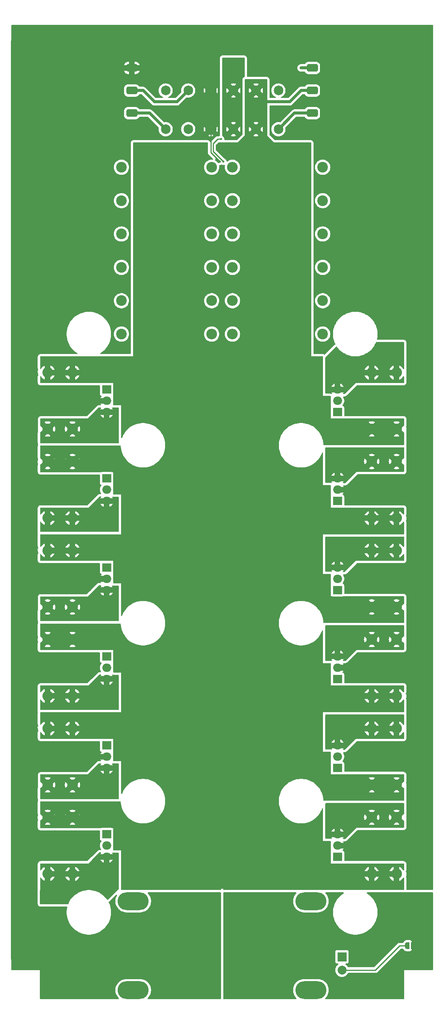
<source format=gbr>
%TF.GenerationSoftware,KiCad,Pcbnew,8.0.2*%
%TF.CreationDate,2024-12-14T16:27:18+01:00*%
%TF.ProjectId,pss_outstageboard,7073735f-6f75-4747-9374-616765626f61,1.0.0*%
%TF.SameCoordinates,Original*%
%TF.FileFunction,Copper,L1,Top*%
%TF.FilePolarity,Positive*%
%FSLAX46Y46*%
G04 Gerber Fmt 4.6, Leading zero omitted, Abs format (unit mm)*
G04 Created by KiCad (PCBNEW 8.0.2) date 2024-12-14 16:27:18*
%MOMM*%
%LPD*%
G01*
G04 APERTURE LIST*
G04 Aperture macros list*
%AMRoundRect*
0 Rectangle with rounded corners*
0 $1 Rounding radius*
0 $2 $3 $4 $5 $6 $7 $8 $9 X,Y pos of 4 corners*
0 Add a 4 corners polygon primitive as box body*
4,1,4,$2,$3,$4,$5,$6,$7,$8,$9,$2,$3,0*
0 Add four circle primitives for the rounded corners*
1,1,$1+$1,$2,$3*
1,1,$1+$1,$4,$5*
1,1,$1+$1,$6,$7*
1,1,$1+$1,$8,$9*
0 Add four rect primitives between the rounded corners*
20,1,$1+$1,$2,$3,$4,$5,0*
20,1,$1+$1,$4,$5,$6,$7,0*
20,1,$1+$1,$6,$7,$8,$9,0*
20,1,$1+$1,$8,$9,$2,$3,0*%
%AMFreePoly0*
4,1,19,0.500000,-0.750000,0.000000,-0.750000,0.000000,-0.744911,-0.071157,-0.744911,-0.207708,-0.704816,-0.327430,-0.627875,-0.420627,-0.520320,-0.479746,-0.390866,-0.500000,-0.250000,-0.500000,0.250000,-0.479746,0.390866,-0.420627,0.520320,-0.327430,0.627875,-0.207708,0.704816,-0.071157,0.744911,0.000000,0.744911,0.000000,0.750000,0.500000,0.750000,0.500000,-0.750000,0.500000,-0.750000,
$1*%
%AMFreePoly1*
4,1,19,0.000000,0.744911,0.071157,0.744911,0.207708,0.704816,0.327430,0.627875,0.420627,0.520320,0.479746,0.390866,0.500000,0.250000,0.500000,-0.250000,0.479746,-0.390866,0.420627,-0.520320,0.327430,-0.627875,0.207708,-0.704816,0.071157,-0.744911,0.000000,-0.744911,0.000000,-0.750000,-0.500000,-0.750000,-0.500000,0.750000,0.000000,0.750000,0.000000,0.744911,0.000000,0.744911,
$1*%
G04 Aperture macros list end*
%TA.AperFunction,ComponentPad*%
%ADD10C,2.400000*%
%TD*%
%TA.AperFunction,ComponentPad*%
%ADD11O,2.400000X2.400000*%
%TD*%
%TA.AperFunction,ComponentPad*%
%ADD12R,2.000000X1.905000*%
%TD*%
%TA.AperFunction,ComponentPad*%
%ADD13O,2.000000X1.905000*%
%TD*%
%TA.AperFunction,SMDPad,CuDef*%
%ADD14RoundRect,0.426829X-0.823171X-0.448171X0.823171X-0.448171X0.823171X0.448171X-0.823171X0.448171X0*%
%TD*%
%TA.AperFunction,WasherPad*%
%ADD15O,7.000000X4.000000*%
%TD*%
%TA.AperFunction,ComponentPad*%
%ADD16C,2.000000*%
%TD*%
%TA.AperFunction,ComponentPad*%
%ADD17R,2.000000X2.000000*%
%TD*%
%TA.AperFunction,ComponentPad*%
%ADD18C,2.162000*%
%TD*%
%TA.AperFunction,SMDPad,CuDef*%
%ADD19FreePoly0,180.000000*%
%TD*%
%TA.AperFunction,SMDPad,CuDef*%
%ADD20FreePoly1,180.000000*%
%TD*%
%TA.AperFunction,ViaPad*%
%ADD21C,0.500000*%
%TD*%
%TA.AperFunction,Conductor*%
%ADD22C,0.254000*%
%TD*%
%TA.AperFunction,Conductor*%
%ADD23C,0.635000*%
%TD*%
%TA.AperFunction,Conductor*%
%ADD24C,1.270000*%
%TD*%
%TA.AperFunction,Conductor*%
%ADD25C,2.540000*%
%TD*%
%TA.AperFunction,Conductor*%
%ADD26C,4.876800*%
%TD*%
G04 APERTURE END LIST*
D10*
%TO.P,R2503,1*%
%TO.N,Net-(Q2501-B)*%
X249280000Y-158650000D03*
D11*
%TO.P,R2503,2*%
%TO.N,/power-electronics/outstage/outstage-unit/v_out*%
X249280000Y-171350000D03*
%TD*%
D10*
%TO.P,R2602,1*%
%TO.N,/power-electronics/outstage/outstage-unit/v_in-*%
X187340000Y-90000000D03*
D11*
%TO.P,R2602,2*%
%TO.N,Net-(Q2602-C)*%
X207660000Y-90000000D03*
%TD*%
D12*
%TO.P,Q2204,1,B*%
%TO.N,Net-(Q2202-C)*%
X184000000Y-122460000D03*
D13*
%TO.P,Q2204,2,C*%
%TO.N,/power-electronics/outstage/outstage-unit/-5V*%
X184000000Y-125000000D03*
%TO.P,Q2204,3,E*%
%TO.N,Net-(Q2202-B)*%
X184000000Y-127540000D03*
%TD*%
D10*
%TO.P,R2704,1*%
%TO.N,/power-electronics/outstage/outstage-unit/v_out*%
X249280000Y-191350000D03*
D11*
%TO.P,R2704,2*%
%TO.N,Net-(Q2702-B)*%
X249280000Y-178650000D03*
%TD*%
D12*
%TO.P,Q2404,1,B*%
%TO.N,Net-(Q2402-C)*%
X184000000Y-162460000D03*
D13*
%TO.P,Q2404,2,C*%
%TO.N,/power-electronics/outstage/outstage-unit/-5V*%
X184000000Y-165000000D03*
%TO.P,Q2404,3,E*%
%TO.N,Net-(Q2402-B)*%
X184000000Y-167540000D03*
%TD*%
D14*
%TO.P,TP2104,1,1*%
%TO.N,/power-electronics/outstage/outstage-unit/+10V*%
X189680000Y-30160000D03*
%TD*%
D15*
%TO.P,M2101,*%
%TO.N,*%
X230000000Y-237500000D03*
X230000000Y-217500000D03*
X190000000Y-237500000D03*
X190000000Y-217500000D03*
D16*
%TO.P,M2101,1,+*%
%TO.N,Net-(JP2101-B)*%
X237000000Y-233000000D03*
D17*
%TO.P,M2101,2,-*%
%TO.N,/power-electronics/outstage/outstage-unit/GND*%
X237000000Y-230000000D03*
%TD*%
D10*
%TO.P,R2706,1*%
%TO.N,/power-electronics/outstage/outstage-unit/v_out*%
X243692000Y-191350000D03*
D11*
%TO.P,R2706,2*%
%TO.N,Net-(Q2702-B)*%
X243692000Y-178650000D03*
%TD*%
D12*
%TO.P,Q2604,1,B*%
%TO.N,Net-(Q2602-C)*%
X184000000Y-202460000D03*
D13*
%TO.P,Q2604,2,C*%
%TO.N,/power-electronics/outstage/outstage-unit/-5V*%
X184000000Y-205000000D03*
%TO.P,Q2604,3,E*%
%TO.N,Net-(Q2602-B)*%
X184000000Y-207540000D03*
%TD*%
D10*
%TO.P,R2301,1*%
%TO.N,/power-electronics/outstage/outstage-unit/v_in+*%
X232660000Y-60000000D03*
D11*
%TO.P,R2301,2*%
%TO.N,Net-(Q2301-C)*%
X212340000Y-60000000D03*
%TD*%
D10*
%TO.P,R2701,1*%
%TO.N,/power-electronics/outstage/outstage-unit/v_in+*%
X232660000Y-90000000D03*
D11*
%TO.P,R2701,2*%
%TO.N,Net-(Q2701-C)*%
X212340000Y-90000000D03*
%TD*%
D10*
%TO.P,R2204,1*%
%TO.N,/power-electronics/outstage/outstage-unit/v_out*%
X170720000Y-118650000D03*
D11*
%TO.P,R2204,2*%
%TO.N,Net-(Q2202-B)*%
X170720000Y-131350000D03*
%TD*%
D10*
%TO.P,R2202,1*%
%TO.N,/power-electronics/outstage/outstage-unit/v_in-*%
X187340000Y-60000000D03*
D11*
%TO.P,R2202,2*%
%TO.N,Net-(Q2202-C)*%
X207660000Y-60000000D03*
%TD*%
D14*
%TO.P,TP2103,1,1*%
%TO.N,/power-electronics/outstage/outstage-unit/-5V*%
X230320000Y-30160000D03*
%TD*%
D10*
%TO.P,R2306,1*%
%TO.N,/power-electronics/outstage/outstage-unit/v_out*%
X243692000Y-111350000D03*
D11*
%TO.P,R2306,2*%
%TO.N,Net-(Q2302-B)*%
X243692000Y-98650000D03*
%TD*%
D10*
%TO.P,R2402,1*%
%TO.N,/power-electronics/outstage/outstage-unit/v_in-*%
X187340000Y-75000000D03*
D11*
%TO.P,R2402,2*%
%TO.N,Net-(Q2402-C)*%
X207660000Y-75000000D03*
%TD*%
D10*
%TO.P,R2205,1*%
%TO.N,Net-(Q2201-B)*%
X176308000Y-111350000D03*
D11*
%TO.P,R2205,2*%
%TO.N,/power-electronics/outstage/outstage-unit/v_out*%
X176308000Y-98650000D03*
%TD*%
D18*
%TO.P,J2101,1,Pin_1*%
%TO.N,/power-electronics/outstage/outstage-unit/GND*%
X222700000Y-43940000D03*
X222700000Y-35240000D03*
%TO.P,J2101,2,Pin_2*%
%TO.N,/power-electronics/outstage/outstage-unit/v_out*%
X217620000Y-43940000D03*
X217620000Y-35240000D03*
%TO.P,J2101,3,Pin_3*%
%TO.N,/power-electronics/outstage/outstage-unit/-5V*%
X212540000Y-43940000D03*
X212540000Y-35240000D03*
%TO.P,J2101,4,Pin_4*%
%TO.N,/power-electronics/outstage/outstage-unit/+10V*%
X207460000Y-43940000D03*
X207460000Y-35240000D03*
%TO.P,J2101,5,Pin_5*%
%TO.N,/power-electronics/outstage/outstage-unit/v_in-*%
X202380000Y-43940000D03*
X202380000Y-35240000D03*
%TO.P,J2101,6,Pin_6*%
%TO.N,/power-electronics/outstage/outstage-unit/v_in+*%
X197300000Y-43940000D03*
X197300000Y-35240000D03*
%TD*%
D10*
%TO.P,R2506,1*%
%TO.N,/power-electronics/outstage/outstage-unit/v_out*%
X243692000Y-151350000D03*
D11*
%TO.P,R2506,2*%
%TO.N,Net-(Q2502-B)*%
X243692000Y-138650000D03*
%TD*%
D12*
%TO.P,Q2703,1,B*%
%TO.N,Net-(Q2701-C)*%
X236000000Y-207540000D03*
D13*
%TO.P,Q2703,2,C*%
%TO.N,/power-electronics/outstage/outstage-unit/+10V*%
X236000000Y-205000000D03*
%TO.P,Q2703,3,E*%
%TO.N,Net-(Q2701-B)*%
X236000000Y-202460000D03*
%TD*%
D10*
%TO.P,R2206,1*%
%TO.N,/power-electronics/outstage/outstage-unit/v_out*%
X176308000Y-118650000D03*
D11*
%TO.P,R2206,2*%
%TO.N,Net-(Q2202-B)*%
X176308000Y-131350000D03*
%TD*%
D10*
%TO.P,R2605,1*%
%TO.N,Net-(Q2601-B)*%
X176308000Y-191350000D03*
D11*
%TO.P,R2605,2*%
%TO.N,/power-electronics/outstage/outstage-unit/v_out*%
X176308000Y-178650000D03*
%TD*%
D12*
%TO.P,Q2303,1,B*%
%TO.N,Net-(Q2301-C)*%
X236000000Y-127540000D03*
D13*
%TO.P,Q2303,2,C*%
%TO.N,/power-electronics/outstage/outstage-unit/+10V*%
X236000000Y-125000000D03*
%TO.P,Q2303,3,E*%
%TO.N,Net-(Q2301-B)*%
X236000000Y-122460000D03*
%TD*%
D10*
%TO.P,R2601,1*%
%TO.N,/power-electronics/outstage/outstage-unit/v_in+*%
X187340000Y-82500000D03*
D11*
%TO.P,R2601,2*%
%TO.N,Net-(Q2601-C)*%
X207660000Y-82500000D03*
%TD*%
D12*
%TO.P,Q2304,1,B*%
%TO.N,Net-(Q2302-C)*%
X236000000Y-107540000D03*
D13*
%TO.P,Q2304,2,C*%
%TO.N,/power-electronics/outstage/outstage-unit/-5V*%
X236000000Y-105000000D03*
%TO.P,Q2304,3,E*%
%TO.N,Net-(Q2302-B)*%
X236000000Y-102460000D03*
%TD*%
D10*
%TO.P,R2501,1*%
%TO.N,/power-electronics/outstage/outstage-unit/v_in+*%
X232660000Y-75000000D03*
D11*
%TO.P,R2501,2*%
%TO.N,Net-(Q2501-C)*%
X212340000Y-75000000D03*
%TD*%
D12*
%TO.P,Q2203,1,B*%
%TO.N,Net-(Q2201-C)*%
X184000000Y-102460000D03*
D13*
%TO.P,Q2203,2,C*%
%TO.N,/power-electronics/outstage/outstage-unit/+10V*%
X184000000Y-105000000D03*
%TO.P,Q2203,3,E*%
%TO.N,Net-(Q2201-B)*%
X184000000Y-107540000D03*
%TD*%
D14*
%TO.P,TP2105,1,1*%
%TO.N,/power-electronics/outstage/outstage-unit/v_in-*%
X189680000Y-35240000D03*
%TD*%
D10*
%TO.P,R2401,1*%
%TO.N,/power-electronics/outstage/outstage-unit/v_in+*%
X187340000Y-67500000D03*
D11*
%TO.P,R2401,2*%
%TO.N,Net-(Q2401-C)*%
X207660000Y-67500000D03*
%TD*%
D10*
%TO.P,R2203,1*%
%TO.N,Net-(Q2201-B)*%
X170720000Y-111350000D03*
D11*
%TO.P,R2203,2*%
%TO.N,/power-electronics/outstage/outstage-unit/v_out*%
X170720000Y-98650000D03*
%TD*%
D10*
%TO.P,R2603,1*%
%TO.N,Net-(Q2601-B)*%
X170720000Y-191350000D03*
D11*
%TO.P,R2603,2*%
%TO.N,/power-electronics/outstage/outstage-unit/v_out*%
X170720000Y-178650000D03*
%TD*%
D10*
%TO.P,R2404,1*%
%TO.N,/power-electronics/outstage/outstage-unit/v_out*%
X170720000Y-158650000D03*
D11*
%TO.P,R2404,2*%
%TO.N,Net-(Q2402-B)*%
X170720000Y-171350000D03*
%TD*%
D19*
%TO.P,JP2101,1,A*%
%TO.N,/power-electronics/outstage/outstage-unit/+10V*%
X253000000Y-227500000D03*
D20*
%TO.P,JP2101,2,B*%
%TO.N,Net-(JP2101-B)*%
X251700000Y-227500000D03*
%TD*%
D10*
%TO.P,R2304,1*%
%TO.N,/power-electronics/outstage/outstage-unit/v_out*%
X249280000Y-111350000D03*
D11*
%TO.P,R2304,2*%
%TO.N,Net-(Q2302-B)*%
X249280000Y-98650000D03*
%TD*%
D10*
%TO.P,R2406,1*%
%TO.N,/power-electronics/outstage/outstage-unit/v_out*%
X176308000Y-158650000D03*
D11*
%TO.P,R2406,2*%
%TO.N,Net-(Q2402-B)*%
X176308000Y-171350000D03*
%TD*%
D12*
%TO.P,Q2503,1,B*%
%TO.N,Net-(Q2501-C)*%
X236000000Y-167540000D03*
D13*
%TO.P,Q2503,2,C*%
%TO.N,/power-electronics/outstage/outstage-unit/+10V*%
X236000000Y-165000000D03*
%TO.P,Q2503,3,E*%
%TO.N,Net-(Q2501-B)*%
X236000000Y-162460000D03*
%TD*%
D10*
%TO.P,R2504,1*%
%TO.N,/power-electronics/outstage/outstage-unit/v_out*%
X249280000Y-151350000D03*
D11*
%TO.P,R2504,2*%
%TO.N,Net-(Q2502-B)*%
X249280000Y-138650000D03*
%TD*%
D12*
%TO.P,Q2403,1,B*%
%TO.N,Net-(Q2401-C)*%
X184000000Y-142460000D03*
D13*
%TO.P,Q2403,2,C*%
%TO.N,/power-electronics/outstage/outstage-unit/+10V*%
X184000000Y-145000000D03*
%TO.P,Q2403,3,E*%
%TO.N,Net-(Q2401-B)*%
X184000000Y-147540000D03*
%TD*%
D10*
%TO.P,R2705,1*%
%TO.N,Net-(Q2701-B)*%
X243692000Y-198650000D03*
D11*
%TO.P,R2705,2*%
%TO.N,/power-electronics/outstage/outstage-unit/v_out*%
X243692000Y-211350000D03*
%TD*%
D10*
%TO.P,R2305,1*%
%TO.N,Net-(Q2301-B)*%
X243692000Y-118650000D03*
D11*
%TO.P,R2305,2*%
%TO.N,/power-electronics/outstage/outstage-unit/v_out*%
X243692000Y-131350000D03*
%TD*%
D10*
%TO.P,R2502,1*%
%TO.N,/power-electronics/outstage/outstage-unit/v_in-*%
X232660000Y-67500000D03*
D11*
%TO.P,R2502,2*%
%TO.N,Net-(Q2502-C)*%
X212340000Y-67500000D03*
%TD*%
D10*
%TO.P,R2604,1*%
%TO.N,/power-electronics/outstage/outstage-unit/v_out*%
X170720000Y-198650000D03*
D11*
%TO.P,R2604,2*%
%TO.N,Net-(Q2602-B)*%
X170720000Y-211350000D03*
%TD*%
D14*
%TO.P,TP2102,1,1*%
%TO.N,/power-electronics/outstage/outstage-unit/v_out*%
X230320000Y-35240000D03*
%TD*%
%TO.P,TP2101,1,1*%
%TO.N,/power-electronics/outstage/outstage-unit/GND*%
X230320000Y-40320000D03*
%TD*%
D10*
%TO.P,R2703,1*%
%TO.N,Net-(Q2701-B)*%
X249280000Y-198650000D03*
D11*
%TO.P,R2703,2*%
%TO.N,/power-electronics/outstage/outstage-unit/v_out*%
X249280000Y-211350000D03*
%TD*%
D10*
%TO.P,R2303,1*%
%TO.N,Net-(Q2301-B)*%
X249280000Y-118650000D03*
D11*
%TO.P,R2303,2*%
%TO.N,/power-electronics/outstage/outstage-unit/v_out*%
X249280000Y-131350000D03*
%TD*%
D12*
%TO.P,Q2704,1,B*%
%TO.N,Net-(Q2702-C)*%
X236000000Y-187540000D03*
D13*
%TO.P,Q2704,2,C*%
%TO.N,/power-electronics/outstage/outstage-unit/-5V*%
X236000000Y-185000000D03*
%TO.P,Q2704,3,E*%
%TO.N,Net-(Q2702-B)*%
X236000000Y-182460000D03*
%TD*%
D10*
%TO.P,R2405,1*%
%TO.N,Net-(Q2401-B)*%
X176308000Y-151350000D03*
D11*
%TO.P,R2405,2*%
%TO.N,/power-electronics/outstage/outstage-unit/v_out*%
X176308000Y-138650000D03*
%TD*%
D12*
%TO.P,Q2504,1,B*%
%TO.N,Net-(Q2502-C)*%
X236000000Y-147540000D03*
D13*
%TO.P,Q2504,2,C*%
%TO.N,/power-electronics/outstage/outstage-unit/-5V*%
X236000000Y-145000000D03*
%TO.P,Q2504,3,E*%
%TO.N,Net-(Q2502-B)*%
X236000000Y-142460000D03*
%TD*%
D10*
%TO.P,R2403,1*%
%TO.N,Net-(Q2401-B)*%
X170720000Y-151350000D03*
D11*
%TO.P,R2403,2*%
%TO.N,/power-electronics/outstage/outstage-unit/v_out*%
X170720000Y-138650000D03*
%TD*%
D10*
%TO.P,R2702,1*%
%TO.N,/power-electronics/outstage/outstage-unit/v_in-*%
X232660000Y-82500000D03*
D11*
%TO.P,R2702,2*%
%TO.N,Net-(Q2702-C)*%
X212340000Y-82500000D03*
%TD*%
D10*
%TO.P,R2606,1*%
%TO.N,/power-electronics/outstage/outstage-unit/v_out*%
X176308000Y-198650000D03*
D11*
%TO.P,R2606,2*%
%TO.N,Net-(Q2602-B)*%
X176308000Y-211350000D03*
%TD*%
D10*
%TO.P,R2505,1*%
%TO.N,Net-(Q2501-B)*%
X243692000Y-158650000D03*
D11*
%TO.P,R2505,2*%
%TO.N,/power-electronics/outstage/outstage-unit/v_out*%
X243692000Y-171350000D03*
%TD*%
D12*
%TO.P,Q2603,1,B*%
%TO.N,Net-(Q2601-C)*%
X184000000Y-182460000D03*
D13*
%TO.P,Q2603,2,C*%
%TO.N,/power-electronics/outstage/outstage-unit/+10V*%
X184000000Y-185000000D03*
%TO.P,Q2603,3,E*%
%TO.N,Net-(Q2601-B)*%
X184000000Y-187540000D03*
%TD*%
D14*
%TO.P,TP2106,1,1*%
%TO.N,/power-electronics/outstage/outstage-unit/v_in+*%
X189680000Y-40320000D03*
%TD*%
D10*
%TO.P,R2302,1*%
%TO.N,/power-electronics/outstage/outstage-unit/v_in-*%
X232660000Y-52500000D03*
D11*
%TO.P,R2302,2*%
%TO.N,Net-(Q2302-C)*%
X212340000Y-52500000D03*
%TD*%
D10*
%TO.P,R2201,1*%
%TO.N,/power-electronics/outstage/outstage-unit/v_in+*%
X187340000Y-52500000D03*
D11*
%TO.P,R2201,2*%
%TO.N,Net-(Q2201-C)*%
X207660000Y-52500000D03*
%TD*%
D21*
%TO.N,/power-electronics/outstage/outstage-unit/GND*%
X209746000Y-46162000D03*
X210264947Y-51236527D03*
%TO.N,/power-electronics/outstage/outstage-unit/-5V*%
X211270000Y-30160000D03*
X213810000Y-32700000D03*
X213810000Y-30160000D03*
X212540000Y-31430000D03*
X213810000Y-28890000D03*
X211270000Y-31430000D03*
X212540000Y-30160000D03*
X211270000Y-28890000D03*
X213810000Y-31430000D03*
X211270000Y-32700000D03*
X227780000Y-30160000D03*
X212540000Y-28890000D03*
%TO.N,/power-electronics/outstage/outstage-unit/+10V*%
X208730000Y-28890000D03*
X208730000Y-30160000D03*
X254000000Y-227500000D03*
X206190000Y-30160000D03*
X207460000Y-30160000D03*
X208730000Y-32700000D03*
X207460000Y-31430000D03*
X207460000Y-28890000D03*
X206190000Y-32700000D03*
X206190000Y-31430000D03*
X208730000Y-31430000D03*
X206190000Y-28890000D03*
X209492000Y-51242000D03*
%TO.N,/power-electronics/outstage/outstage-unit/v_out*%
X217620000Y-49210000D03*
X218890000Y-47940000D03*
X218890000Y-49210000D03*
X234778000Y-191350000D03*
X185222000Y-138650000D03*
X216350000Y-47940000D03*
X185222000Y-178650000D03*
X234778000Y-131350000D03*
X220160000Y-49210000D03*
X234778000Y-111350000D03*
X234778000Y-171350000D03*
X220160000Y-46670000D03*
X217620000Y-47940000D03*
X220160000Y-47940000D03*
X185222000Y-118650000D03*
X218890000Y-46670000D03*
X185222000Y-198650000D03*
X234778000Y-211350000D03*
X216350000Y-46670000D03*
X185222000Y-158650000D03*
X217620000Y-46670000D03*
X234778000Y-151350000D03*
X185222000Y-98650000D03*
%TD*%
D22*
%TO.N,/power-electronics/outstage/outstage-unit/GND*%
X210264947Y-51194420D02*
X210264947Y-51236527D01*
X209746000Y-46162000D02*
X208984000Y-46162000D01*
X207968000Y-47178000D02*
X207968000Y-48897473D01*
D23*
X226320000Y-40320000D02*
X222700000Y-43940000D01*
D22*
X208984000Y-46162000D02*
X207968000Y-47178000D01*
D23*
X230320000Y-40320000D02*
X226320000Y-40320000D01*
D22*
X207968000Y-48897473D02*
X210264947Y-51194420D01*
D23*
%TO.N,/power-electronics/outstage/outstage-unit/-5V*%
X227780000Y-30160000D02*
X230320000Y-30160000D01*
%TO.N,/power-electronics/outstage/outstage-unit/v_in+*%
X189680000Y-40320000D02*
X193680000Y-40320000D01*
X193680000Y-40320000D02*
X197300000Y-43940000D01*
%TO.N,/power-electronics/outstage/outstage-unit/v_in-*%
X189680000Y-35240000D02*
X192220000Y-35240000D01*
X192220000Y-35240000D02*
X194760000Y-37780000D01*
X194760000Y-37780000D02*
X199840000Y-37780000D01*
X199840000Y-37780000D02*
X202380000Y-35240000D01*
D22*
%TO.N,/power-electronics/outstage/outstage-unit/+10V*%
X254000000Y-227500000D02*
X253000000Y-227500000D01*
D24*
X236000000Y-125000000D02*
X254000000Y-125000000D01*
D25*
X207460000Y-35240000D02*
X207460000Y-22938400D01*
D22*
X207460000Y-49210000D02*
X207460000Y-43940000D01*
D26*
X253578400Y-22938400D02*
X255061600Y-24421600D01*
D24*
X236000000Y-165000000D02*
X254000000Y-165000000D01*
X236000000Y-205000000D02*
X254000000Y-205000000D01*
D22*
X209492000Y-51242000D02*
X207460000Y-49210000D01*
D25*
X207460000Y-43940000D02*
X207460000Y-35240000D01*
D26*
X164938400Y-24421600D02*
X164938400Y-230312000D01*
D24*
X184000000Y-105000000D02*
X166000000Y-105000000D01*
D26*
X207460000Y-22938400D02*
X253578400Y-22938400D01*
D24*
X184000000Y-185000000D02*
X166000000Y-185000000D01*
X184000000Y-145000000D02*
X166000000Y-145000000D01*
D26*
X166421600Y-22938400D02*
X164938400Y-24421600D01*
X255061600Y-24421600D02*
X255061600Y-212500000D01*
X207460000Y-22938400D02*
X166421600Y-22938400D01*
D24*
%TO.N,/power-electronics/outstage/outstage-unit/v_out*%
X189540000Y-201096000D02*
X189540000Y-202775000D01*
X230460000Y-148904000D02*
X230460000Y-147225000D01*
X232873000Y-151317000D02*
X230460000Y-148904000D01*
X189540000Y-181030000D02*
X189540000Y-182808000D01*
X230460000Y-108904000D02*
X230460000Y-107225000D01*
D23*
X220160000Y-37780000D02*
X217620000Y-35240000D01*
D24*
X249280000Y-111350000D02*
X249247000Y-111317000D01*
X249280000Y-131350000D02*
X232840000Y-131350000D01*
X249280000Y-151350000D02*
X249247000Y-151317000D01*
X170720000Y-198650000D02*
X170753000Y-198683000D01*
X170720000Y-158650000D02*
X170753000Y-158683000D01*
X170720000Y-98650000D02*
X187160000Y-98650000D01*
X230460000Y-168970000D02*
X230460000Y-167192000D01*
X170720000Y-118650000D02*
X170753000Y-118683000D01*
X230460000Y-128970000D02*
X230460000Y-127192000D01*
X249247000Y-111317000D02*
X232873000Y-111317000D01*
X187160000Y-98650000D02*
X189540000Y-101030000D01*
X249247000Y-151317000D02*
X232873000Y-151317000D01*
X232873000Y-191317000D02*
X230460000Y-188904000D01*
X170753000Y-198683000D02*
X187127000Y-198683000D01*
X230460000Y-208970000D02*
X230460000Y-207192000D01*
X189540000Y-121096000D02*
X189540000Y-122775000D01*
X249280000Y-191350000D02*
X249247000Y-191317000D01*
X170753000Y-118683000D02*
X187127000Y-118683000D01*
X249280000Y-171350000D02*
X232840000Y-171350000D01*
X187127000Y-118683000D02*
X189540000Y-121096000D01*
D23*
X227780000Y-35240000D02*
X225240000Y-37780000D01*
D24*
X189540000Y-101030000D02*
X189540000Y-102808000D01*
X170720000Y-138650000D02*
X187160000Y-138650000D01*
X232840000Y-131350000D02*
X230460000Y-128970000D01*
X249247000Y-191317000D02*
X232873000Y-191317000D01*
X249280000Y-211350000D02*
X232840000Y-211350000D01*
X232873000Y-111317000D02*
X230460000Y-108904000D01*
X187160000Y-178650000D02*
X189540000Y-181030000D01*
X187160000Y-138650000D02*
X189540000Y-141030000D01*
X187127000Y-198683000D02*
X189540000Y-201096000D01*
X232840000Y-171350000D02*
X230460000Y-168970000D01*
D23*
X225240000Y-37780000D02*
X220160000Y-37780000D01*
D24*
X230460000Y-188904000D02*
X230460000Y-187225000D01*
D23*
X230320000Y-35240000D02*
X227780000Y-35240000D01*
D24*
X232840000Y-211350000D02*
X230460000Y-208970000D01*
X170720000Y-178650000D02*
X187160000Y-178650000D01*
X189540000Y-141030000D02*
X189540000Y-142808000D01*
X170753000Y-158683000D02*
X187127000Y-158683000D01*
X189540000Y-161096000D02*
X189540000Y-162775000D01*
X187127000Y-158683000D02*
X189540000Y-161096000D01*
D22*
%TO.N,Net-(JP2101-B)*%
X244500000Y-233000000D02*
X250000000Y-227500000D01*
X237000000Y-233000000D02*
X244500000Y-233000000D01*
X250000000Y-227500000D02*
X251700000Y-227500000D01*
%TD*%
%TA.AperFunction,Conductor*%
%TO.N,/power-electronics/outstage/outstage-unit/v_out*%
G36*
X232746000Y-194253431D02*
G01*
X232686619Y-193916663D01*
X232573605Y-193494888D01*
X232424261Y-193084568D01*
X232239723Y-192688826D01*
X232021397Y-192310674D01*
X231770943Y-191952988D01*
X231770937Y-191952979D01*
X231490268Y-191618492D01*
X231181507Y-191309731D01*
X230847020Y-191029062D01*
X230847007Y-191029053D01*
X230489334Y-190778608D01*
X230489308Y-190778592D01*
X230111185Y-190560283D01*
X230111167Y-190560273D01*
X229715430Y-190375738D01*
X229305120Y-190226397D01*
X229205459Y-190199693D01*
X228883337Y-190113381D01*
X228453318Y-190037557D01*
X228018327Y-189999500D01*
X227581673Y-189999500D01*
X227146682Y-190037557D01*
X226716663Y-190113381D01*
X226580514Y-190149861D01*
X226294879Y-190226397D01*
X225884569Y-190375738D01*
X225488832Y-190560273D01*
X225488814Y-190560283D01*
X225110691Y-190778592D01*
X225110665Y-190778608D01*
X224752992Y-191029053D01*
X224752979Y-191029062D01*
X224418492Y-191309731D01*
X224418483Y-191309741D01*
X224109741Y-191618483D01*
X224109731Y-191618492D01*
X223829062Y-191952979D01*
X223829053Y-191952992D01*
X223578608Y-192310665D01*
X223578592Y-192310691D01*
X223360283Y-192688814D01*
X223360273Y-192688832D01*
X223175738Y-193084569D01*
X223026397Y-193494879D01*
X223026395Y-193494888D01*
X222913381Y-193916663D01*
X222837557Y-194346682D01*
X222799500Y-194781673D01*
X222799500Y-195218327D01*
X222837557Y-195653318D01*
X222913381Y-196083337D01*
X222913382Y-196083339D01*
X223026397Y-196505120D01*
X223175738Y-196915430D01*
X223360273Y-197311167D01*
X223360283Y-197311185D01*
X223578592Y-197689308D01*
X223578608Y-197689334D01*
X223829053Y-198047007D01*
X223829062Y-198047020D01*
X224109731Y-198381507D01*
X224418492Y-198690268D01*
X224752979Y-198970937D01*
X224752988Y-198970943D01*
X225110674Y-199221397D01*
X225488826Y-199439723D01*
X225884568Y-199624261D01*
X226118024Y-199709231D01*
X226294879Y-199773602D01*
X226294881Y-199773602D01*
X226294888Y-199773605D01*
X226716663Y-199886619D01*
X227146682Y-199962443D01*
X227581673Y-200000500D01*
X227581680Y-200000500D01*
X228018320Y-200000500D01*
X228018327Y-200000500D01*
X228453318Y-199962443D01*
X228883337Y-199886619D01*
X229305112Y-199773605D01*
X229715432Y-199624261D01*
X230111174Y-199439723D01*
X230489326Y-199221397D01*
X230847012Y-198970943D01*
X230847015Y-198970940D01*
X230847020Y-198970937D01*
X231181507Y-198690268D01*
X231181517Y-198690259D01*
X231490259Y-198381517D01*
X231490268Y-198381507D01*
X231770937Y-198047020D01*
X231770943Y-198047012D01*
X232021397Y-197689326D01*
X232239723Y-197311174D01*
X232424261Y-196915432D01*
X232479742Y-196762996D01*
X232501599Y-196702948D01*
X232543693Y-196645777D01*
X232610015Y-196620439D01*
X232679506Y-196634980D01*
X232730105Y-196684782D01*
X232746000Y-196746043D01*
X232746000Y-215000000D01*
X231723394Y-215000000D01*
X231709287Y-214999208D01*
X231640876Y-214991500D01*
X231640874Y-214991500D01*
X228359126Y-214991500D01*
X228359124Y-214991500D01*
X228290713Y-214999208D01*
X228276606Y-215000000D01*
X210376000Y-215000000D01*
X210307879Y-214979998D01*
X210261386Y-214926342D01*
X210250000Y-214874000D01*
X210250000Y-214750000D01*
X210000000Y-214750000D01*
X210000000Y-175000000D01*
X232746000Y-175000000D01*
X232746000Y-194253431D01*
G37*
%TD.AperFunction*%
%TD*%
%TA.AperFunction,Conductor*%
%TO.N,/power-electronics/outstage/outstage-unit/+10V*%
G36*
X168500000Y-215000000D02*
G01*
X162500000Y-215000000D01*
X162500000Y-175000000D01*
X168500000Y-175000000D01*
X168500000Y-215000000D01*
G37*
%TD.AperFunction*%
%TD*%
%TA.AperFunction,Conductor*%
%TO.N,/power-electronics/outstage/outstage-unit/v_out*%
G36*
X234466121Y-204004002D02*
G01*
X234512614Y-204057658D01*
X234524000Y-204110000D01*
X234524000Y-204669898D01*
X234522449Y-204689608D01*
X234491500Y-204885018D01*
X234491500Y-205114980D01*
X234522449Y-205310390D01*
X234524000Y-205330100D01*
X234524000Y-206385886D01*
X234516056Y-206429917D01*
X234498011Y-206478297D01*
X234498009Y-206478304D01*
X234491500Y-206538850D01*
X234491500Y-208541149D01*
X234498009Y-208601696D01*
X234498010Y-208601700D01*
X234508047Y-208628609D01*
X234516055Y-208650079D01*
X234524000Y-208694111D01*
X234524000Y-209000000D01*
X234935306Y-209000000D01*
X234948776Y-209000722D01*
X234951362Y-209001000D01*
X234951368Y-209001000D01*
X237048632Y-209001000D01*
X237048638Y-209001000D01*
X237051224Y-209000722D01*
X237064694Y-209000000D01*
X250860500Y-209000000D01*
X250928621Y-209020002D01*
X250975114Y-209073658D01*
X250986500Y-209126000D01*
X250986500Y-210419506D01*
X250966498Y-210487627D01*
X250912842Y-210534120D01*
X250842568Y-210544224D01*
X250777988Y-210514730D01*
X250751381Y-210482506D01*
X250695175Y-210385155D01*
X250535562Y-210185007D01*
X250347904Y-210010887D01*
X250347905Y-210010887D01*
X250136397Y-209866682D01*
X249915000Y-209760063D01*
X249915000Y-212939935D01*
X250136389Y-212833322D01*
X250136390Y-212833321D01*
X250347904Y-212689112D01*
X250535562Y-212514992D01*
X250695173Y-212314846D01*
X250748718Y-212222104D01*
X250800101Y-212173110D01*
X250869814Y-212159673D01*
X250935726Y-212186060D01*
X250976908Y-212243892D01*
X250983837Y-212285678D01*
X250983669Y-212322425D01*
X250986458Y-212331090D01*
X250986500Y-212334337D01*
X250986500Y-214874000D01*
X250966498Y-214942121D01*
X250912842Y-214988614D01*
X250860500Y-215000000D01*
X240229544Y-215000000D01*
X240218570Y-214999521D01*
X240218335Y-214999500D01*
X240218327Y-214999500D01*
X239781673Y-214999500D01*
X239781664Y-214999500D01*
X239781430Y-214999521D01*
X239770456Y-215000000D01*
X232746000Y-215000000D01*
X232746000Y-211985000D01*
X242106384Y-211985000D01*
X242148824Y-212093140D01*
X242148828Y-212093148D01*
X242276824Y-212314844D01*
X242436437Y-212514992D01*
X242624095Y-212689112D01*
X242624094Y-212689112D01*
X242835610Y-212833321D01*
X242835611Y-212833322D01*
X243056999Y-212939936D01*
X243057000Y-212939936D01*
X243057000Y-212939935D01*
X244327000Y-212939935D01*
X244548389Y-212833322D01*
X244548390Y-212833321D01*
X244759904Y-212689112D01*
X244947562Y-212514992D01*
X245107175Y-212314844D01*
X245235171Y-212093148D01*
X245235175Y-212093140D01*
X245277616Y-211985000D01*
X247694384Y-211985000D01*
X247736824Y-212093140D01*
X247736828Y-212093148D01*
X247864824Y-212314844D01*
X248024437Y-212514992D01*
X248212095Y-212689112D01*
X248212094Y-212689112D01*
X248423610Y-212833321D01*
X248423611Y-212833322D01*
X248644999Y-212939936D01*
X248645000Y-212939936D01*
X248645000Y-211985000D01*
X247694384Y-211985000D01*
X245277616Y-211985000D01*
X244327000Y-211985000D01*
X244327000Y-212939935D01*
X243057000Y-212939935D01*
X243057000Y-211985000D01*
X242106384Y-211985000D01*
X232746000Y-211985000D01*
X232746000Y-211271009D01*
X243092000Y-211271009D01*
X243092000Y-211428991D01*
X243132889Y-211581591D01*
X243211881Y-211718408D01*
X243323592Y-211830119D01*
X243460409Y-211909111D01*
X243613009Y-211950000D01*
X243770991Y-211950000D01*
X243923591Y-211909111D01*
X244060408Y-211830119D01*
X244172119Y-211718408D01*
X244251111Y-211581591D01*
X244292000Y-211428991D01*
X244292000Y-211271009D01*
X248680000Y-211271009D01*
X248680000Y-211428991D01*
X248720889Y-211581591D01*
X248799881Y-211718408D01*
X248911592Y-211830119D01*
X249048409Y-211909111D01*
X249201009Y-211950000D01*
X249358991Y-211950000D01*
X249511591Y-211909111D01*
X249648408Y-211830119D01*
X249760119Y-211718408D01*
X249839111Y-211581591D01*
X249880000Y-211428991D01*
X249880000Y-211271009D01*
X249839111Y-211118409D01*
X249760119Y-210981592D01*
X249648408Y-210869881D01*
X249511591Y-210790889D01*
X249358991Y-210750000D01*
X249201009Y-210750000D01*
X249048409Y-210790889D01*
X248911592Y-210869881D01*
X248799881Y-210981592D01*
X248720889Y-211118409D01*
X248680000Y-211271009D01*
X244292000Y-211271009D01*
X244251111Y-211118409D01*
X244172119Y-210981592D01*
X244060408Y-210869881D01*
X243923591Y-210790889D01*
X243770991Y-210750000D01*
X243613009Y-210750000D01*
X243460409Y-210790889D01*
X243323592Y-210869881D01*
X243211881Y-210981592D01*
X243132889Y-211118409D01*
X243092000Y-211271009D01*
X232746000Y-211271009D01*
X232746000Y-210714999D01*
X242106383Y-210714999D01*
X242106384Y-210715000D01*
X243057000Y-210715000D01*
X244327000Y-210715000D01*
X245277616Y-210715000D01*
X245277616Y-210714999D01*
X247694383Y-210714999D01*
X247694384Y-210715000D01*
X248645000Y-210715000D01*
X248645000Y-209760063D01*
X248423603Y-209866682D01*
X248423603Y-209866683D01*
X248212095Y-210010887D01*
X248024437Y-210185007D01*
X247864824Y-210385155D01*
X247736828Y-210606851D01*
X247736824Y-210606859D01*
X247694383Y-210714999D01*
X245277616Y-210714999D01*
X245235175Y-210606859D01*
X245235171Y-210606851D01*
X245107175Y-210385155D01*
X244947562Y-210185007D01*
X244759904Y-210010887D01*
X244759905Y-210010887D01*
X244548397Y-209866682D01*
X244327000Y-209760063D01*
X244327000Y-210715000D01*
X243057000Y-210715000D01*
X243057000Y-209760063D01*
X242835603Y-209866682D01*
X242835603Y-209866683D01*
X242624095Y-210010887D01*
X242436437Y-210185007D01*
X242276824Y-210385155D01*
X242148828Y-210606851D01*
X242148824Y-210606859D01*
X242106383Y-210714999D01*
X232746000Y-210714999D01*
X232746000Y-209000000D01*
X232746000Y-203984000D01*
X234398000Y-203984000D01*
X234466121Y-204004002D01*
G37*
%TD.AperFunction*%
%TD*%
%TA.AperFunction,Conductor*%
%TO.N,/power-electronics/outstage/outstage-unit/v_out*%
G36*
X232746000Y-154253431D02*
G01*
X232686619Y-153916663D01*
X232573605Y-153494888D01*
X232424261Y-153084568D01*
X232239723Y-152688826D01*
X232021397Y-152310674D01*
X231770943Y-151952988D01*
X231770937Y-151952979D01*
X231490268Y-151618492D01*
X231181507Y-151309731D01*
X230847020Y-151029062D01*
X230847007Y-151029053D01*
X230489334Y-150778608D01*
X230489308Y-150778592D01*
X230111185Y-150560283D01*
X230111167Y-150560273D01*
X229715430Y-150375738D01*
X229305120Y-150226397D01*
X229205459Y-150199693D01*
X228883337Y-150113381D01*
X228453318Y-150037557D01*
X228018327Y-149999500D01*
X227581673Y-149999500D01*
X227146682Y-150037557D01*
X226716663Y-150113381D01*
X226580514Y-150149861D01*
X226294879Y-150226397D01*
X225884569Y-150375738D01*
X225488832Y-150560273D01*
X225488814Y-150560283D01*
X225110691Y-150778592D01*
X225110665Y-150778608D01*
X224752992Y-151029053D01*
X224752979Y-151029062D01*
X224418492Y-151309731D01*
X224418483Y-151309741D01*
X224109741Y-151618483D01*
X224109731Y-151618492D01*
X223829062Y-151952979D01*
X223829053Y-151952992D01*
X223578608Y-152310665D01*
X223578592Y-152310691D01*
X223360283Y-152688814D01*
X223360273Y-152688832D01*
X223175738Y-153084569D01*
X223026397Y-153494879D01*
X223026395Y-153494888D01*
X222913381Y-153916663D01*
X222837557Y-154346682D01*
X222799500Y-154781673D01*
X222799500Y-155218327D01*
X222837557Y-155653318D01*
X222913381Y-156083337D01*
X222913382Y-156083339D01*
X223026397Y-156505120D01*
X223175738Y-156915430D01*
X223360273Y-157311167D01*
X223360283Y-157311185D01*
X223578592Y-157689308D01*
X223578608Y-157689334D01*
X223829053Y-158047007D01*
X223829062Y-158047020D01*
X224109731Y-158381507D01*
X224418492Y-158690268D01*
X224752979Y-158970937D01*
X224752988Y-158970943D01*
X225110674Y-159221397D01*
X225488826Y-159439723D01*
X225884568Y-159624261D01*
X226118024Y-159709231D01*
X226294879Y-159773602D01*
X226294881Y-159773602D01*
X226294888Y-159773605D01*
X226716663Y-159886619D01*
X227146682Y-159962443D01*
X227581673Y-160000500D01*
X227581680Y-160000500D01*
X228018320Y-160000500D01*
X228018327Y-160000500D01*
X228453318Y-159962443D01*
X228883337Y-159886619D01*
X229305112Y-159773605D01*
X229715432Y-159624261D01*
X230111174Y-159439723D01*
X230489326Y-159221397D01*
X230847012Y-158970943D01*
X230847015Y-158970940D01*
X230847020Y-158970937D01*
X231181507Y-158690268D01*
X231181517Y-158690259D01*
X231490259Y-158381517D01*
X231490268Y-158381507D01*
X231770937Y-158047020D01*
X231770943Y-158047012D01*
X232021397Y-157689326D01*
X232239723Y-157311174D01*
X232424261Y-156915432D01*
X232479742Y-156762996D01*
X232501599Y-156702948D01*
X232543693Y-156645777D01*
X232610015Y-156620439D01*
X232679506Y-156634980D01*
X232730105Y-156684782D01*
X232746000Y-156746043D01*
X232746000Y-175000000D01*
X210000000Y-175000000D01*
X210000000Y-135000000D01*
X232746000Y-135000000D01*
X232746000Y-154253431D01*
G37*
%TD.AperFunction*%
%TD*%
%TA.AperFunction,Conductor*%
%TO.N,/power-electronics/outstage/outstage-unit/v_out*%
G36*
X210000000Y-135000000D02*
G01*
X187254000Y-135000000D01*
X187254000Y-115746570D01*
X187313381Y-116083337D01*
X187313382Y-116083339D01*
X187426397Y-116505120D01*
X187575738Y-116915430D01*
X187760273Y-117311167D01*
X187760283Y-117311185D01*
X187978592Y-117689308D01*
X187978608Y-117689334D01*
X188229053Y-118047007D01*
X188229062Y-118047020D01*
X188509731Y-118381507D01*
X188818492Y-118690268D01*
X189152979Y-118970937D01*
X189152988Y-118970943D01*
X189510674Y-119221397D01*
X189888826Y-119439723D01*
X190284568Y-119624261D01*
X190518024Y-119709231D01*
X190694879Y-119773602D01*
X190694881Y-119773602D01*
X190694888Y-119773605D01*
X191116663Y-119886619D01*
X191546682Y-119962443D01*
X191981673Y-120000500D01*
X191981680Y-120000500D01*
X192418320Y-120000500D01*
X192418327Y-120000500D01*
X192853318Y-119962443D01*
X193283337Y-119886619D01*
X193705112Y-119773605D01*
X194115432Y-119624261D01*
X194511174Y-119439723D01*
X194889326Y-119221397D01*
X195247012Y-118970943D01*
X195247015Y-118970940D01*
X195247020Y-118970937D01*
X195581507Y-118690268D01*
X195581517Y-118690259D01*
X195890259Y-118381517D01*
X195890268Y-118381507D01*
X196170937Y-118047020D01*
X196170943Y-118047012D01*
X196421397Y-117689326D01*
X196639723Y-117311174D01*
X196824261Y-116915432D01*
X196973605Y-116505112D01*
X197086619Y-116083337D01*
X197162443Y-115653318D01*
X197200500Y-115218327D01*
X197200500Y-114781673D01*
X197162443Y-114346682D01*
X197086619Y-113916663D01*
X196973605Y-113494888D01*
X196824261Y-113084568D01*
X196639723Y-112688826D01*
X196421397Y-112310674D01*
X196170943Y-111952988D01*
X196170937Y-111952979D01*
X195890268Y-111618492D01*
X195581507Y-111309731D01*
X195247020Y-111029062D01*
X195247007Y-111029053D01*
X194889334Y-110778608D01*
X194889308Y-110778592D01*
X194511185Y-110560283D01*
X194511167Y-110560273D01*
X194115430Y-110375738D01*
X193705120Y-110226397D01*
X193605459Y-110199693D01*
X193283337Y-110113381D01*
X192853318Y-110037557D01*
X192418327Y-109999500D01*
X191981673Y-109999500D01*
X191546682Y-110037557D01*
X191116663Y-110113381D01*
X190980514Y-110149861D01*
X190694879Y-110226397D01*
X190284569Y-110375738D01*
X189888832Y-110560273D01*
X189888814Y-110560283D01*
X189510691Y-110778592D01*
X189510665Y-110778608D01*
X189152992Y-111029053D01*
X189152979Y-111029062D01*
X188818492Y-111309731D01*
X188818483Y-111309741D01*
X188509741Y-111618483D01*
X188509731Y-111618492D01*
X188229062Y-111952979D01*
X188229053Y-111952992D01*
X187978608Y-112310665D01*
X187978592Y-112310691D01*
X187760283Y-112688814D01*
X187760273Y-112688832D01*
X187575738Y-113084569D01*
X187498401Y-113297051D01*
X187456307Y-113354222D01*
X187389985Y-113379560D01*
X187320494Y-113365019D01*
X187269895Y-113315217D01*
X187254000Y-113253956D01*
X187254000Y-106016000D01*
X187254000Y-95000000D01*
X210000000Y-95000000D01*
X210000000Y-135000000D01*
G37*
%TD.AperFunction*%
%TD*%
%TA.AperFunction,Conductor*%
%TO.N,/power-electronics/outstage/outstage-unit/v_out*%
G36*
X187141621Y-155086002D02*
G01*
X187188114Y-155139658D01*
X187199500Y-155192000D01*
X187199500Y-155218327D01*
X187237557Y-155653316D01*
X187254000Y-155746568D01*
X187254000Y-161066000D01*
X187254000Y-166082000D01*
X185602000Y-166082000D01*
X185533879Y-166061998D01*
X185487386Y-166008342D01*
X185476000Y-165956000D01*
X185476000Y-165330100D01*
X185477551Y-165310390D01*
X185508500Y-165114980D01*
X185508500Y-164885018D01*
X185477551Y-164689608D01*
X185476000Y-164669898D01*
X185476000Y-163614111D01*
X185483944Y-163570079D01*
X185501989Y-163521701D01*
X185508500Y-163461138D01*
X185508500Y-161458862D01*
X185501989Y-161398299D01*
X185497365Y-161385904D01*
X185483944Y-161349917D01*
X185476000Y-161305886D01*
X185476000Y-161066000D01*
X185294110Y-161066000D01*
X185250077Y-161058056D01*
X185246205Y-161056611D01*
X185246204Y-161056611D01*
X185109201Y-161005511D01*
X185109199Y-161005510D01*
X185109197Y-161005510D01*
X185109196Y-161005509D01*
X185048649Y-160999000D01*
X185048638Y-160999000D01*
X182951362Y-160999000D01*
X182951350Y-160999000D01*
X182890803Y-161005509D01*
X182890802Y-161005510D01*
X182890799Y-161005510D01*
X182890799Y-161005511D01*
X182753796Y-161056611D01*
X182753794Y-161056611D01*
X182749923Y-161058056D01*
X182705890Y-161066000D01*
X169139500Y-161066000D01*
X169071379Y-161045998D01*
X169024886Y-160992342D01*
X169013500Y-160940000D01*
X169013500Y-160221437D01*
X170046587Y-160221437D01*
X170046587Y-160221438D01*
X170094245Y-160244389D01*
X170094253Y-160244392D01*
X170338858Y-160319843D01*
X170338870Y-160319845D01*
X170592008Y-160358000D01*
X170847992Y-160358000D01*
X171101129Y-160319845D01*
X171101137Y-160319844D01*
X171345757Y-160244387D01*
X171393411Y-160221438D01*
X171393411Y-160221437D01*
X175634587Y-160221437D01*
X175634587Y-160221438D01*
X175682245Y-160244389D01*
X175682253Y-160244392D01*
X175926858Y-160319843D01*
X175926870Y-160319845D01*
X176180008Y-160358000D01*
X176435992Y-160358000D01*
X176689129Y-160319845D01*
X176689137Y-160319844D01*
X176933757Y-160244387D01*
X176981411Y-160221438D01*
X176981411Y-160221436D01*
X176308001Y-159548026D01*
X176308000Y-159548026D01*
X175634587Y-160221437D01*
X171393411Y-160221437D01*
X171393411Y-160221436D01*
X170720001Y-159548026D01*
X170720000Y-159548026D01*
X170046587Y-160221437D01*
X169013500Y-160221437D01*
X169013500Y-159449455D01*
X169033502Y-159381334D01*
X169087158Y-159334841D01*
X169145523Y-159326449D01*
X169821974Y-158649999D01*
X169742984Y-158571009D01*
X170120000Y-158571009D01*
X170120000Y-158728991D01*
X170160889Y-158881591D01*
X170239881Y-159018408D01*
X170351592Y-159130119D01*
X170488409Y-159209111D01*
X170641009Y-159250000D01*
X170798991Y-159250000D01*
X170951591Y-159209111D01*
X171088408Y-159130119D01*
X171200119Y-159018408D01*
X171279111Y-158881591D01*
X171320000Y-158728991D01*
X171320000Y-158649999D01*
X171618026Y-158649999D01*
X171618026Y-158650001D01*
X172290792Y-159322767D01*
X172290792Y-159322766D01*
X172356695Y-159154851D01*
X172413658Y-158905281D01*
X172432788Y-158650000D01*
X174595211Y-158650000D01*
X174614341Y-158905281D01*
X174671305Y-159154854D01*
X174671306Y-159154856D01*
X174737205Y-159322766D01*
X174737206Y-159322766D01*
X175409974Y-158649999D01*
X175330984Y-158571009D01*
X175708000Y-158571009D01*
X175708000Y-158728991D01*
X175748889Y-158881591D01*
X175827881Y-159018408D01*
X175939592Y-159130119D01*
X176076409Y-159209111D01*
X176229009Y-159250000D01*
X176386991Y-159250000D01*
X176539591Y-159209111D01*
X176676408Y-159130119D01*
X176788119Y-159018408D01*
X176867111Y-158881591D01*
X176908000Y-158728991D01*
X176908000Y-158649999D01*
X177206026Y-158649999D01*
X177206026Y-158650001D01*
X177878792Y-159322767D01*
X177878792Y-159322766D01*
X177944695Y-159154851D01*
X178001658Y-158905281D01*
X178020788Y-158650000D01*
X178001658Y-158394718D01*
X177944695Y-158145150D01*
X177878792Y-157977232D01*
X177206026Y-158649999D01*
X176908000Y-158649999D01*
X176908000Y-158571009D01*
X176867111Y-158418409D01*
X176788119Y-158281592D01*
X176676408Y-158169881D01*
X176539591Y-158090889D01*
X176386991Y-158050000D01*
X176229009Y-158050000D01*
X176076409Y-158090889D01*
X175939592Y-158169881D01*
X175827881Y-158281592D01*
X175748889Y-158418409D01*
X175708000Y-158571009D01*
X175330984Y-158571009D01*
X174737207Y-157977232D01*
X174737205Y-157977232D01*
X174671306Y-158145142D01*
X174671305Y-158145145D01*
X174614341Y-158394718D01*
X174595211Y-158650000D01*
X172432788Y-158650000D01*
X172413658Y-158394718D01*
X172356695Y-158145150D01*
X172290792Y-157977232D01*
X171618026Y-158649999D01*
X171320000Y-158649999D01*
X171320000Y-158571009D01*
X171279111Y-158418409D01*
X171200119Y-158281592D01*
X171088408Y-158169881D01*
X170951591Y-158090889D01*
X170798991Y-158050000D01*
X170641009Y-158050000D01*
X170488409Y-158090889D01*
X170351592Y-158169881D01*
X170239881Y-158281592D01*
X170160889Y-158418409D01*
X170120000Y-158571009D01*
X169742984Y-158571009D01*
X169144175Y-157972200D01*
X169094465Y-157968220D01*
X169037993Y-157925191D01*
X169013749Y-157858462D01*
X169013500Y-157850543D01*
X169013500Y-157078561D01*
X170046586Y-157078561D01*
X170719999Y-157751974D01*
X170720000Y-157751974D01*
X171393412Y-157078561D01*
X175634586Y-157078561D01*
X176307999Y-157751974D01*
X176308000Y-157751974D01*
X176981412Y-157078561D01*
X176981411Y-157078560D01*
X176933750Y-157055609D01*
X176933744Y-157055607D01*
X176689141Y-156980156D01*
X176689129Y-156980154D01*
X176435992Y-156942000D01*
X176180008Y-156942000D01*
X175926870Y-156980154D01*
X175926858Y-156980156D01*
X175682255Y-157055607D01*
X175682249Y-157055609D01*
X175634586Y-157078561D01*
X171393412Y-157078561D01*
X171393411Y-157078560D01*
X171345750Y-157055609D01*
X171345744Y-157055607D01*
X171101141Y-156980156D01*
X171101129Y-156980154D01*
X170847992Y-156942000D01*
X170592008Y-156942000D01*
X170338870Y-156980154D01*
X170338858Y-156980156D01*
X170094255Y-157055607D01*
X170094249Y-157055609D01*
X170046586Y-157078561D01*
X169013500Y-157078561D01*
X169013500Y-155192000D01*
X169033502Y-155123879D01*
X169087158Y-155077386D01*
X169139500Y-155066000D01*
X187073500Y-155066000D01*
X187141621Y-155086002D01*
G37*
%TD.AperFunction*%
%TD*%
%TA.AperFunction,Conductor*%
%TO.N,/power-electronics/outstage/outstage-unit/+10V*%
G36*
X257500000Y-214874000D02*
G01*
X257479998Y-214942121D01*
X257426342Y-214988614D01*
X257374000Y-215000000D01*
X251500000Y-215000000D01*
X251500000Y-175000000D01*
X257500000Y-175000000D01*
X257500000Y-214874000D01*
G37*
%TD.AperFunction*%
%TD*%
%TA.AperFunction,Conductor*%
%TO.N,/power-electronics/outstage/outstage-unit/v_out*%
G36*
X187254000Y-141000000D02*
G01*
X187254000Y-146016000D01*
X185602000Y-146016000D01*
X185533879Y-145995998D01*
X185487386Y-145942342D01*
X185476000Y-145890000D01*
X185476000Y-145330100D01*
X185477551Y-145310390D01*
X185508500Y-145114980D01*
X185508500Y-144885018D01*
X185477551Y-144689608D01*
X185476000Y-144669898D01*
X185476000Y-143614111D01*
X185483944Y-143570079D01*
X185501989Y-143521701D01*
X185508500Y-143461138D01*
X185508500Y-141458862D01*
X185501989Y-141398299D01*
X185497365Y-141385904D01*
X185483944Y-141349917D01*
X185476000Y-141305886D01*
X185476000Y-141000000D01*
X185064694Y-141000000D01*
X185051224Y-140999278D01*
X185048644Y-140999000D01*
X185048638Y-140999000D01*
X182951362Y-140999000D01*
X182951355Y-140999000D01*
X182948776Y-140999278D01*
X182935306Y-141000000D01*
X169139500Y-141000000D01*
X169071379Y-140979998D01*
X169024886Y-140926342D01*
X169013500Y-140874000D01*
X169013500Y-139580493D01*
X169033502Y-139512372D01*
X169087158Y-139465879D01*
X169157432Y-139455775D01*
X169222012Y-139485269D01*
X169248619Y-139517493D01*
X169304824Y-139614844D01*
X169464437Y-139814992D01*
X169652095Y-139989112D01*
X169652094Y-139989112D01*
X169863610Y-140133321D01*
X169863611Y-140133322D01*
X170084999Y-140239936D01*
X170085000Y-140239936D01*
X170085000Y-140239935D01*
X171355000Y-140239935D01*
X171576389Y-140133322D01*
X171576390Y-140133321D01*
X171787904Y-139989112D01*
X171975562Y-139814992D01*
X172135175Y-139614844D01*
X172263171Y-139393148D01*
X172263175Y-139393140D01*
X172305616Y-139285000D01*
X174722384Y-139285000D01*
X174764824Y-139393140D01*
X174764828Y-139393148D01*
X174892824Y-139614844D01*
X175052437Y-139814992D01*
X175240095Y-139989112D01*
X175240094Y-139989112D01*
X175451610Y-140133321D01*
X175451611Y-140133322D01*
X175672999Y-140239936D01*
X175673000Y-140239936D01*
X175673000Y-140239935D01*
X176943000Y-140239935D01*
X177164389Y-140133322D01*
X177164390Y-140133321D01*
X177375904Y-139989112D01*
X177563562Y-139814992D01*
X177723175Y-139614844D01*
X177851171Y-139393148D01*
X177851175Y-139393140D01*
X177893616Y-139285000D01*
X176943000Y-139285000D01*
X176943000Y-140239935D01*
X175673000Y-140239935D01*
X175673000Y-139285000D01*
X174722384Y-139285000D01*
X172305616Y-139285000D01*
X171355000Y-139285000D01*
X171355000Y-140239935D01*
X170085000Y-140239935D01*
X170085000Y-138571009D01*
X170120000Y-138571009D01*
X170120000Y-138728991D01*
X170160889Y-138881591D01*
X170239881Y-139018408D01*
X170351592Y-139130119D01*
X170488409Y-139209111D01*
X170641009Y-139250000D01*
X170798991Y-139250000D01*
X170951591Y-139209111D01*
X171088408Y-139130119D01*
X171200119Y-139018408D01*
X171279111Y-138881591D01*
X171320000Y-138728991D01*
X171320000Y-138571009D01*
X175708000Y-138571009D01*
X175708000Y-138728991D01*
X175748889Y-138881591D01*
X175827881Y-139018408D01*
X175939592Y-139130119D01*
X176076409Y-139209111D01*
X176229009Y-139250000D01*
X176386991Y-139250000D01*
X176539591Y-139209111D01*
X176676408Y-139130119D01*
X176788119Y-139018408D01*
X176867111Y-138881591D01*
X176908000Y-138728991D01*
X176908000Y-138571009D01*
X176867111Y-138418409D01*
X176788119Y-138281592D01*
X176676408Y-138169881D01*
X176539591Y-138090889D01*
X176386991Y-138050000D01*
X176229009Y-138050000D01*
X176076409Y-138090889D01*
X175939592Y-138169881D01*
X175827881Y-138281592D01*
X175748889Y-138418409D01*
X175708000Y-138571009D01*
X171320000Y-138571009D01*
X171279111Y-138418409D01*
X171200119Y-138281592D01*
X171088408Y-138169881D01*
X170951591Y-138090889D01*
X170798991Y-138050000D01*
X170641009Y-138050000D01*
X170488409Y-138090889D01*
X170351592Y-138169881D01*
X170239881Y-138281592D01*
X170160889Y-138418409D01*
X170120000Y-138571009D01*
X170085000Y-138571009D01*
X170085000Y-138015000D01*
X171355000Y-138015000D01*
X172305616Y-138015000D01*
X172305616Y-138014999D01*
X174722383Y-138014999D01*
X174722384Y-138015000D01*
X175673000Y-138015000D01*
X176943000Y-138015000D01*
X177893616Y-138015000D01*
X177893616Y-138014999D01*
X177851175Y-137906859D01*
X177851171Y-137906851D01*
X177723175Y-137685155D01*
X177563562Y-137485007D01*
X177375904Y-137310887D01*
X177375905Y-137310887D01*
X177164397Y-137166682D01*
X176943000Y-137060063D01*
X176943000Y-138015000D01*
X175673000Y-138015000D01*
X175673000Y-137060063D01*
X175451603Y-137166682D01*
X175451603Y-137166683D01*
X175240095Y-137310887D01*
X175052437Y-137485007D01*
X174892824Y-137685155D01*
X174764828Y-137906851D01*
X174764824Y-137906859D01*
X174722383Y-138014999D01*
X172305616Y-138014999D01*
X172263175Y-137906859D01*
X172263171Y-137906851D01*
X172135175Y-137685155D01*
X171975562Y-137485007D01*
X171787904Y-137310887D01*
X171787905Y-137310887D01*
X171576397Y-137166682D01*
X171355000Y-137060063D01*
X171355000Y-138015000D01*
X170085000Y-138015000D01*
X170085000Y-137060063D01*
X169863603Y-137166682D01*
X169863603Y-137166683D01*
X169652095Y-137310887D01*
X169464437Y-137485007D01*
X169304826Y-137685153D01*
X169251280Y-137777897D01*
X169199897Y-137826890D01*
X169130183Y-137840325D01*
X169064272Y-137813938D01*
X169023091Y-137756106D01*
X169016162Y-137714318D01*
X169016330Y-137677557D01*
X169013541Y-137668881D01*
X169013500Y-137665671D01*
X169013500Y-135126000D01*
X169033502Y-135057879D01*
X169087158Y-135011386D01*
X169139500Y-135000000D01*
X187254000Y-135000000D01*
X187254000Y-141000000D01*
G37*
%TD.AperFunction*%
%TD*%
%TA.AperFunction,Conductor*%
%TO.N,/power-electronics/outstage/outstage-unit/v_out*%
G36*
X187254000Y-181000000D02*
G01*
X187254000Y-186016000D01*
X185602000Y-186016000D01*
X185533879Y-185995998D01*
X185487386Y-185942342D01*
X185476000Y-185890000D01*
X185476000Y-185330100D01*
X185477551Y-185310390D01*
X185508500Y-185114980D01*
X185508500Y-184885018D01*
X185477551Y-184689608D01*
X185476000Y-184669898D01*
X185476000Y-183614111D01*
X185483944Y-183570079D01*
X185501989Y-183521701D01*
X185508500Y-183461138D01*
X185508500Y-181458862D01*
X185501989Y-181398299D01*
X185497365Y-181385904D01*
X185483944Y-181349917D01*
X185476000Y-181305886D01*
X185476000Y-181000000D01*
X185064694Y-181000000D01*
X185051224Y-180999278D01*
X185048644Y-180999000D01*
X185048638Y-180999000D01*
X182951362Y-180999000D01*
X182951355Y-180999000D01*
X182948776Y-180999278D01*
X182935306Y-181000000D01*
X169139500Y-181000000D01*
X169071379Y-180979998D01*
X169024886Y-180926342D01*
X169013500Y-180874000D01*
X169013500Y-179580493D01*
X169033502Y-179512372D01*
X169087158Y-179465879D01*
X169157432Y-179455775D01*
X169222012Y-179485269D01*
X169248619Y-179517493D01*
X169304824Y-179614844D01*
X169464437Y-179814992D01*
X169652095Y-179989112D01*
X169652094Y-179989112D01*
X169863610Y-180133321D01*
X169863611Y-180133322D01*
X170084999Y-180239936D01*
X170085000Y-180239936D01*
X170085000Y-180239935D01*
X171355000Y-180239935D01*
X171576389Y-180133322D01*
X171576390Y-180133321D01*
X171787904Y-179989112D01*
X171975562Y-179814992D01*
X172135175Y-179614844D01*
X172263171Y-179393148D01*
X172263175Y-179393140D01*
X172305616Y-179285000D01*
X174722384Y-179285000D01*
X174764824Y-179393140D01*
X174764828Y-179393148D01*
X174892824Y-179614844D01*
X175052437Y-179814992D01*
X175240095Y-179989112D01*
X175240094Y-179989112D01*
X175451610Y-180133321D01*
X175451611Y-180133322D01*
X175672999Y-180239936D01*
X175673000Y-180239936D01*
X175673000Y-180239935D01*
X176943000Y-180239935D01*
X177164389Y-180133322D01*
X177164390Y-180133321D01*
X177375904Y-179989112D01*
X177563562Y-179814992D01*
X177723175Y-179614844D01*
X177851171Y-179393148D01*
X177851175Y-179393140D01*
X177893616Y-179285000D01*
X176943000Y-179285000D01*
X176943000Y-180239935D01*
X175673000Y-180239935D01*
X175673000Y-179285000D01*
X174722384Y-179285000D01*
X172305616Y-179285000D01*
X171355000Y-179285000D01*
X171355000Y-180239935D01*
X170085000Y-180239935D01*
X170085000Y-178571009D01*
X170120000Y-178571009D01*
X170120000Y-178728991D01*
X170160889Y-178881591D01*
X170239881Y-179018408D01*
X170351592Y-179130119D01*
X170488409Y-179209111D01*
X170641009Y-179250000D01*
X170798991Y-179250000D01*
X170951591Y-179209111D01*
X171088408Y-179130119D01*
X171200119Y-179018408D01*
X171279111Y-178881591D01*
X171320000Y-178728991D01*
X171320000Y-178571009D01*
X175708000Y-178571009D01*
X175708000Y-178728991D01*
X175748889Y-178881591D01*
X175827881Y-179018408D01*
X175939592Y-179130119D01*
X176076409Y-179209111D01*
X176229009Y-179250000D01*
X176386991Y-179250000D01*
X176539591Y-179209111D01*
X176676408Y-179130119D01*
X176788119Y-179018408D01*
X176867111Y-178881591D01*
X176908000Y-178728991D01*
X176908000Y-178571009D01*
X176867111Y-178418409D01*
X176788119Y-178281592D01*
X176676408Y-178169881D01*
X176539591Y-178090889D01*
X176386991Y-178050000D01*
X176229009Y-178050000D01*
X176076409Y-178090889D01*
X175939592Y-178169881D01*
X175827881Y-178281592D01*
X175748889Y-178418409D01*
X175708000Y-178571009D01*
X171320000Y-178571009D01*
X171279111Y-178418409D01*
X171200119Y-178281592D01*
X171088408Y-178169881D01*
X170951591Y-178090889D01*
X170798991Y-178050000D01*
X170641009Y-178050000D01*
X170488409Y-178090889D01*
X170351592Y-178169881D01*
X170239881Y-178281592D01*
X170160889Y-178418409D01*
X170120000Y-178571009D01*
X170085000Y-178571009D01*
X170085000Y-178015000D01*
X171355000Y-178015000D01*
X172305616Y-178015000D01*
X172305616Y-178014999D01*
X174722383Y-178014999D01*
X174722384Y-178015000D01*
X175673000Y-178015000D01*
X176943000Y-178015000D01*
X177893616Y-178015000D01*
X177893616Y-178014999D01*
X177851175Y-177906859D01*
X177851171Y-177906851D01*
X177723175Y-177685155D01*
X177563562Y-177485007D01*
X177375904Y-177310887D01*
X177375905Y-177310887D01*
X177164397Y-177166682D01*
X176943000Y-177060063D01*
X176943000Y-178015000D01*
X175673000Y-178015000D01*
X175673000Y-177060063D01*
X175451603Y-177166682D01*
X175451603Y-177166683D01*
X175240095Y-177310887D01*
X175052437Y-177485007D01*
X174892824Y-177685155D01*
X174764828Y-177906851D01*
X174764824Y-177906859D01*
X174722383Y-178014999D01*
X172305616Y-178014999D01*
X172263175Y-177906859D01*
X172263171Y-177906851D01*
X172135175Y-177685155D01*
X171975562Y-177485007D01*
X171787904Y-177310887D01*
X171787905Y-177310887D01*
X171576397Y-177166682D01*
X171355000Y-177060063D01*
X171355000Y-178015000D01*
X170085000Y-178015000D01*
X170085000Y-177060063D01*
X169863603Y-177166682D01*
X169863603Y-177166683D01*
X169652095Y-177310887D01*
X169464437Y-177485007D01*
X169304826Y-177685153D01*
X169251280Y-177777897D01*
X169199897Y-177826890D01*
X169130183Y-177840325D01*
X169064272Y-177813938D01*
X169023091Y-177756106D01*
X169016162Y-177714318D01*
X169016330Y-177677557D01*
X169013541Y-177668881D01*
X169013500Y-177665671D01*
X169013500Y-175126000D01*
X169033502Y-175057879D01*
X169087158Y-175011386D01*
X169139500Y-175000000D01*
X187254000Y-175000000D01*
X187254000Y-181000000D01*
G37*
%TD.AperFunction*%
%TD*%
%TA.AperFunction,Conductor*%
%TO.N,/power-electronics/outstage/outstage-unit/+10V*%
G36*
X168500000Y-135000000D02*
G01*
X162500000Y-135000000D01*
X162500000Y-95000000D01*
X168500000Y-95000000D01*
X168500000Y-135000000D01*
G37*
%TD.AperFunction*%
%TD*%
%TA.AperFunction,Conductor*%
%TO.N,/power-electronics/outstage/outstage-unit/v_out*%
G36*
X234466121Y-143938002D02*
G01*
X234512614Y-143991658D01*
X234524000Y-144044000D01*
X234524000Y-144669898D01*
X234522449Y-144689608D01*
X234491500Y-144885018D01*
X234491500Y-145114980D01*
X234522449Y-145310390D01*
X234524000Y-145330100D01*
X234524000Y-146385886D01*
X234516056Y-146429917D01*
X234498011Y-146478297D01*
X234498009Y-146478304D01*
X234491500Y-146538850D01*
X234491500Y-148541149D01*
X234498009Y-148601696D01*
X234498010Y-148601700D01*
X234508047Y-148628609D01*
X234516055Y-148650079D01*
X234524000Y-148694111D01*
X234524000Y-148934000D01*
X234705890Y-148934000D01*
X234749923Y-148941944D01*
X234753794Y-148943388D01*
X234753796Y-148943389D01*
X234890799Y-148994489D01*
X234890802Y-148994489D01*
X234890803Y-148994490D01*
X234951350Y-149000999D01*
X234951355Y-149000999D01*
X234951362Y-149001000D01*
X234951368Y-149001000D01*
X237048632Y-149001000D01*
X237048638Y-149001000D01*
X237048645Y-149000999D01*
X237048649Y-149000999D01*
X237109196Y-148994490D01*
X237109196Y-148994489D01*
X237109201Y-148994489D01*
X237246204Y-148943389D01*
X237246205Y-148943388D01*
X237250077Y-148941944D01*
X237294110Y-148934000D01*
X250860500Y-148934000D01*
X250928621Y-148954002D01*
X250975114Y-149007658D01*
X250986500Y-149060000D01*
X250986500Y-150550543D01*
X250966498Y-150618664D01*
X250912842Y-150665157D01*
X250854476Y-150673548D01*
X250178026Y-151349999D01*
X250178026Y-151350001D01*
X250855822Y-152027797D01*
X250905534Y-152031778D01*
X250962006Y-152074806D01*
X250986251Y-152141534D01*
X250986500Y-152149455D01*
X250986500Y-154808000D01*
X250966498Y-154876121D01*
X250912842Y-154922614D01*
X250860500Y-154934000D01*
X232926500Y-154934000D01*
X232858379Y-154913998D01*
X232811886Y-154860342D01*
X232800500Y-154808000D01*
X232800500Y-154781680D01*
X232800500Y-154781673D01*
X232762443Y-154346682D01*
X232746000Y-154253429D01*
X232746000Y-152921437D01*
X243018587Y-152921437D01*
X243018587Y-152921438D01*
X243066245Y-152944389D01*
X243066253Y-152944392D01*
X243310858Y-153019843D01*
X243310870Y-153019845D01*
X243564008Y-153058000D01*
X243819992Y-153058000D01*
X244073129Y-153019845D01*
X244073137Y-153019844D01*
X244317757Y-152944387D01*
X244365411Y-152921438D01*
X244365411Y-152921437D01*
X248606587Y-152921437D01*
X248606587Y-152921438D01*
X248654245Y-152944389D01*
X248654253Y-152944392D01*
X248898858Y-153019843D01*
X248898870Y-153019845D01*
X249152008Y-153058000D01*
X249407992Y-153058000D01*
X249661129Y-153019845D01*
X249661137Y-153019844D01*
X249905757Y-152944387D01*
X249953411Y-152921438D01*
X249953411Y-152921436D01*
X249280001Y-152248026D01*
X249280000Y-152248026D01*
X248606587Y-152921437D01*
X244365411Y-152921437D01*
X244365411Y-152921436D01*
X243692001Y-152248026D01*
X243692000Y-152248026D01*
X243018587Y-152921437D01*
X232746000Y-152921437D01*
X232746000Y-151350000D01*
X241979211Y-151350000D01*
X241998341Y-151605281D01*
X242055305Y-151854854D01*
X242055306Y-151854856D01*
X242121205Y-152022766D01*
X242121206Y-152022766D01*
X242793974Y-151349999D01*
X242714984Y-151271009D01*
X243092000Y-151271009D01*
X243092000Y-151428991D01*
X243132889Y-151581591D01*
X243211881Y-151718408D01*
X243323592Y-151830119D01*
X243460409Y-151909111D01*
X243613009Y-151950000D01*
X243770991Y-151950000D01*
X243923591Y-151909111D01*
X244060408Y-151830119D01*
X244172119Y-151718408D01*
X244251111Y-151581591D01*
X244292000Y-151428991D01*
X244292000Y-151349999D01*
X244590026Y-151349999D01*
X244590026Y-151350001D01*
X245262792Y-152022767D01*
X245262792Y-152022766D01*
X245328695Y-151854851D01*
X245385658Y-151605281D01*
X245404788Y-151350000D01*
X247567211Y-151350000D01*
X247586341Y-151605281D01*
X247643305Y-151854854D01*
X247643306Y-151854856D01*
X247709205Y-152022766D01*
X247709206Y-152022766D01*
X248381974Y-151349999D01*
X248302984Y-151271009D01*
X248680000Y-151271009D01*
X248680000Y-151428991D01*
X248720889Y-151581591D01*
X248799881Y-151718408D01*
X248911592Y-151830119D01*
X249048409Y-151909111D01*
X249201009Y-151950000D01*
X249358991Y-151950000D01*
X249511591Y-151909111D01*
X249648408Y-151830119D01*
X249760119Y-151718408D01*
X249839111Y-151581591D01*
X249880000Y-151428991D01*
X249880000Y-151271009D01*
X249839111Y-151118409D01*
X249760119Y-150981592D01*
X249648408Y-150869881D01*
X249511591Y-150790889D01*
X249358991Y-150750000D01*
X249201009Y-150750000D01*
X249048409Y-150790889D01*
X248911592Y-150869881D01*
X248799881Y-150981592D01*
X248720889Y-151118409D01*
X248680000Y-151271009D01*
X248302984Y-151271009D01*
X247709207Y-150677232D01*
X247709205Y-150677232D01*
X247643306Y-150845142D01*
X247643305Y-150845145D01*
X247586341Y-151094718D01*
X247567211Y-151350000D01*
X245404788Y-151350000D01*
X245385658Y-151094718D01*
X245328695Y-150845150D01*
X245262792Y-150677232D01*
X244590026Y-151349999D01*
X244292000Y-151349999D01*
X244292000Y-151271009D01*
X244251111Y-151118409D01*
X244172119Y-150981592D01*
X244060408Y-150869881D01*
X243923591Y-150790889D01*
X243770991Y-150750000D01*
X243613009Y-150750000D01*
X243460409Y-150790889D01*
X243323592Y-150869881D01*
X243211881Y-150981592D01*
X243132889Y-151118409D01*
X243092000Y-151271009D01*
X242714984Y-151271009D01*
X242121207Y-150677232D01*
X242121205Y-150677232D01*
X242055306Y-150845142D01*
X242055305Y-150845145D01*
X241998341Y-151094718D01*
X241979211Y-151350000D01*
X232746000Y-151350000D01*
X232746000Y-149778561D01*
X243018586Y-149778561D01*
X243691999Y-150451974D01*
X243692000Y-150451974D01*
X244365412Y-149778561D01*
X248606586Y-149778561D01*
X249279999Y-150451974D01*
X249280000Y-150451974D01*
X249953412Y-149778561D01*
X249953411Y-149778560D01*
X249905750Y-149755609D01*
X249905744Y-149755607D01*
X249661141Y-149680156D01*
X249661129Y-149680154D01*
X249407992Y-149642000D01*
X249152008Y-149642000D01*
X248898870Y-149680154D01*
X248898858Y-149680156D01*
X248654255Y-149755607D01*
X248654249Y-149755609D01*
X248606586Y-149778561D01*
X244365412Y-149778561D01*
X244365411Y-149778560D01*
X244317750Y-149755609D01*
X244317744Y-149755607D01*
X244073141Y-149680156D01*
X244073129Y-149680154D01*
X243819992Y-149642000D01*
X243564008Y-149642000D01*
X243310870Y-149680154D01*
X243310858Y-149680156D01*
X243066255Y-149755607D01*
X243066249Y-149755609D01*
X243018586Y-149778561D01*
X232746000Y-149778561D01*
X232746000Y-148934000D01*
X232746000Y-143918000D01*
X234398000Y-143918000D01*
X234466121Y-143938002D01*
G37*
%TD.AperFunction*%
%TD*%
%TA.AperFunction,Conductor*%
%TO.N,/power-electronics/outstage/outstage-unit/+10V*%
G36*
X168500000Y-175000000D02*
G01*
X162500000Y-175000000D01*
X162500000Y-135000000D01*
X168500000Y-135000000D01*
X168500000Y-175000000D01*
G37*
%TD.AperFunction*%
%TD*%
%TA.AperFunction,Conductor*%
%TO.N,/power-electronics/outstage/outstage-unit/v_out*%
G36*
X179781430Y-95000479D02*
G01*
X179781558Y-95000490D01*
X179781673Y-95000500D01*
X179781676Y-95000500D01*
X180218324Y-95000500D01*
X180218327Y-95000500D01*
X180218460Y-95000488D01*
X180218570Y-95000479D01*
X180229544Y-95000000D01*
X187254000Y-95000000D01*
X187254000Y-101000000D01*
X187254000Y-106016000D01*
X185602000Y-106016000D01*
X185533879Y-105995998D01*
X185487386Y-105942342D01*
X185476000Y-105890000D01*
X185476000Y-105330100D01*
X185477551Y-105310390D01*
X185508500Y-105114980D01*
X185508500Y-104885018D01*
X185477551Y-104689608D01*
X185476000Y-104669898D01*
X185476000Y-103614111D01*
X185483944Y-103570079D01*
X185501989Y-103521701D01*
X185508500Y-103461138D01*
X185508500Y-101458862D01*
X185501989Y-101398299D01*
X185497365Y-101385904D01*
X185483944Y-101349917D01*
X185476000Y-101305886D01*
X185476000Y-101000000D01*
X185064694Y-101000000D01*
X185051224Y-100999278D01*
X185048644Y-100999000D01*
X185048638Y-100999000D01*
X182951362Y-100999000D01*
X182951355Y-100999000D01*
X182948776Y-100999278D01*
X182935306Y-101000000D01*
X169139500Y-101000000D01*
X169071379Y-100979998D01*
X169024886Y-100926342D01*
X169013500Y-100874000D01*
X169013500Y-99580493D01*
X169033502Y-99512372D01*
X169087158Y-99465879D01*
X169157432Y-99455775D01*
X169222012Y-99485269D01*
X169248619Y-99517493D01*
X169304824Y-99614844D01*
X169464437Y-99814992D01*
X169652095Y-99989112D01*
X169652094Y-99989112D01*
X169863610Y-100133321D01*
X169863611Y-100133322D01*
X170084999Y-100239936D01*
X170085000Y-100239936D01*
X170085000Y-100239935D01*
X171355000Y-100239935D01*
X171576389Y-100133322D01*
X171576390Y-100133321D01*
X171787904Y-99989112D01*
X171975562Y-99814992D01*
X172135175Y-99614844D01*
X172263171Y-99393148D01*
X172263175Y-99393140D01*
X172305616Y-99285000D01*
X174722384Y-99285000D01*
X174764824Y-99393140D01*
X174764828Y-99393148D01*
X174892824Y-99614844D01*
X175052437Y-99814992D01*
X175240095Y-99989112D01*
X175240094Y-99989112D01*
X175451610Y-100133321D01*
X175451611Y-100133322D01*
X175672999Y-100239936D01*
X175673000Y-100239936D01*
X175673000Y-100239935D01*
X176943000Y-100239935D01*
X177164389Y-100133322D01*
X177164390Y-100133321D01*
X177375904Y-99989112D01*
X177563562Y-99814992D01*
X177723175Y-99614844D01*
X177851171Y-99393148D01*
X177851175Y-99393140D01*
X177893616Y-99285000D01*
X176943000Y-99285000D01*
X176943000Y-100239935D01*
X175673000Y-100239935D01*
X175673000Y-99285000D01*
X174722384Y-99285000D01*
X172305616Y-99285000D01*
X171355000Y-99285000D01*
X171355000Y-100239935D01*
X170085000Y-100239935D01*
X170085000Y-98571009D01*
X170120000Y-98571009D01*
X170120000Y-98728991D01*
X170160889Y-98881591D01*
X170239881Y-99018408D01*
X170351592Y-99130119D01*
X170488409Y-99209111D01*
X170641009Y-99250000D01*
X170798991Y-99250000D01*
X170951591Y-99209111D01*
X171088408Y-99130119D01*
X171200119Y-99018408D01*
X171279111Y-98881591D01*
X171320000Y-98728991D01*
X171320000Y-98571009D01*
X175708000Y-98571009D01*
X175708000Y-98728991D01*
X175748889Y-98881591D01*
X175827881Y-99018408D01*
X175939592Y-99130119D01*
X176076409Y-99209111D01*
X176229009Y-99250000D01*
X176386991Y-99250000D01*
X176539591Y-99209111D01*
X176676408Y-99130119D01*
X176788119Y-99018408D01*
X176867111Y-98881591D01*
X176908000Y-98728991D01*
X176908000Y-98571009D01*
X176867111Y-98418409D01*
X176788119Y-98281592D01*
X176676408Y-98169881D01*
X176539591Y-98090889D01*
X176386991Y-98050000D01*
X176229009Y-98050000D01*
X176076409Y-98090889D01*
X175939592Y-98169881D01*
X175827881Y-98281592D01*
X175748889Y-98418409D01*
X175708000Y-98571009D01*
X171320000Y-98571009D01*
X171279111Y-98418409D01*
X171200119Y-98281592D01*
X171088408Y-98169881D01*
X170951591Y-98090889D01*
X170798991Y-98050000D01*
X170641009Y-98050000D01*
X170488409Y-98090889D01*
X170351592Y-98169881D01*
X170239881Y-98281592D01*
X170160889Y-98418409D01*
X170120000Y-98571009D01*
X170085000Y-98571009D01*
X170085000Y-98015000D01*
X171355000Y-98015000D01*
X172305616Y-98015000D01*
X172305616Y-98014999D01*
X174722383Y-98014999D01*
X174722384Y-98015000D01*
X175673000Y-98015000D01*
X176943000Y-98015000D01*
X177893616Y-98015000D01*
X177893616Y-98014999D01*
X177851175Y-97906859D01*
X177851171Y-97906851D01*
X177723175Y-97685155D01*
X177563562Y-97485007D01*
X177375904Y-97310887D01*
X177375905Y-97310887D01*
X177164397Y-97166682D01*
X176943000Y-97060063D01*
X176943000Y-98015000D01*
X175673000Y-98015000D01*
X175673000Y-97060063D01*
X175451603Y-97166682D01*
X175451603Y-97166683D01*
X175240095Y-97310887D01*
X175052437Y-97485007D01*
X174892824Y-97685155D01*
X174764828Y-97906851D01*
X174764824Y-97906859D01*
X174722383Y-98014999D01*
X172305616Y-98014999D01*
X172263175Y-97906859D01*
X172263171Y-97906851D01*
X172135175Y-97685155D01*
X171975562Y-97485007D01*
X171787904Y-97310887D01*
X171787905Y-97310887D01*
X171576397Y-97166682D01*
X171355000Y-97060063D01*
X171355000Y-98015000D01*
X170085000Y-98015000D01*
X170085000Y-97060063D01*
X169863603Y-97166682D01*
X169863603Y-97166683D01*
X169652095Y-97310887D01*
X169464437Y-97485007D01*
X169304826Y-97685153D01*
X169251280Y-97777897D01*
X169199897Y-97826890D01*
X169130183Y-97840325D01*
X169064272Y-97813938D01*
X169023091Y-97756106D01*
X169016162Y-97714318D01*
X169016330Y-97677557D01*
X169013541Y-97668881D01*
X169013500Y-97665671D01*
X169013500Y-95126000D01*
X169033502Y-95057879D01*
X169087158Y-95011386D01*
X169139500Y-95000000D01*
X179770456Y-95000000D01*
X179781430Y-95000479D01*
G37*
%TD.AperFunction*%
%TD*%
%TA.AperFunction,Conductor*%
%TO.N,/power-electronics/outstage/outstage-unit/v_out*%
G36*
X210000000Y-214750000D02*
G01*
X209750000Y-214750000D01*
X209750000Y-214874000D01*
X209729998Y-214942121D01*
X209676342Y-214988614D01*
X209624000Y-215000000D01*
X191723394Y-215000000D01*
X191709287Y-214999208D01*
X191640876Y-214991500D01*
X191640874Y-214991500D01*
X188359126Y-214991500D01*
X188359124Y-214991500D01*
X188290713Y-214999208D01*
X188276606Y-215000000D01*
X187380000Y-215000000D01*
X187311879Y-214979998D01*
X187265386Y-214926342D01*
X187254000Y-214874000D01*
X187254000Y-206082000D01*
X187254000Y-195746570D01*
X187313381Y-196083337D01*
X187313382Y-196083339D01*
X187426397Y-196505120D01*
X187575738Y-196915430D01*
X187760273Y-197311167D01*
X187760283Y-197311185D01*
X187978592Y-197689308D01*
X187978608Y-197689334D01*
X188229053Y-198047007D01*
X188229062Y-198047020D01*
X188509731Y-198381507D01*
X188818492Y-198690268D01*
X189152979Y-198970937D01*
X189152988Y-198970943D01*
X189510674Y-199221397D01*
X189888826Y-199439723D01*
X190284568Y-199624261D01*
X190518024Y-199709231D01*
X190694879Y-199773602D01*
X190694881Y-199773602D01*
X190694888Y-199773605D01*
X191116663Y-199886619D01*
X191546682Y-199962443D01*
X191981673Y-200000500D01*
X191981680Y-200000500D01*
X192418320Y-200000500D01*
X192418327Y-200000500D01*
X192853318Y-199962443D01*
X193283337Y-199886619D01*
X193705112Y-199773605D01*
X194115432Y-199624261D01*
X194511174Y-199439723D01*
X194889326Y-199221397D01*
X195247012Y-198970943D01*
X195247015Y-198970940D01*
X195247020Y-198970937D01*
X195581507Y-198690268D01*
X195581517Y-198690259D01*
X195890259Y-198381517D01*
X195890268Y-198381507D01*
X196170937Y-198047020D01*
X196170943Y-198047012D01*
X196421397Y-197689326D01*
X196639723Y-197311174D01*
X196824261Y-196915432D01*
X196973605Y-196505112D01*
X197086619Y-196083337D01*
X197162443Y-195653318D01*
X197200500Y-195218327D01*
X197200500Y-194781673D01*
X197162443Y-194346682D01*
X197086619Y-193916663D01*
X196973605Y-193494888D01*
X196824261Y-193084568D01*
X196639723Y-192688826D01*
X196421397Y-192310674D01*
X196170943Y-191952988D01*
X196170937Y-191952979D01*
X195890268Y-191618492D01*
X195581507Y-191309731D01*
X195247020Y-191029062D01*
X195247007Y-191029053D01*
X194889334Y-190778608D01*
X194889308Y-190778592D01*
X194511185Y-190560283D01*
X194511167Y-190560273D01*
X194115430Y-190375738D01*
X193705120Y-190226397D01*
X193605459Y-190199693D01*
X193283337Y-190113381D01*
X192853318Y-190037557D01*
X192418327Y-189999500D01*
X191981673Y-189999500D01*
X191546682Y-190037557D01*
X191116663Y-190113381D01*
X190980514Y-190149861D01*
X190694879Y-190226397D01*
X190284569Y-190375738D01*
X189888832Y-190560273D01*
X189888814Y-190560283D01*
X189510691Y-190778592D01*
X189510665Y-190778608D01*
X189152992Y-191029053D01*
X189152979Y-191029062D01*
X188818492Y-191309731D01*
X188818483Y-191309741D01*
X188509741Y-191618483D01*
X188509731Y-191618492D01*
X188229062Y-191952979D01*
X188229053Y-191952992D01*
X187978608Y-192310665D01*
X187978592Y-192310691D01*
X187760283Y-192688814D01*
X187760273Y-192688832D01*
X187575738Y-193084569D01*
X187498401Y-193297051D01*
X187456307Y-193354222D01*
X187389985Y-193379560D01*
X187320494Y-193365019D01*
X187269895Y-193315217D01*
X187254000Y-193253956D01*
X187254000Y-186016000D01*
X187254000Y-175000000D01*
X210000000Y-175000000D01*
X210000000Y-214750000D01*
G37*
%TD.AperFunction*%
%TD*%
%TA.AperFunction,Conductor*%
%TO.N,/power-electronics/outstage/outstage-unit/v_out*%
G36*
X234466121Y-124004002D02*
G01*
X234512614Y-124057658D01*
X234524000Y-124110000D01*
X234524000Y-124669898D01*
X234522449Y-124689608D01*
X234491500Y-124885018D01*
X234491500Y-125114980D01*
X234522449Y-125310390D01*
X234524000Y-125330100D01*
X234524000Y-126385886D01*
X234516056Y-126429917D01*
X234498011Y-126478297D01*
X234498009Y-126478304D01*
X234491500Y-126538850D01*
X234491500Y-128541149D01*
X234498009Y-128601696D01*
X234498010Y-128601700D01*
X234508047Y-128628609D01*
X234516055Y-128650079D01*
X234524000Y-128694111D01*
X234524000Y-129000000D01*
X234935306Y-129000000D01*
X234948776Y-129000722D01*
X234951362Y-129001000D01*
X234951368Y-129001000D01*
X237048632Y-129001000D01*
X237048638Y-129001000D01*
X237051224Y-129000722D01*
X237064694Y-129000000D01*
X250860500Y-129000000D01*
X250928621Y-129020002D01*
X250975114Y-129073658D01*
X250986500Y-129126000D01*
X250986500Y-130419506D01*
X250966498Y-130487627D01*
X250912842Y-130534120D01*
X250842568Y-130544224D01*
X250777988Y-130514730D01*
X250751381Y-130482506D01*
X250695175Y-130385155D01*
X250535562Y-130185007D01*
X250347904Y-130010887D01*
X250347905Y-130010887D01*
X250136397Y-129866682D01*
X249915000Y-129760063D01*
X249915000Y-132939935D01*
X250136389Y-132833322D01*
X250136390Y-132833321D01*
X250347904Y-132689112D01*
X250535562Y-132514992D01*
X250695173Y-132314846D01*
X250748718Y-132222104D01*
X250800101Y-132173110D01*
X250869814Y-132159673D01*
X250935726Y-132186060D01*
X250976908Y-132243892D01*
X250983837Y-132285678D01*
X250983669Y-132322425D01*
X250986458Y-132331090D01*
X250986500Y-132334337D01*
X250986500Y-134874000D01*
X250966498Y-134942121D01*
X250912842Y-134988614D01*
X250860500Y-135000000D01*
X232746000Y-135000000D01*
X232746000Y-131985000D01*
X242106384Y-131985000D01*
X242148824Y-132093140D01*
X242148828Y-132093148D01*
X242276824Y-132314844D01*
X242436437Y-132514992D01*
X242624095Y-132689112D01*
X242624094Y-132689112D01*
X242835610Y-132833321D01*
X242835611Y-132833322D01*
X243056999Y-132939936D01*
X243057000Y-132939936D01*
X243057000Y-132939935D01*
X244327000Y-132939935D01*
X244548389Y-132833322D01*
X244548390Y-132833321D01*
X244759904Y-132689112D01*
X244947562Y-132514992D01*
X245107175Y-132314844D01*
X245235171Y-132093148D01*
X245235175Y-132093140D01*
X245277616Y-131985000D01*
X247694384Y-131985000D01*
X247736824Y-132093140D01*
X247736828Y-132093148D01*
X247864824Y-132314844D01*
X248024437Y-132514992D01*
X248212095Y-132689112D01*
X248212094Y-132689112D01*
X248423610Y-132833321D01*
X248423611Y-132833322D01*
X248644999Y-132939936D01*
X248645000Y-132939936D01*
X248645000Y-131985000D01*
X247694384Y-131985000D01*
X245277616Y-131985000D01*
X244327000Y-131985000D01*
X244327000Y-132939935D01*
X243057000Y-132939935D01*
X243057000Y-131985000D01*
X242106384Y-131985000D01*
X232746000Y-131985000D01*
X232746000Y-131271009D01*
X243092000Y-131271009D01*
X243092000Y-131428991D01*
X243132889Y-131581591D01*
X243211881Y-131718408D01*
X243323592Y-131830119D01*
X243460409Y-131909111D01*
X243613009Y-131950000D01*
X243770991Y-131950000D01*
X243923591Y-131909111D01*
X244060408Y-131830119D01*
X244172119Y-131718408D01*
X244251111Y-131581591D01*
X244292000Y-131428991D01*
X244292000Y-131271009D01*
X248680000Y-131271009D01*
X248680000Y-131428991D01*
X248720889Y-131581591D01*
X248799881Y-131718408D01*
X248911592Y-131830119D01*
X249048409Y-131909111D01*
X249201009Y-131950000D01*
X249358991Y-131950000D01*
X249511591Y-131909111D01*
X249648408Y-131830119D01*
X249760119Y-131718408D01*
X249839111Y-131581591D01*
X249880000Y-131428991D01*
X249880000Y-131271009D01*
X249839111Y-131118409D01*
X249760119Y-130981592D01*
X249648408Y-130869881D01*
X249511591Y-130790889D01*
X249358991Y-130750000D01*
X249201009Y-130750000D01*
X249048409Y-130790889D01*
X248911592Y-130869881D01*
X248799881Y-130981592D01*
X248720889Y-131118409D01*
X248680000Y-131271009D01*
X244292000Y-131271009D01*
X244251111Y-131118409D01*
X244172119Y-130981592D01*
X244060408Y-130869881D01*
X243923591Y-130790889D01*
X243770991Y-130750000D01*
X243613009Y-130750000D01*
X243460409Y-130790889D01*
X243323592Y-130869881D01*
X243211881Y-130981592D01*
X243132889Y-131118409D01*
X243092000Y-131271009D01*
X232746000Y-131271009D01*
X232746000Y-130714999D01*
X242106383Y-130714999D01*
X242106384Y-130715000D01*
X243057000Y-130715000D01*
X244327000Y-130715000D01*
X245277616Y-130715000D01*
X245277616Y-130714999D01*
X247694383Y-130714999D01*
X247694384Y-130715000D01*
X248645000Y-130715000D01*
X248645000Y-129760063D01*
X248423603Y-129866682D01*
X248423603Y-129866683D01*
X248212095Y-130010887D01*
X248024437Y-130185007D01*
X247864824Y-130385155D01*
X247736828Y-130606851D01*
X247736824Y-130606859D01*
X247694383Y-130714999D01*
X245277616Y-130714999D01*
X245235175Y-130606859D01*
X245235171Y-130606851D01*
X245107175Y-130385155D01*
X244947562Y-130185007D01*
X244759904Y-130010887D01*
X244759905Y-130010887D01*
X244548397Y-129866682D01*
X244327000Y-129760063D01*
X244327000Y-130715000D01*
X243057000Y-130715000D01*
X243057000Y-129760063D01*
X242835603Y-129866682D01*
X242835603Y-129866683D01*
X242624095Y-130010887D01*
X242436437Y-130185007D01*
X242276824Y-130385155D01*
X242148828Y-130606851D01*
X242148824Y-130606859D01*
X242106383Y-130714999D01*
X232746000Y-130714999D01*
X232746000Y-129000000D01*
X232746000Y-123984000D01*
X234398000Y-123984000D01*
X234466121Y-124004002D01*
G37*
%TD.AperFunction*%
%TD*%
%TA.AperFunction,Conductor*%
%TO.N,/power-electronics/outstage/outstage-unit/v_out*%
G36*
X234466121Y-103938002D02*
G01*
X234512614Y-103991658D01*
X234524000Y-104044000D01*
X234524000Y-104669898D01*
X234522449Y-104689608D01*
X234491500Y-104885018D01*
X234491500Y-105114980D01*
X234522449Y-105310390D01*
X234524000Y-105330100D01*
X234524000Y-106385886D01*
X234516056Y-106429917D01*
X234498011Y-106478297D01*
X234498009Y-106478304D01*
X234491500Y-106538850D01*
X234491500Y-108541149D01*
X234498009Y-108601696D01*
X234498010Y-108601700D01*
X234508047Y-108628609D01*
X234516055Y-108650079D01*
X234524000Y-108694111D01*
X234524000Y-108934000D01*
X234705890Y-108934000D01*
X234749923Y-108941944D01*
X234753794Y-108943388D01*
X234753796Y-108943389D01*
X234890799Y-108994489D01*
X234890802Y-108994489D01*
X234890803Y-108994490D01*
X234951350Y-109000999D01*
X234951355Y-109000999D01*
X234951362Y-109001000D01*
X234951368Y-109001000D01*
X237048632Y-109001000D01*
X237048638Y-109001000D01*
X237048645Y-109000999D01*
X237048649Y-109000999D01*
X237109196Y-108994490D01*
X237109196Y-108994489D01*
X237109201Y-108994489D01*
X237246204Y-108943389D01*
X237246205Y-108943388D01*
X237250077Y-108941944D01*
X237294110Y-108934000D01*
X250860500Y-108934000D01*
X250928621Y-108954002D01*
X250975114Y-109007658D01*
X250986500Y-109060000D01*
X250986500Y-110550543D01*
X250966498Y-110618664D01*
X250912842Y-110665157D01*
X250854476Y-110673548D01*
X250178026Y-111349999D01*
X250178026Y-111350001D01*
X250855822Y-112027797D01*
X250905534Y-112031778D01*
X250962006Y-112074806D01*
X250986251Y-112141534D01*
X250986500Y-112149455D01*
X250986500Y-114808000D01*
X250966498Y-114876121D01*
X250912842Y-114922614D01*
X250860500Y-114934000D01*
X232926500Y-114934000D01*
X232858379Y-114913998D01*
X232811886Y-114860342D01*
X232800500Y-114808000D01*
X232800500Y-114781680D01*
X232800500Y-114781673D01*
X232762443Y-114346682D01*
X232746000Y-114253429D01*
X232746000Y-112921437D01*
X243018587Y-112921437D01*
X243018587Y-112921438D01*
X243066245Y-112944389D01*
X243066253Y-112944392D01*
X243310858Y-113019843D01*
X243310870Y-113019845D01*
X243564008Y-113058000D01*
X243819992Y-113058000D01*
X244073129Y-113019845D01*
X244073137Y-113019844D01*
X244317757Y-112944387D01*
X244365411Y-112921438D01*
X244365411Y-112921437D01*
X248606587Y-112921437D01*
X248606587Y-112921438D01*
X248654245Y-112944389D01*
X248654253Y-112944392D01*
X248898858Y-113019843D01*
X248898870Y-113019845D01*
X249152008Y-113058000D01*
X249407992Y-113058000D01*
X249661129Y-113019845D01*
X249661137Y-113019844D01*
X249905757Y-112944387D01*
X249953411Y-112921438D01*
X249953411Y-112921436D01*
X249280001Y-112248026D01*
X249280000Y-112248026D01*
X248606587Y-112921437D01*
X244365411Y-112921437D01*
X244365411Y-112921436D01*
X243692001Y-112248026D01*
X243692000Y-112248026D01*
X243018587Y-112921437D01*
X232746000Y-112921437D01*
X232746000Y-111350000D01*
X241979211Y-111350000D01*
X241998341Y-111605281D01*
X242055305Y-111854854D01*
X242055306Y-111854856D01*
X242121205Y-112022766D01*
X242121206Y-112022766D01*
X242793974Y-111349999D01*
X242714984Y-111271009D01*
X243092000Y-111271009D01*
X243092000Y-111428991D01*
X243132889Y-111581591D01*
X243211881Y-111718408D01*
X243323592Y-111830119D01*
X243460409Y-111909111D01*
X243613009Y-111950000D01*
X243770991Y-111950000D01*
X243923591Y-111909111D01*
X244060408Y-111830119D01*
X244172119Y-111718408D01*
X244251111Y-111581591D01*
X244292000Y-111428991D01*
X244292000Y-111349999D01*
X244590026Y-111349999D01*
X244590026Y-111350001D01*
X245262792Y-112022767D01*
X245262792Y-112022766D01*
X245328695Y-111854851D01*
X245385658Y-111605281D01*
X245404788Y-111350000D01*
X247567211Y-111350000D01*
X247586341Y-111605281D01*
X247643305Y-111854854D01*
X247643306Y-111854856D01*
X247709205Y-112022766D01*
X247709206Y-112022766D01*
X248381974Y-111349999D01*
X248302984Y-111271009D01*
X248680000Y-111271009D01*
X248680000Y-111428991D01*
X248720889Y-111581591D01*
X248799881Y-111718408D01*
X248911592Y-111830119D01*
X249048409Y-111909111D01*
X249201009Y-111950000D01*
X249358991Y-111950000D01*
X249511591Y-111909111D01*
X249648408Y-111830119D01*
X249760119Y-111718408D01*
X249839111Y-111581591D01*
X249880000Y-111428991D01*
X249880000Y-111271009D01*
X249839111Y-111118409D01*
X249760119Y-110981592D01*
X249648408Y-110869881D01*
X249511591Y-110790889D01*
X249358991Y-110750000D01*
X249201009Y-110750000D01*
X249048409Y-110790889D01*
X248911592Y-110869881D01*
X248799881Y-110981592D01*
X248720889Y-111118409D01*
X248680000Y-111271009D01*
X248302984Y-111271009D01*
X247709207Y-110677232D01*
X247709205Y-110677232D01*
X247643306Y-110845142D01*
X247643305Y-110845145D01*
X247586341Y-111094718D01*
X247567211Y-111350000D01*
X245404788Y-111350000D01*
X245385658Y-111094718D01*
X245328695Y-110845150D01*
X245262792Y-110677232D01*
X244590026Y-111349999D01*
X244292000Y-111349999D01*
X244292000Y-111271009D01*
X244251111Y-111118409D01*
X244172119Y-110981592D01*
X244060408Y-110869881D01*
X243923591Y-110790889D01*
X243770991Y-110750000D01*
X243613009Y-110750000D01*
X243460409Y-110790889D01*
X243323592Y-110869881D01*
X243211881Y-110981592D01*
X243132889Y-111118409D01*
X243092000Y-111271009D01*
X242714984Y-111271009D01*
X242121207Y-110677232D01*
X242121205Y-110677232D01*
X242055306Y-110845142D01*
X242055305Y-110845145D01*
X241998341Y-111094718D01*
X241979211Y-111350000D01*
X232746000Y-111350000D01*
X232746000Y-109778561D01*
X243018586Y-109778561D01*
X243691999Y-110451974D01*
X243692000Y-110451974D01*
X244365412Y-109778561D01*
X248606586Y-109778561D01*
X249279999Y-110451974D01*
X249280000Y-110451974D01*
X249953412Y-109778561D01*
X249953411Y-109778560D01*
X249905750Y-109755609D01*
X249905744Y-109755607D01*
X249661141Y-109680156D01*
X249661129Y-109680154D01*
X249407992Y-109642000D01*
X249152008Y-109642000D01*
X248898870Y-109680154D01*
X248898858Y-109680156D01*
X248654255Y-109755607D01*
X248654249Y-109755609D01*
X248606586Y-109778561D01*
X244365412Y-109778561D01*
X244365411Y-109778560D01*
X244317750Y-109755609D01*
X244317744Y-109755607D01*
X244073141Y-109680156D01*
X244073129Y-109680154D01*
X243819992Y-109642000D01*
X243564008Y-109642000D01*
X243310870Y-109680154D01*
X243310858Y-109680156D01*
X243066255Y-109755607D01*
X243066249Y-109755609D01*
X243018586Y-109778561D01*
X232746000Y-109778561D01*
X232746000Y-108934000D01*
X232746000Y-103918000D01*
X234398000Y-103918000D01*
X234466121Y-103938002D01*
G37*
%TD.AperFunction*%
%TD*%
%TA.AperFunction,Conductor*%
%TO.N,/power-electronics/outstage/outstage-unit/v_out*%
G36*
X187141621Y-115086002D02*
G01*
X187188114Y-115139658D01*
X187199500Y-115192000D01*
X187199500Y-115218327D01*
X187237557Y-115653316D01*
X187254000Y-115746568D01*
X187254000Y-121066000D01*
X187254000Y-126082000D01*
X185602000Y-126082000D01*
X185533879Y-126061998D01*
X185487386Y-126008342D01*
X185476000Y-125956000D01*
X185476000Y-125330100D01*
X185477551Y-125310390D01*
X185508500Y-125114980D01*
X185508500Y-124885018D01*
X185477551Y-124689608D01*
X185476000Y-124669898D01*
X185476000Y-123614111D01*
X185483944Y-123570079D01*
X185501989Y-123521701D01*
X185508500Y-123461138D01*
X185508500Y-121458862D01*
X185501989Y-121398299D01*
X185497365Y-121385904D01*
X185483944Y-121349917D01*
X185476000Y-121305886D01*
X185476000Y-121066000D01*
X185294110Y-121066000D01*
X185250077Y-121058056D01*
X185246205Y-121056611D01*
X185246204Y-121056611D01*
X185109201Y-121005511D01*
X185109199Y-121005510D01*
X185109197Y-121005510D01*
X185109196Y-121005509D01*
X185048649Y-120999000D01*
X185048638Y-120999000D01*
X182951362Y-120999000D01*
X182951350Y-120999000D01*
X182890803Y-121005509D01*
X182890802Y-121005510D01*
X182890799Y-121005510D01*
X182890799Y-121005511D01*
X182753796Y-121056611D01*
X182753794Y-121056611D01*
X182749923Y-121058056D01*
X182705890Y-121066000D01*
X169139500Y-121066000D01*
X169071379Y-121045998D01*
X169024886Y-120992342D01*
X169013500Y-120940000D01*
X169013500Y-120221437D01*
X170046587Y-120221437D01*
X170046587Y-120221438D01*
X170094245Y-120244389D01*
X170094253Y-120244392D01*
X170338858Y-120319843D01*
X170338870Y-120319845D01*
X170592008Y-120358000D01*
X170847992Y-120358000D01*
X171101129Y-120319845D01*
X171101137Y-120319844D01*
X171345757Y-120244387D01*
X171393411Y-120221438D01*
X171393411Y-120221437D01*
X175634587Y-120221437D01*
X175634587Y-120221438D01*
X175682245Y-120244389D01*
X175682253Y-120244392D01*
X175926858Y-120319843D01*
X175926870Y-120319845D01*
X176180008Y-120358000D01*
X176435992Y-120358000D01*
X176689129Y-120319845D01*
X176689137Y-120319844D01*
X176933757Y-120244387D01*
X176981411Y-120221438D01*
X176981411Y-120221436D01*
X176308001Y-119548026D01*
X176308000Y-119548026D01*
X175634587Y-120221437D01*
X171393411Y-120221437D01*
X171393411Y-120221436D01*
X170720001Y-119548026D01*
X170720000Y-119548026D01*
X170046587Y-120221437D01*
X169013500Y-120221437D01*
X169013500Y-119449455D01*
X169033502Y-119381334D01*
X169087158Y-119334841D01*
X169145523Y-119326449D01*
X169821974Y-118649999D01*
X169742984Y-118571009D01*
X170120000Y-118571009D01*
X170120000Y-118728991D01*
X170160889Y-118881591D01*
X170239881Y-119018408D01*
X170351592Y-119130119D01*
X170488409Y-119209111D01*
X170641009Y-119250000D01*
X170798991Y-119250000D01*
X170951591Y-119209111D01*
X171088408Y-119130119D01*
X171200119Y-119018408D01*
X171279111Y-118881591D01*
X171320000Y-118728991D01*
X171320000Y-118649999D01*
X171618026Y-118649999D01*
X171618026Y-118650001D01*
X172290792Y-119322767D01*
X172290792Y-119322766D01*
X172356695Y-119154851D01*
X172413658Y-118905281D01*
X172432788Y-118650000D01*
X174595211Y-118650000D01*
X174614341Y-118905281D01*
X174671305Y-119154854D01*
X174671306Y-119154856D01*
X174737205Y-119322766D01*
X174737206Y-119322766D01*
X175409974Y-118649999D01*
X175330984Y-118571009D01*
X175708000Y-118571009D01*
X175708000Y-118728991D01*
X175748889Y-118881591D01*
X175827881Y-119018408D01*
X175939592Y-119130119D01*
X176076409Y-119209111D01*
X176229009Y-119250000D01*
X176386991Y-119250000D01*
X176539591Y-119209111D01*
X176676408Y-119130119D01*
X176788119Y-119018408D01*
X176867111Y-118881591D01*
X176908000Y-118728991D01*
X176908000Y-118649999D01*
X177206026Y-118649999D01*
X177206026Y-118650001D01*
X177878792Y-119322767D01*
X177878792Y-119322766D01*
X177944695Y-119154851D01*
X178001658Y-118905281D01*
X178020788Y-118650000D01*
X178001658Y-118394718D01*
X177944695Y-118145150D01*
X177878792Y-117977232D01*
X177206026Y-118649999D01*
X176908000Y-118649999D01*
X176908000Y-118571009D01*
X176867111Y-118418409D01*
X176788119Y-118281592D01*
X176676408Y-118169881D01*
X176539591Y-118090889D01*
X176386991Y-118050000D01*
X176229009Y-118050000D01*
X176076409Y-118090889D01*
X175939592Y-118169881D01*
X175827881Y-118281592D01*
X175748889Y-118418409D01*
X175708000Y-118571009D01*
X175330984Y-118571009D01*
X174737207Y-117977232D01*
X174737205Y-117977232D01*
X174671306Y-118145142D01*
X174671305Y-118145145D01*
X174614341Y-118394718D01*
X174595211Y-118650000D01*
X172432788Y-118650000D01*
X172413658Y-118394718D01*
X172356695Y-118145150D01*
X172290792Y-117977232D01*
X171618026Y-118649999D01*
X171320000Y-118649999D01*
X171320000Y-118571009D01*
X171279111Y-118418409D01*
X171200119Y-118281592D01*
X171088408Y-118169881D01*
X170951591Y-118090889D01*
X170798991Y-118050000D01*
X170641009Y-118050000D01*
X170488409Y-118090889D01*
X170351592Y-118169881D01*
X170239881Y-118281592D01*
X170160889Y-118418409D01*
X170120000Y-118571009D01*
X169742984Y-118571009D01*
X169144175Y-117972200D01*
X169094465Y-117968220D01*
X169037993Y-117925191D01*
X169013749Y-117858462D01*
X169013500Y-117850543D01*
X169013500Y-117078561D01*
X170046586Y-117078561D01*
X170719999Y-117751974D01*
X170720000Y-117751974D01*
X171393412Y-117078561D01*
X175634586Y-117078561D01*
X176307999Y-117751974D01*
X176308000Y-117751974D01*
X176981412Y-117078561D01*
X176981411Y-117078560D01*
X176933750Y-117055609D01*
X176933744Y-117055607D01*
X176689141Y-116980156D01*
X176689129Y-116980154D01*
X176435992Y-116942000D01*
X176180008Y-116942000D01*
X175926870Y-116980154D01*
X175926858Y-116980156D01*
X175682255Y-117055607D01*
X175682249Y-117055609D01*
X175634586Y-117078561D01*
X171393412Y-117078561D01*
X171393411Y-117078560D01*
X171345750Y-117055609D01*
X171345744Y-117055607D01*
X171101141Y-116980156D01*
X171101129Y-116980154D01*
X170847992Y-116942000D01*
X170592008Y-116942000D01*
X170338870Y-116980154D01*
X170338858Y-116980156D01*
X170094255Y-117055607D01*
X170094249Y-117055609D01*
X170046586Y-117078561D01*
X169013500Y-117078561D01*
X169013500Y-115192000D01*
X169033502Y-115123879D01*
X169087158Y-115077386D01*
X169139500Y-115066000D01*
X187073500Y-115066000D01*
X187141621Y-115086002D01*
G37*
%TD.AperFunction*%
%TD*%
%TA.AperFunction,Conductor*%
%TO.N,/power-electronics/outstage/outstage-unit/+10V*%
G36*
X168495807Y-215010638D02*
G01*
X168494500Y-215047269D01*
X168494500Y-218082009D01*
X168506235Y-218191155D01*
X168506235Y-218191159D01*
X168517617Y-218243480D01*
X168517623Y-218243501D01*
X168552288Y-218347654D01*
X168552290Y-218347657D01*
X168631308Y-218470612D01*
X168631311Y-218470615D01*
X168631315Y-218470621D01*
X168675575Y-218521700D01*
X168677396Y-218523920D01*
X168788258Y-218619980D01*
X168788261Y-218619982D01*
X168921210Y-218680698D01*
X168989331Y-218700700D01*
X169134000Y-218721500D01*
X175001468Y-218721500D01*
X175069589Y-218741502D01*
X175116082Y-218795158D01*
X175126186Y-218865432D01*
X175123175Y-218880110D01*
X175113383Y-218916653D01*
X175113382Y-218916658D01*
X175113381Y-218916663D01*
X175037557Y-219346682D01*
X174999500Y-219781673D01*
X174999500Y-220218327D01*
X175037557Y-220653318D01*
X175113381Y-221083337D01*
X175113382Y-221083339D01*
X175226397Y-221505120D01*
X175375738Y-221915430D01*
X175560273Y-222311167D01*
X175560283Y-222311185D01*
X175778592Y-222689308D01*
X175778608Y-222689334D01*
X176029053Y-223047007D01*
X176029062Y-223047020D01*
X176309731Y-223381507D01*
X176618492Y-223690268D01*
X176952979Y-223970937D01*
X176952988Y-223970943D01*
X177310674Y-224221397D01*
X177688826Y-224439723D01*
X178084568Y-224624261D01*
X178318024Y-224709231D01*
X178494879Y-224773602D01*
X178494881Y-224773602D01*
X178494888Y-224773605D01*
X178916663Y-224886619D01*
X179346682Y-224962443D01*
X179781673Y-225000500D01*
X179781680Y-225000500D01*
X180218320Y-225000500D01*
X180218327Y-225000500D01*
X180653318Y-224962443D01*
X181083337Y-224886619D01*
X181505112Y-224773605D01*
X181915432Y-224624261D01*
X182311174Y-224439723D01*
X182689326Y-224221397D01*
X183047012Y-223970943D01*
X183047015Y-223970940D01*
X183047020Y-223970937D01*
X183381507Y-223690268D01*
X183381517Y-223690259D01*
X183690259Y-223381517D01*
X183690268Y-223381507D01*
X183970937Y-223047020D01*
X183970943Y-223047012D01*
X184221397Y-222689326D01*
X184439723Y-222311174D01*
X184624261Y-221915432D01*
X184773605Y-221505112D01*
X184886619Y-221083337D01*
X184962443Y-220653318D01*
X185000500Y-220218327D01*
X185000500Y-219781673D01*
X184962443Y-219346682D01*
X184886619Y-218916663D01*
X184773605Y-218494888D01*
X184764770Y-218470615D01*
X184624261Y-218084569D01*
X184624261Y-218084568D01*
X184485509Y-217787015D01*
X184474849Y-217716827D01*
X184503829Y-217652014D01*
X184539931Y-217622849D01*
X184544917Y-217620162D01*
X184662399Y-217533214D01*
X186143115Y-216068592D01*
X186205610Y-216034910D01*
X186276397Y-216040362D01*
X186332999Y-216083218D01*
X186357446Y-216149873D01*
X186341976Y-216219164D01*
X186338408Y-216225210D01*
X186301042Y-216284677D01*
X186178800Y-216538516D01*
X186178789Y-216538543D01*
X186085741Y-216804457D01*
X186023045Y-217079144D01*
X185991500Y-217359124D01*
X185991500Y-217640875D01*
X186023045Y-217920855D01*
X186085741Y-218195542D01*
X186178789Y-218461456D01*
X186178800Y-218461483D01*
X186301043Y-218715324D01*
X186450942Y-218953885D01*
X186626604Y-219174160D01*
X186825839Y-219373395D01*
X187046114Y-219549057D01*
X187284675Y-219698956D01*
X187284678Y-219698957D01*
X187284679Y-219698958D01*
X187538526Y-219821204D01*
X187538542Y-219821209D01*
X187538543Y-219821210D01*
X187804457Y-219914258D01*
X187804460Y-219914258D01*
X187804464Y-219914260D01*
X188079144Y-219976954D01*
X188079145Y-219976954D01*
X188079148Y-219976955D01*
X188244271Y-219995559D01*
X188359124Y-220008500D01*
X188359126Y-220008500D01*
X191640876Y-220008500D01*
X191711977Y-220000488D01*
X191920852Y-219976955D01*
X192195536Y-219914260D01*
X192461474Y-219821204D01*
X192715321Y-219698958D01*
X192953884Y-219549058D01*
X192997940Y-219513924D01*
X193174160Y-219373395D01*
X193373395Y-219174160D01*
X193549057Y-218953885D01*
X193572446Y-218916663D01*
X193698958Y-218715321D01*
X193821204Y-218461474D01*
X193914260Y-218195536D01*
X193976955Y-217920852D01*
X194004894Y-217672882D01*
X194008500Y-217640875D01*
X194008500Y-217359124D01*
X193999323Y-217277681D01*
X193976955Y-217079148D01*
X193914260Y-216804464D01*
X193849185Y-216618492D01*
X193821210Y-216538543D01*
X193821209Y-216538542D01*
X193821204Y-216538526D01*
X193698958Y-216284679D01*
X193698957Y-216284677D01*
X193698956Y-216284675D01*
X193549057Y-216046114D01*
X193373395Y-215825839D01*
X193276151Y-215728595D01*
X193242125Y-215666283D01*
X193247190Y-215595468D01*
X193289737Y-215538632D01*
X193356257Y-215513821D01*
X193365246Y-215513500D01*
X209624000Y-215513500D01*
X209692121Y-215533502D01*
X209738614Y-215587158D01*
X209750000Y-215639500D01*
X209750000Y-239373500D01*
X209729998Y-239441621D01*
X209676342Y-239488114D01*
X209624000Y-239499500D01*
X193352246Y-239499500D01*
X193284125Y-239479498D01*
X193237632Y-239425842D01*
X193227528Y-239355568D01*
X193257022Y-239290988D01*
X193263151Y-239284405D01*
X193373388Y-239174167D01*
X193373395Y-239174160D01*
X193549057Y-238953885D01*
X193698956Y-238715324D01*
X193698955Y-238715324D01*
X193698958Y-238715321D01*
X193821204Y-238461474D01*
X193914260Y-238195536D01*
X193976955Y-237920852D01*
X194008500Y-237640874D01*
X194008500Y-237359126D01*
X193976955Y-237079148D01*
X193914260Y-236804464D01*
X193821204Y-236538526D01*
X193698958Y-236284679D01*
X193698957Y-236284678D01*
X193698956Y-236284675D01*
X193549057Y-236046114D01*
X193373395Y-235825839D01*
X193174160Y-235626604D01*
X192953885Y-235450942D01*
X192715324Y-235301043D01*
X192461483Y-235178800D01*
X192461478Y-235178798D01*
X192461474Y-235178796D01*
X192461468Y-235178793D01*
X192461456Y-235178789D01*
X192195542Y-235085741D01*
X191920854Y-235023045D01*
X191920857Y-235023045D01*
X191640876Y-234991500D01*
X191640874Y-234991500D01*
X188359126Y-234991500D01*
X188359124Y-234991500D01*
X188079144Y-235023045D01*
X187804457Y-235085741D01*
X187538543Y-235178789D01*
X187538516Y-235178800D01*
X187284675Y-235301043D01*
X187046114Y-235450942D01*
X186825839Y-235626604D01*
X186626604Y-235825839D01*
X186450942Y-236046114D01*
X186301043Y-236284675D01*
X186178800Y-236538516D01*
X186178789Y-236538543D01*
X186085741Y-236804457D01*
X186023045Y-237079144D01*
X185991500Y-237359124D01*
X185991500Y-237640875D01*
X186023045Y-237920855D01*
X186085741Y-238195542D01*
X186178789Y-238461456D01*
X186178800Y-238461483D01*
X186301043Y-238715324D01*
X186450942Y-238953885D01*
X186626604Y-239174160D01*
X186736849Y-239284405D01*
X186770875Y-239346717D01*
X186765810Y-239417532D01*
X186723263Y-239474368D01*
X186656743Y-239499179D01*
X186647754Y-239499500D01*
X169126000Y-239499500D01*
X169057879Y-239479498D01*
X169011386Y-239425842D01*
X169000000Y-239373500D01*
X169000000Y-233000000D01*
X162626000Y-233000000D01*
X162557879Y-232979998D01*
X162511386Y-232926342D01*
X162500000Y-232874000D01*
X162500000Y-215000000D01*
X168496567Y-215000000D01*
X168495807Y-215010638D01*
G37*
%TD.AperFunction*%
%TA.AperFunction,Conductor*%
G36*
X257442121Y-215520002D02*
G01*
X257488614Y-215573658D01*
X257500000Y-215626000D01*
X257500000Y-232874000D01*
X257479998Y-232942121D01*
X257426342Y-232988614D01*
X257374000Y-233000000D01*
X251000000Y-233000000D01*
X251000000Y-239373500D01*
X250979998Y-239441621D01*
X250926342Y-239488114D01*
X250874000Y-239499500D01*
X233352246Y-239499500D01*
X233284125Y-239479498D01*
X233237632Y-239425842D01*
X233227528Y-239355568D01*
X233257022Y-239290988D01*
X233263151Y-239284405D01*
X233373388Y-239174167D01*
X233373395Y-239174160D01*
X233549057Y-238953885D01*
X233698956Y-238715324D01*
X233698955Y-238715324D01*
X233698958Y-238715321D01*
X233821204Y-238461474D01*
X233914260Y-238195536D01*
X233976955Y-237920852D01*
X234008500Y-237640874D01*
X234008500Y-237359126D01*
X233976955Y-237079148D01*
X233914260Y-236804464D01*
X233821204Y-236538526D01*
X233698958Y-236284679D01*
X233698957Y-236284678D01*
X233698956Y-236284675D01*
X233549057Y-236046114D01*
X233373395Y-235825839D01*
X233174160Y-235626604D01*
X232953885Y-235450942D01*
X232715324Y-235301043D01*
X232461483Y-235178800D01*
X232461478Y-235178798D01*
X232461474Y-235178796D01*
X232461468Y-235178793D01*
X232461456Y-235178789D01*
X232195542Y-235085741D01*
X231920854Y-235023045D01*
X231920857Y-235023045D01*
X231640876Y-234991500D01*
X231640874Y-234991500D01*
X228359126Y-234991500D01*
X228359124Y-234991500D01*
X228079144Y-235023045D01*
X227804457Y-235085741D01*
X227538543Y-235178789D01*
X227538516Y-235178800D01*
X227284675Y-235301043D01*
X227046114Y-235450942D01*
X226825839Y-235626604D01*
X226626604Y-235825839D01*
X226450942Y-236046114D01*
X226301043Y-236284675D01*
X226178800Y-236538516D01*
X226178789Y-236538543D01*
X226085741Y-236804457D01*
X226023045Y-237079144D01*
X225991500Y-237359124D01*
X225991500Y-237640875D01*
X226023045Y-237920855D01*
X226085741Y-238195542D01*
X226178789Y-238461456D01*
X226178800Y-238461483D01*
X226301043Y-238715324D01*
X226450942Y-238953885D01*
X226626604Y-239174160D01*
X226736849Y-239284405D01*
X226770875Y-239346717D01*
X226765810Y-239417532D01*
X226723263Y-239474368D01*
X226656743Y-239499179D01*
X226647754Y-239499500D01*
X210376000Y-239499500D01*
X210307879Y-239479498D01*
X210261386Y-239425842D01*
X210250000Y-239373500D01*
X210250000Y-233000000D01*
X235486835Y-233000000D01*
X235505465Y-233236710D01*
X235560894Y-233467592D01*
X235651759Y-233686961D01*
X235775825Y-233889417D01*
X235775826Y-233889419D01*
X235930030Y-234069969D01*
X236110580Y-234224173D01*
X236110584Y-234224176D01*
X236313037Y-234348240D01*
X236532406Y-234439105D01*
X236763289Y-234494535D01*
X237000000Y-234513165D01*
X237236711Y-234494535D01*
X237467594Y-234439105D01*
X237686963Y-234348240D01*
X237889416Y-234224176D01*
X238069969Y-234069969D01*
X238224176Y-233889416D01*
X238342907Y-233695664D01*
X238395555Y-233648034D01*
X238450340Y-233635500D01*
X244562590Y-233635500D01*
X244562591Y-233635500D01*
X244685369Y-233611078D01*
X244801022Y-233563173D01*
X244905108Y-233493625D01*
X250226328Y-228172405D01*
X250288640Y-228138379D01*
X250315423Y-228135500D01*
X250680890Y-228135500D01*
X250749011Y-228155502D01*
X250795503Y-228209156D01*
X250807953Y-228236417D01*
X250886968Y-228359368D01*
X250886970Y-228359370D01*
X250978213Y-228464672D01*
X250979630Y-228466429D01*
X250981125Y-228468033D01*
X251091584Y-228563745D01*
X251212538Y-228641477D01*
X251345487Y-228702193D01*
X251483442Y-228742700D01*
X251628111Y-228763500D01*
X251628115Y-228763500D01*
X252199994Y-228763500D01*
X252200000Y-228763500D01*
X252273079Y-228758273D01*
X252413316Y-228717096D01*
X252536271Y-228638077D01*
X252631984Y-228527619D01*
X252692700Y-228394670D01*
X252713500Y-228250000D01*
X252713500Y-227785763D01*
X252713500Y-226750005D01*
X252713500Y-226750000D01*
X252708273Y-226676921D01*
X252667096Y-226536684D01*
X252588077Y-226413729D01*
X252477619Y-226318016D01*
X252344670Y-226257300D01*
X252200000Y-226236500D01*
X251628111Y-226236500D01*
X251531665Y-226250366D01*
X251483440Y-226257300D01*
X251483433Y-226257302D01*
X251345490Y-226297806D01*
X251345487Y-226297807D01*
X251212538Y-226358523D01*
X251212536Y-226358524D01*
X251212530Y-226358527D01*
X251097290Y-226432587D01*
X251095836Y-226433415D01*
X251091577Y-226436259D01*
X250981122Y-226531970D01*
X250886970Y-226640629D01*
X250807953Y-226763582D01*
X250795503Y-226790844D01*
X250749009Y-226844499D01*
X250680890Y-226864500D01*
X249937406Y-226864500D01*
X249814630Y-226888922D01*
X249814625Y-226888924D01*
X249698977Y-226936827D01*
X249594896Y-227006372D01*
X249594889Y-227006377D01*
X244273672Y-232327595D01*
X244211360Y-232361621D01*
X244184577Y-232364500D01*
X238450340Y-232364500D01*
X238382219Y-232344498D01*
X238342907Y-232304335D01*
X238224176Y-232110584D01*
X238224173Y-232110580D01*
X238069969Y-231930030D01*
X237889419Y-231775826D01*
X237889417Y-231775825D01*
X237889416Y-231775824D01*
X237834108Y-231741931D01*
X237786479Y-231689285D01*
X237774872Y-231619244D01*
X237802975Y-231554046D01*
X237861865Y-231514392D01*
X237899945Y-231508500D01*
X238048632Y-231508500D01*
X238048638Y-231508500D01*
X238048645Y-231508499D01*
X238048649Y-231508499D01*
X238109196Y-231501990D01*
X238109199Y-231501989D01*
X238109201Y-231501989D01*
X238246204Y-231450889D01*
X238363261Y-231363261D01*
X238450889Y-231246204D01*
X238501989Y-231109201D01*
X238508500Y-231048638D01*
X238508500Y-228951362D01*
X238508499Y-228951350D01*
X238501990Y-228890803D01*
X238501988Y-228890795D01*
X238450889Y-228753797D01*
X238450887Y-228753792D01*
X238363261Y-228636738D01*
X238246207Y-228549112D01*
X238246202Y-228549110D01*
X238109204Y-228498011D01*
X238109196Y-228498009D01*
X238048649Y-228491500D01*
X238048638Y-228491500D01*
X235951362Y-228491500D01*
X235951350Y-228491500D01*
X235890803Y-228498009D01*
X235890795Y-228498011D01*
X235753797Y-228549110D01*
X235753792Y-228549112D01*
X235636738Y-228636738D01*
X235549112Y-228753792D01*
X235549110Y-228753797D01*
X235498011Y-228890795D01*
X235498009Y-228890803D01*
X235491500Y-228951350D01*
X235491500Y-231048649D01*
X235498009Y-231109196D01*
X235498011Y-231109204D01*
X235549110Y-231246202D01*
X235549112Y-231246207D01*
X235636738Y-231363261D01*
X235753792Y-231450887D01*
X235753794Y-231450888D01*
X235753796Y-231450889D01*
X235812875Y-231472924D01*
X235890795Y-231501988D01*
X235890803Y-231501990D01*
X235951350Y-231508499D01*
X235951355Y-231508499D01*
X235951362Y-231508500D01*
X236100055Y-231508500D01*
X236168176Y-231528502D01*
X236214669Y-231582158D01*
X236224773Y-231652432D01*
X236195279Y-231717012D01*
X236165893Y-231741930D01*
X236123561Y-231767871D01*
X236110582Y-231775825D01*
X236110580Y-231775826D01*
X235930030Y-231930030D01*
X235775826Y-232110580D01*
X235775825Y-232110582D01*
X235651759Y-232313038D01*
X235560894Y-232532407D01*
X235505465Y-232763289D01*
X235486835Y-233000000D01*
X210250000Y-233000000D01*
X210250000Y-215639500D01*
X210270002Y-215571379D01*
X210323658Y-215524886D01*
X210376000Y-215513500D01*
X226634754Y-215513500D01*
X226702875Y-215533502D01*
X226749368Y-215587158D01*
X226759472Y-215657432D01*
X226729978Y-215722012D01*
X226723849Y-215728595D01*
X226626611Y-215825832D01*
X226626604Y-215825839D01*
X226450942Y-216046114D01*
X226301043Y-216284675D01*
X226178800Y-216538516D01*
X226178789Y-216538543D01*
X226085741Y-216804457D01*
X226023045Y-217079144D01*
X225991500Y-217359124D01*
X225991500Y-217640875D01*
X226023045Y-217920855D01*
X226085741Y-218195542D01*
X226178789Y-218461456D01*
X226178800Y-218461483D01*
X226301043Y-218715324D01*
X226450942Y-218953885D01*
X226626604Y-219174160D01*
X226825839Y-219373395D01*
X227046114Y-219549057D01*
X227284675Y-219698956D01*
X227284678Y-219698957D01*
X227284679Y-219698958D01*
X227538526Y-219821204D01*
X227538542Y-219821209D01*
X227538543Y-219821210D01*
X227804457Y-219914258D01*
X227804460Y-219914258D01*
X227804464Y-219914260D01*
X228079144Y-219976954D01*
X228079145Y-219976954D01*
X228079148Y-219976955D01*
X228244271Y-219995559D01*
X228359124Y-220008500D01*
X228359126Y-220008500D01*
X231640876Y-220008500D01*
X231711977Y-220000488D01*
X231920852Y-219976955D01*
X232195536Y-219914260D01*
X232461474Y-219821204D01*
X232715321Y-219698958D01*
X232953884Y-219549058D01*
X232997940Y-219513924D01*
X233174160Y-219373395D01*
X233373395Y-219174160D01*
X233549057Y-218953885D01*
X233572446Y-218916663D01*
X233698958Y-218715321D01*
X233821204Y-218461474D01*
X233914260Y-218195536D01*
X233976955Y-217920852D01*
X234004894Y-217672882D01*
X234008500Y-217640875D01*
X234008500Y-217359124D01*
X233999323Y-217277681D01*
X233976955Y-217079148D01*
X233914260Y-216804464D01*
X233849185Y-216618492D01*
X233821210Y-216538543D01*
X233821209Y-216538542D01*
X233821204Y-216538526D01*
X233698958Y-216284679D01*
X233698957Y-216284677D01*
X233698956Y-216284675D01*
X233549057Y-216046114D01*
X233373395Y-215825839D01*
X233276151Y-215728595D01*
X233242125Y-215666283D01*
X233247190Y-215595468D01*
X233289737Y-215538632D01*
X233356257Y-215513821D01*
X233365246Y-215513500D01*
X237299607Y-215513500D01*
X237367728Y-215533502D01*
X237414221Y-215587158D01*
X237424325Y-215657432D01*
X237394831Y-215722012D01*
X237362607Y-215748619D01*
X237310691Y-215778592D01*
X237310665Y-215778608D01*
X236952992Y-216029053D01*
X236952979Y-216029062D01*
X236618492Y-216309731D01*
X236618483Y-216309741D01*
X236309741Y-216618483D01*
X236309731Y-216618492D01*
X236029062Y-216952979D01*
X236029053Y-216952992D01*
X235778608Y-217310665D01*
X235778592Y-217310691D01*
X235560283Y-217688814D01*
X235560273Y-217688832D01*
X235375738Y-218084569D01*
X235226397Y-218494879D01*
X235218522Y-218524270D01*
X235113381Y-218916663D01*
X235037557Y-219346682D01*
X234999500Y-219781673D01*
X234999500Y-220218327D01*
X235037557Y-220653318D01*
X235113381Y-221083337D01*
X235113382Y-221083339D01*
X235226397Y-221505120D01*
X235375738Y-221915430D01*
X235560273Y-222311167D01*
X235560283Y-222311185D01*
X235778592Y-222689308D01*
X235778608Y-222689334D01*
X236029053Y-223047007D01*
X236029062Y-223047020D01*
X236309731Y-223381507D01*
X236618492Y-223690268D01*
X236952979Y-223970937D01*
X236952988Y-223970943D01*
X237310674Y-224221397D01*
X237688826Y-224439723D01*
X238084568Y-224624261D01*
X238318024Y-224709231D01*
X238494879Y-224773602D01*
X238494881Y-224773602D01*
X238494888Y-224773605D01*
X238916663Y-224886619D01*
X239346682Y-224962443D01*
X239781673Y-225000500D01*
X239781680Y-225000500D01*
X240218320Y-225000500D01*
X240218327Y-225000500D01*
X240653318Y-224962443D01*
X241083337Y-224886619D01*
X241505112Y-224773605D01*
X241915432Y-224624261D01*
X242311174Y-224439723D01*
X242689326Y-224221397D01*
X243047012Y-223970943D01*
X243047015Y-223970940D01*
X243047020Y-223970937D01*
X243381507Y-223690268D01*
X243381517Y-223690259D01*
X243690259Y-223381517D01*
X243690268Y-223381507D01*
X243970937Y-223047020D01*
X243970943Y-223047012D01*
X244221397Y-222689326D01*
X244439723Y-222311174D01*
X244624261Y-221915432D01*
X244773605Y-221505112D01*
X244886619Y-221083337D01*
X244962443Y-220653318D01*
X245000500Y-220218327D01*
X245000500Y-219781673D01*
X244962443Y-219346682D01*
X244886619Y-218916663D01*
X244773605Y-218494888D01*
X244764770Y-218470615D01*
X244624261Y-218084569D01*
X244623067Y-218082009D01*
X244439723Y-217688826D01*
X244221397Y-217310674D01*
X243970943Y-216952988D01*
X243970937Y-216952979D01*
X243690268Y-216618492D01*
X243381507Y-216309731D01*
X243047020Y-216029062D01*
X243047007Y-216029053D01*
X242689334Y-215778608D01*
X242689308Y-215778592D01*
X242637393Y-215748619D01*
X242588400Y-215697237D01*
X242574964Y-215627523D01*
X242601350Y-215561612D01*
X242659182Y-215520430D01*
X242700393Y-215513500D01*
X250860494Y-215513500D01*
X250860500Y-215513500D01*
X250969649Y-215501766D01*
X250969670Y-215501761D01*
X250970550Y-215501620D01*
X250972349Y-215501475D01*
X250973003Y-215501405D01*
X250973004Y-215501422D01*
X250990690Y-215500000D01*
X257374000Y-215500000D01*
X257442121Y-215520002D01*
G37*
%TD.AperFunction*%
%TA.AperFunction,Conductor*%
G36*
X251500000Y-212334273D02*
G01*
X251499957Y-212327719D01*
X251499915Y-212324443D01*
X251499787Y-212317854D01*
X251499787Y-212317844D01*
X251499098Y-212313800D01*
X251497313Y-212292077D01*
X251497332Y-212288026D01*
X251490420Y-212201676D01*
X251483491Y-212159890D01*
X251462166Y-212075942D01*
X251405571Y-211966165D01*
X251392135Y-211896453D01*
X251418522Y-211830542D01*
X251429884Y-211817941D01*
X251500000Y-211750000D01*
X251492000Y-211000000D01*
X251415021Y-210923021D01*
X251380998Y-210860712D01*
X251386062Y-210789896D01*
X251398125Y-210765800D01*
X251398479Y-210765247D01*
X251398482Y-210765245D01*
X251459198Y-210632296D01*
X251479200Y-210564175D01*
X251500000Y-210419506D01*
X251500000Y-212334273D01*
G37*
%TD.AperFunction*%
%TA.AperFunction,Conductor*%
G36*
X251500000Y-209126000D02*
G01*
X251488266Y-209016851D01*
X251484600Y-209000000D01*
X251476882Y-208964519D01*
X251476880Y-208964509D01*
X251442210Y-208860343D01*
X251363192Y-208737388D01*
X251318920Y-208686296D01*
X251317100Y-208684077D01*
X251206241Y-208588019D01*
X251206238Y-208588017D01*
X251073289Y-208527301D01*
X251005177Y-208507302D01*
X251005170Y-208507300D01*
X250976235Y-208503140D01*
X250860500Y-208486500D01*
X250860496Y-208486500D01*
X237634500Y-208486500D01*
X237566379Y-208466498D01*
X237519886Y-208412842D01*
X237508500Y-208360500D01*
X237508500Y-206538867D01*
X237508499Y-206538850D01*
X237501990Y-206478303D01*
X237501988Y-206478295D01*
X237450889Y-206341297D01*
X237450887Y-206341292D01*
X237363261Y-206224238D01*
X237246208Y-206136613D01*
X237246205Y-206136612D01*
X237246204Y-206136611D01*
X237229096Y-206130230D01*
X237172264Y-206087685D01*
X237147453Y-206021164D01*
X237162545Y-205951790D01*
X237171196Y-205938115D01*
X237296628Y-205765472D01*
X237363108Y-205635000D01*
X235491000Y-205635000D01*
X235422879Y-205614998D01*
X235376386Y-205561342D01*
X235365000Y-205509000D01*
X235365000Y-204927591D01*
X235450000Y-204927591D01*
X235450000Y-205072409D01*
X235487482Y-205212292D01*
X235559890Y-205337708D01*
X235662292Y-205440110D01*
X235787708Y-205512518D01*
X235927591Y-205550000D01*
X236072409Y-205550000D01*
X236212292Y-205512518D01*
X236337708Y-205440110D01*
X236440110Y-205337708D01*
X236512518Y-205212292D01*
X236550000Y-205072409D01*
X236550000Y-204927591D01*
X236512518Y-204787708D01*
X236440110Y-204662292D01*
X236337708Y-204559890D01*
X236212292Y-204487482D01*
X236072409Y-204450000D01*
X235927591Y-204450000D01*
X235787708Y-204487482D01*
X235662292Y-204559890D01*
X235559890Y-204662292D01*
X235487482Y-204787708D01*
X235450000Y-204927591D01*
X235365000Y-204927591D01*
X235365000Y-204491000D01*
X235385002Y-204422879D01*
X235438658Y-204376386D01*
X235491000Y-204365000D01*
X237363108Y-204365000D01*
X237296630Y-204234531D01*
X237279959Y-204211585D01*
X237256101Y-204144717D01*
X237272181Y-204075565D01*
X237323094Y-204026085D01*
X237382563Y-204011525D01*
X237698677Y-204013212D01*
X237706638Y-204012817D01*
X237754920Y-204010424D01*
X237754927Y-204010423D01*
X237754932Y-204010423D01*
X237768414Y-204009010D01*
X237782380Y-204007547D01*
X237782382Y-204007546D01*
X237782387Y-204007546D01*
X237838030Y-203998605D01*
X237974971Y-203947527D01*
X238037283Y-203913501D01*
X238039111Y-203912133D01*
X238095945Y-203869586D01*
X238154282Y-203825915D01*
X240429791Y-201550404D01*
X240492103Y-201516380D01*
X240518886Y-201513500D01*
X250858191Y-201513500D01*
X250858192Y-201513500D01*
X250966963Y-201501848D01*
X250993047Y-201496194D01*
X251019132Y-201490541D01*
X251071048Y-201473327D01*
X251122965Y-201456113D01*
X251246041Y-201377281D01*
X251299767Y-201330870D01*
X251395645Y-201220560D01*
X251456564Y-201087704D01*
X251469384Y-201044288D01*
X251491994Y-201006265D01*
X251491999Y-201000000D01*
X251492000Y-201000000D01*
X251492061Y-200922703D01*
X251493369Y-200904708D01*
X251497691Y-200874974D01*
X251499861Y-199450458D01*
X251499620Y-199433921D01*
X251499371Y-199425809D01*
X251498597Y-199409283D01*
X251495958Y-199396639D01*
X251493302Y-199370803D01*
X251493355Y-199304777D01*
X251494480Y-197897823D01*
X251495761Y-197880018D01*
X251500000Y-197850543D01*
X251500000Y-209126000D01*
G37*
%TD.AperFunction*%
%TA.AperFunction,Conductor*%
G36*
X168511735Y-201049155D02*
G01*
X168511735Y-201049159D01*
X168523117Y-201101480D01*
X168523123Y-201101501D01*
X168557788Y-201205654D01*
X168557790Y-201205657D01*
X168636808Y-201328612D01*
X168636811Y-201328615D01*
X168636815Y-201328621D01*
X168681075Y-201379700D01*
X168682896Y-201381920D01*
X168793758Y-201477980D01*
X168793761Y-201477982D01*
X168926710Y-201538698D01*
X168994831Y-201558700D01*
X169139500Y-201579500D01*
X182365500Y-201579500D01*
X182433621Y-201599502D01*
X182480114Y-201653158D01*
X182491500Y-201705500D01*
X182491500Y-203461149D01*
X182498009Y-203521696D01*
X182498011Y-203521704D01*
X182549110Y-203658702D01*
X182549112Y-203658707D01*
X182636738Y-203775761D01*
X182753791Y-203863386D01*
X182753792Y-203863386D01*
X182753796Y-203863389D01*
X182770415Y-203869587D01*
X182827248Y-203912133D01*
X182852059Y-203978654D01*
X182836967Y-204048028D01*
X182828316Y-204061703D01*
X182702940Y-204234268D01*
X182598541Y-204439163D01*
X182598538Y-204439169D01*
X182598538Y-204439171D01*
X182582841Y-204487482D01*
X182527474Y-204657879D01*
X182491500Y-204885019D01*
X182491500Y-205114980D01*
X182527474Y-205342120D01*
X182559314Y-205440110D01*
X182598538Y-205560829D01*
X182598539Y-205560832D01*
X182598541Y-205560836D01*
X182702940Y-205765732D01*
X182718950Y-205787767D01*
X182742809Y-205854635D01*
X182726730Y-205923786D01*
X182675816Y-205973267D01*
X182616323Y-205987827D01*
X182428425Y-205986795D01*
X182428396Y-205986796D01*
X182372092Y-205989582D01*
X182372082Y-205989582D01*
X182372081Y-205989583D01*
X182372060Y-205989585D01*
X182372052Y-205989586D01*
X182344628Y-205992458D01*
X182288969Y-206001400D01*
X182152036Y-206052472D01*
X182152033Y-206052473D01*
X182089716Y-206086500D01*
X182089709Y-206086505D01*
X181972715Y-206174085D01*
X181972706Y-206174093D01*
X181042308Y-207104491D01*
X181042309Y-207104492D01*
X180611605Y-207535197D01*
X180334901Y-207811901D01*
X179697207Y-208449595D01*
X179634895Y-208483621D01*
X179608112Y-208486500D01*
X169139490Y-208486500D01*
X169050767Y-208496039D01*
X169030351Y-208498234D01*
X169030348Y-208498234D01*
X169030344Y-208498235D01*
X169030340Y-208498235D01*
X168978019Y-208509617D01*
X168977998Y-208509623D01*
X168873845Y-208544288D01*
X168750885Y-208623310D01*
X168699799Y-208667576D01*
X168697580Y-208669395D01*
X168601519Y-208780258D01*
X168601517Y-208780261D01*
X168540803Y-208913207D01*
X168530746Y-208947458D01*
X168500000Y-208999277D01*
X168500000Y-200940009D01*
X168511735Y-201049155D01*
G37*
%TD.AperFunction*%
%TA.AperFunction,Conductor*%
G36*
X168500252Y-197866640D02*
G01*
X168500504Y-197874640D01*
X168500751Y-197879892D01*
X168500890Y-197885904D01*
X168500000Y-199000000D01*
X168500000Y-199000001D01*
X168540346Y-199040347D01*
X168574372Y-199102659D01*
X168569307Y-199173474D01*
X168565865Y-199181783D01*
X168540802Y-199236662D01*
X168520802Y-199304777D01*
X168520800Y-199304784D01*
X168520800Y-199304786D01*
X168502234Y-199433921D01*
X168500000Y-199449458D01*
X168500000Y-197850570D01*
X168500252Y-197866640D01*
G37*
%TD.AperFunction*%
%TA.AperFunction,Conductor*%
G36*
X251500000Y-195573500D02*
G01*
X251497094Y-195546474D01*
X251496373Y-195532912D01*
X251496928Y-194838257D01*
X251498211Y-194820440D01*
X251500000Y-194808000D01*
X251500000Y-195573500D01*
G37*
%TD.AperFunction*%
%TA.AperFunction,Conductor*%
G36*
X168502903Y-194453514D02*
G01*
X168503625Y-194467080D01*
X168503070Y-195161733D01*
X168501788Y-195179558D01*
X168500000Y-195191994D01*
X168500000Y-194426504D01*
X168502903Y-194453514D01*
G37*
%TD.AperFunction*%
%TA.AperFunction,Conductor*%
G36*
X168511735Y-180983155D02*
G01*
X168511735Y-180983159D01*
X168523117Y-181035480D01*
X168523123Y-181035501D01*
X168557788Y-181139654D01*
X168557790Y-181139657D01*
X168636808Y-181262612D01*
X168636811Y-181262615D01*
X168636815Y-181262621D01*
X168681075Y-181313700D01*
X168682896Y-181315920D01*
X168793758Y-181411980D01*
X168793761Y-181411982D01*
X168926710Y-181472698D01*
X168994831Y-181492700D01*
X169139500Y-181513500D01*
X182365500Y-181513500D01*
X182433621Y-181533502D01*
X182480114Y-181587158D01*
X182491500Y-181639500D01*
X182491500Y-183461149D01*
X182498009Y-183521696D01*
X182498011Y-183521704D01*
X182549110Y-183658702D01*
X182549112Y-183658707D01*
X182636738Y-183775761D01*
X182753792Y-183863387D01*
X182753796Y-183863389D01*
X182770898Y-183869767D01*
X182827734Y-183912312D01*
X182852546Y-183978832D01*
X182837456Y-184048206D01*
X182828803Y-184061883D01*
X182703372Y-184234524D01*
X182636892Y-184365000D01*
X184509000Y-184365000D01*
X184577121Y-184385002D01*
X184623614Y-184438658D01*
X184635000Y-184491000D01*
X184635000Y-185509000D01*
X184614998Y-185577121D01*
X184561342Y-185623614D01*
X184509000Y-185635000D01*
X182636892Y-185635000D01*
X182703370Y-185765471D01*
X182720040Y-185788415D01*
X182743898Y-185855283D01*
X182727817Y-185924434D01*
X182676902Y-185973914D01*
X182617431Y-185988472D01*
X182554886Y-185988139D01*
X182301331Y-185986787D01*
X182301328Y-185986787D01*
X182301317Y-185986787D01*
X182301307Y-185986787D01*
X182301281Y-185986788D01*
X182245063Y-185989576D01*
X182245031Y-185989579D01*
X182217602Y-185992454D01*
X182217593Y-185992455D01*
X182161979Y-186001392D01*
X182161971Y-186001394D01*
X182025044Y-186052464D01*
X182025041Y-186052465D01*
X181962724Y-186086492D01*
X181962717Y-186086497D01*
X181845723Y-186174077D01*
X181845714Y-186174085D01*
X180915308Y-187104491D01*
X180915309Y-187104492D01*
X180484605Y-187535197D01*
X180207901Y-187811901D01*
X179570207Y-188449595D01*
X179507895Y-188483621D01*
X179481112Y-188486500D01*
X169141808Y-188486500D01*
X169131284Y-188487627D01*
X169033037Y-188498151D01*
X168980867Y-188509458D01*
X168877035Y-188543886D01*
X168877031Y-188543888D01*
X168753962Y-188622716D01*
X168700228Y-188669134D01*
X168604356Y-188779437D01*
X168543437Y-188912290D01*
X168543436Y-188912292D01*
X168530614Y-188955713D01*
X168508004Y-188993735D01*
X168507937Y-189077281D01*
X168506628Y-189095295D01*
X168502309Y-189125018D01*
X168502309Y-189125022D01*
X168502309Y-189125024D01*
X168501314Y-189777778D01*
X168501314Y-189777779D01*
X168500138Y-190549559D01*
X168500201Y-190553882D01*
X168500380Y-190566165D01*
X168500628Y-190574194D01*
X168501402Y-190590717D01*
X168504041Y-190603365D01*
X168506696Y-190629197D01*
X168505518Y-192102160D01*
X168504236Y-192119988D01*
X168500000Y-192149454D01*
X168500000Y-184927591D01*
X183450000Y-184927591D01*
X183450000Y-185072409D01*
X183487482Y-185212292D01*
X183559890Y-185337708D01*
X183662292Y-185440110D01*
X183787708Y-185512518D01*
X183927591Y-185550000D01*
X184072409Y-185550000D01*
X184212292Y-185512518D01*
X184337708Y-185440110D01*
X184440110Y-185337708D01*
X184512518Y-185212292D01*
X184550000Y-185072409D01*
X184550000Y-184927591D01*
X184512518Y-184787708D01*
X184440110Y-184662292D01*
X184337708Y-184559890D01*
X184212292Y-184487482D01*
X184072409Y-184450000D01*
X183927591Y-184450000D01*
X183787708Y-184487482D01*
X183662292Y-184559890D01*
X183559890Y-184662292D01*
X183487482Y-184787708D01*
X183450000Y-184927591D01*
X168500000Y-184927591D01*
X168500000Y-180874009D01*
X168511735Y-180983155D01*
G37*
%TD.AperFunction*%
%TA.AperFunction,Conductor*%
G36*
X251500000Y-192149428D02*
G01*
X251499747Y-192133352D01*
X251499496Y-192125377D01*
X251499249Y-192120144D01*
X251499108Y-192114090D01*
X251500000Y-191000000D01*
X251459650Y-190959650D01*
X251425627Y-190897341D01*
X251430691Y-190826526D01*
X251434123Y-190818237D01*
X251459198Y-190763333D01*
X251479200Y-190695212D01*
X251500000Y-190550543D01*
X251500000Y-192149428D01*
G37*
%TD.AperFunction*%
%TA.AperFunction,Conductor*%
G36*
X251500000Y-189060000D02*
G01*
X251488266Y-188950851D01*
X251476880Y-188898509D01*
X251442210Y-188794343D01*
X251363192Y-188671388D01*
X251361235Y-188669130D01*
X251321020Y-188622719D01*
X251318920Y-188620296D01*
X251317100Y-188618077D01*
X251206241Y-188522019D01*
X251206238Y-188522017D01*
X251073289Y-188461301D01*
X251005177Y-188441302D01*
X251005170Y-188441300D01*
X250976235Y-188437140D01*
X250860500Y-188420500D01*
X250860496Y-188420500D01*
X237634500Y-188420500D01*
X237566379Y-188400498D01*
X237519886Y-188346842D01*
X237508500Y-188294500D01*
X237508500Y-186538867D01*
X237508499Y-186538850D01*
X237501990Y-186478303D01*
X237501988Y-186478295D01*
X237450889Y-186341297D01*
X237450887Y-186341292D01*
X237363261Y-186224238D01*
X237246207Y-186136613D01*
X237246206Y-186136612D01*
X237246204Y-186136611D01*
X237229581Y-186130411D01*
X237172749Y-186087863D01*
X237147940Y-186021343D01*
X237163033Y-185951969D01*
X237171674Y-185938309D01*
X237297060Y-185765731D01*
X237401462Y-185560829D01*
X237472526Y-185342118D01*
X237508500Y-185114983D01*
X237508500Y-184885017D01*
X237472526Y-184657882D01*
X237401462Y-184439171D01*
X237297060Y-184234269D01*
X237281048Y-184212230D01*
X237257189Y-184145362D01*
X237273270Y-184076210D01*
X237324184Y-184026730D01*
X237383674Y-184012171D01*
X237530468Y-184012977D01*
X237571565Y-184013203D01*
X237571568Y-184013202D01*
X237571585Y-184013203D01*
X237571604Y-184013202D01*
X237571606Y-184013202D01*
X237577236Y-184012923D01*
X237627882Y-184010419D01*
X237648014Y-184008310D01*
X237655350Y-184007543D01*
X237655354Y-184007542D01*
X237655357Y-184007542D01*
X237711038Y-183998597D01*
X237847979Y-183947519D01*
X237910291Y-183913493D01*
X238027290Y-183825907D01*
X240302791Y-181550404D01*
X240365103Y-181516380D01*
X240391886Y-181513500D01*
X250860494Y-181513500D01*
X250860500Y-181513500D01*
X250969649Y-181501766D01*
X250969658Y-181501764D01*
X250969659Y-181501764D01*
X250985803Y-181498251D01*
X251021991Y-181490380D01*
X251126157Y-181455710D01*
X251249112Y-181376692D01*
X251300221Y-181332405D01*
X251302424Y-181330598D01*
X251398480Y-181219741D01*
X251398482Y-181219739D01*
X251459198Y-181086790D01*
X251469254Y-181052541D01*
X251500000Y-181000722D01*
X251500000Y-189060000D01*
G37*
%TD.AperFunction*%
%TA.AperFunction,Conductor*%
G36*
X168500040Y-177672133D02*
G01*
X168500083Y-177675455D01*
X168500207Y-177681933D01*
X168500208Y-177681943D01*
X168500909Y-177686072D01*
X168502686Y-177707730D01*
X168502666Y-177711967D01*
X168502666Y-177711968D01*
X168509578Y-177798310D01*
X168509578Y-177798312D01*
X168516508Y-177840104D01*
X168537830Y-177924047D01*
X168537830Y-177924049D01*
X168594427Y-178033835D01*
X168607862Y-178103549D01*
X168581474Y-178169460D01*
X168570116Y-178182056D01*
X168500000Y-178249999D01*
X168500000Y-178250000D01*
X168508000Y-179000000D01*
X168584977Y-179076977D01*
X168619001Y-179139287D01*
X168613937Y-179210103D01*
X168601884Y-179234184D01*
X168601518Y-179234752D01*
X168540802Y-179367700D01*
X168520802Y-179435815D01*
X168520800Y-179435822D01*
X168500000Y-179580496D01*
X168500000Y-177665739D01*
X168500040Y-177672133D01*
G37*
%TD.AperFunction*%
%TA.AperFunction,Conductor*%
G36*
X168505266Y-175033553D02*
G01*
X168506863Y-175078267D01*
X168500000Y-175126002D01*
X168500000Y-175023909D01*
X168505266Y-175033553D01*
G37*
%TD.AperFunction*%
%TA.AperFunction,Conductor*%
G36*
X251500000Y-174976091D02*
G01*
X251494733Y-174966446D01*
X251493137Y-174921732D01*
X251500000Y-174874000D01*
X251500000Y-174976091D01*
G37*
%TD.AperFunction*%
%TA.AperFunction,Conductor*%
G36*
X251500000Y-172334337D02*
G01*
X251499957Y-172327695D01*
X251499915Y-172324448D01*
X251499787Y-172317844D01*
X251499098Y-172313800D01*
X251497313Y-172292077D01*
X251497332Y-172288026D01*
X251490420Y-172201676D01*
X251483491Y-172159890D01*
X251462166Y-172075942D01*
X251405571Y-171966165D01*
X251392135Y-171896453D01*
X251418522Y-171830542D01*
X251429884Y-171817941D01*
X251500000Y-171750000D01*
X251492000Y-171000000D01*
X251415021Y-170923021D01*
X251380998Y-170860712D01*
X251386062Y-170789896D01*
X251398125Y-170765800D01*
X251398479Y-170765247D01*
X251398482Y-170765245D01*
X251459198Y-170632296D01*
X251479200Y-170564175D01*
X251500000Y-170419506D01*
X251500000Y-172334337D01*
G37*
%TD.AperFunction*%
%TA.AperFunction,Conductor*%
G36*
X251500000Y-169126000D02*
G01*
X251488266Y-169016851D01*
X251484600Y-169000000D01*
X251476882Y-168964519D01*
X251476880Y-168964509D01*
X251442210Y-168860343D01*
X251363192Y-168737388D01*
X251318920Y-168686296D01*
X251317100Y-168684077D01*
X251206241Y-168588019D01*
X251206238Y-168588017D01*
X251073289Y-168527301D01*
X251005177Y-168507302D01*
X251005170Y-168507300D01*
X250976235Y-168503140D01*
X250860500Y-168486500D01*
X250860496Y-168486500D01*
X237634500Y-168486500D01*
X237566379Y-168466498D01*
X237519886Y-168412842D01*
X237508500Y-168360500D01*
X237508500Y-166538867D01*
X237508499Y-166538850D01*
X237501990Y-166478303D01*
X237501988Y-166478295D01*
X237450889Y-166341297D01*
X237450887Y-166341292D01*
X237363261Y-166224238D01*
X237246208Y-166136613D01*
X237246205Y-166136612D01*
X237246204Y-166136611D01*
X237229096Y-166130230D01*
X237172264Y-166087685D01*
X237147453Y-166021164D01*
X237162545Y-165951790D01*
X237171196Y-165938115D01*
X237296628Y-165765472D01*
X237363108Y-165635000D01*
X235491000Y-165635000D01*
X235422879Y-165614998D01*
X235376386Y-165561342D01*
X235365000Y-165509000D01*
X235365000Y-164927591D01*
X235450000Y-164927591D01*
X235450000Y-165072409D01*
X235487482Y-165212292D01*
X235559890Y-165337708D01*
X235662292Y-165440110D01*
X235787708Y-165512518D01*
X235927591Y-165550000D01*
X236072409Y-165550000D01*
X236212292Y-165512518D01*
X236337708Y-165440110D01*
X236440110Y-165337708D01*
X236512518Y-165212292D01*
X236550000Y-165072409D01*
X236550000Y-164927591D01*
X236512518Y-164787708D01*
X236440110Y-164662292D01*
X236337708Y-164559890D01*
X236212292Y-164487482D01*
X236072409Y-164450000D01*
X235927591Y-164450000D01*
X235787708Y-164487482D01*
X235662292Y-164559890D01*
X235559890Y-164662292D01*
X235487482Y-164787708D01*
X235450000Y-164927591D01*
X235365000Y-164927591D01*
X235365000Y-164491000D01*
X235385002Y-164422879D01*
X235438658Y-164376386D01*
X235491000Y-164365000D01*
X237363108Y-164365000D01*
X237296630Y-164234531D01*
X237279959Y-164211585D01*
X237256101Y-164144717D01*
X237272181Y-164075565D01*
X237323094Y-164026085D01*
X237382563Y-164011525D01*
X237698677Y-164013212D01*
X237706638Y-164012817D01*
X237754920Y-164010424D01*
X237754927Y-164010423D01*
X237754932Y-164010423D01*
X237768414Y-164009010D01*
X237782380Y-164007547D01*
X237782382Y-164007546D01*
X237782387Y-164007546D01*
X237838030Y-163998605D01*
X237974971Y-163947527D01*
X238037283Y-163913501D01*
X238039111Y-163912133D01*
X238095945Y-163869586D01*
X238154282Y-163825915D01*
X240429791Y-161550404D01*
X240492103Y-161516380D01*
X240518886Y-161513500D01*
X250858191Y-161513500D01*
X250858192Y-161513500D01*
X250966963Y-161501848D01*
X250993047Y-161496194D01*
X251019132Y-161490541D01*
X251071048Y-161473327D01*
X251122965Y-161456113D01*
X251246041Y-161377281D01*
X251299767Y-161330870D01*
X251395645Y-161220560D01*
X251456564Y-161087704D01*
X251469384Y-161044288D01*
X251491994Y-161006265D01*
X251491999Y-161000000D01*
X251492000Y-161000000D01*
X251492061Y-160922703D01*
X251493369Y-160904708D01*
X251497691Y-160874974D01*
X251499861Y-159450458D01*
X251499620Y-159433921D01*
X251499371Y-159425809D01*
X251498597Y-159409283D01*
X251495958Y-159396639D01*
X251493302Y-159370803D01*
X251493355Y-159304777D01*
X251494480Y-157897823D01*
X251495761Y-157880018D01*
X251500000Y-157850543D01*
X251500000Y-169126000D01*
G37*
%TD.AperFunction*%
%TA.AperFunction,Conductor*%
G36*
X168511735Y-161049155D02*
G01*
X168511735Y-161049159D01*
X168523117Y-161101480D01*
X168523123Y-161101501D01*
X168557788Y-161205654D01*
X168557790Y-161205657D01*
X168636808Y-161328612D01*
X168636811Y-161328615D01*
X168636815Y-161328621D01*
X168681075Y-161379700D01*
X168682896Y-161381920D01*
X168793758Y-161477980D01*
X168793761Y-161477982D01*
X168926710Y-161538698D01*
X168994831Y-161558700D01*
X169139500Y-161579500D01*
X182365500Y-161579500D01*
X182433621Y-161599502D01*
X182480114Y-161653158D01*
X182491500Y-161705500D01*
X182491500Y-163461149D01*
X182498009Y-163521696D01*
X182498011Y-163521704D01*
X182549110Y-163658702D01*
X182549112Y-163658707D01*
X182636738Y-163775761D01*
X182753791Y-163863386D01*
X182753792Y-163863386D01*
X182753796Y-163863389D01*
X182770415Y-163869587D01*
X182827248Y-163912133D01*
X182852059Y-163978654D01*
X182836967Y-164048028D01*
X182828316Y-164061703D01*
X182702940Y-164234268D01*
X182598541Y-164439163D01*
X182598538Y-164439169D01*
X182598538Y-164439171D01*
X182582841Y-164487482D01*
X182527474Y-164657879D01*
X182491500Y-164885019D01*
X182491500Y-165114980D01*
X182527474Y-165342120D01*
X182559314Y-165440110D01*
X182598538Y-165560829D01*
X182598539Y-165560832D01*
X182598541Y-165560836D01*
X182702940Y-165765732D01*
X182718950Y-165787767D01*
X182742809Y-165854635D01*
X182726730Y-165923786D01*
X182675816Y-165973267D01*
X182616323Y-165987827D01*
X182428425Y-165986795D01*
X182428396Y-165986796D01*
X182372092Y-165989582D01*
X182372082Y-165989582D01*
X182372081Y-165989583D01*
X182372060Y-165989585D01*
X182372052Y-165989586D01*
X182344628Y-165992458D01*
X182288969Y-166001400D01*
X182152036Y-166052472D01*
X182152033Y-166052473D01*
X182089716Y-166086500D01*
X182089709Y-166086505D01*
X181972715Y-166174085D01*
X181972706Y-166174093D01*
X181042308Y-167104491D01*
X181042309Y-167104492D01*
X180611605Y-167535197D01*
X180334901Y-167811901D01*
X179697207Y-168449595D01*
X179634895Y-168483621D01*
X179608112Y-168486500D01*
X169139490Y-168486500D01*
X169050767Y-168496039D01*
X169030351Y-168498234D01*
X169030348Y-168498234D01*
X169030344Y-168498235D01*
X169030340Y-168498235D01*
X168978019Y-168509617D01*
X168977998Y-168509623D01*
X168873845Y-168544288D01*
X168750885Y-168623310D01*
X168699799Y-168667576D01*
X168697580Y-168669395D01*
X168601519Y-168780258D01*
X168601517Y-168780261D01*
X168540803Y-168913207D01*
X168530746Y-168947458D01*
X168500000Y-168999277D01*
X168500000Y-160940009D01*
X168511735Y-161049155D01*
G37*
%TD.AperFunction*%
%TA.AperFunction,Conductor*%
G36*
X168500252Y-157866640D02*
G01*
X168500504Y-157874640D01*
X168500751Y-157879892D01*
X168500890Y-157885904D01*
X168500000Y-159000000D01*
X168500000Y-159000001D01*
X168540346Y-159040347D01*
X168574372Y-159102659D01*
X168569307Y-159173474D01*
X168565865Y-159181783D01*
X168540802Y-159236662D01*
X168520802Y-159304777D01*
X168520800Y-159304784D01*
X168520800Y-159304786D01*
X168502234Y-159433921D01*
X168500000Y-159449458D01*
X168500000Y-157850570D01*
X168500252Y-157866640D01*
G37*
%TD.AperFunction*%
%TA.AperFunction,Conductor*%
G36*
X251500000Y-155573500D02*
G01*
X251497094Y-155546474D01*
X251496373Y-155532912D01*
X251496928Y-154838257D01*
X251498211Y-154820440D01*
X251500000Y-154808000D01*
X251500000Y-155573500D01*
G37*
%TD.AperFunction*%
%TA.AperFunction,Conductor*%
G36*
X168502903Y-154453514D02*
G01*
X168503625Y-154467080D01*
X168503070Y-155161733D01*
X168501788Y-155179558D01*
X168500000Y-155191994D01*
X168500000Y-154426504D01*
X168502903Y-154453514D01*
G37*
%TD.AperFunction*%
%TA.AperFunction,Conductor*%
G36*
X168511735Y-140983155D02*
G01*
X168511735Y-140983159D01*
X168523117Y-141035480D01*
X168523123Y-141035501D01*
X168557788Y-141139654D01*
X168557790Y-141139657D01*
X168636808Y-141262612D01*
X168636811Y-141262615D01*
X168636815Y-141262621D01*
X168681075Y-141313700D01*
X168682896Y-141315920D01*
X168793758Y-141411980D01*
X168793761Y-141411982D01*
X168926710Y-141472698D01*
X168994831Y-141492700D01*
X169139500Y-141513500D01*
X182365500Y-141513500D01*
X182433621Y-141533502D01*
X182480114Y-141587158D01*
X182491500Y-141639500D01*
X182491500Y-143461149D01*
X182498009Y-143521696D01*
X182498011Y-143521704D01*
X182549110Y-143658702D01*
X182549112Y-143658707D01*
X182636738Y-143775761D01*
X182753792Y-143863387D01*
X182753796Y-143863389D01*
X182770898Y-143869767D01*
X182827734Y-143912312D01*
X182852546Y-143978832D01*
X182837456Y-144048206D01*
X182828803Y-144061883D01*
X182703372Y-144234524D01*
X182636892Y-144365000D01*
X184509000Y-144365000D01*
X184577121Y-144385002D01*
X184623614Y-144438658D01*
X184635000Y-144491000D01*
X184635000Y-145509000D01*
X184614998Y-145577121D01*
X184561342Y-145623614D01*
X184509000Y-145635000D01*
X182636892Y-145635000D01*
X182703370Y-145765471D01*
X182720040Y-145788415D01*
X182743898Y-145855283D01*
X182727817Y-145924434D01*
X182676902Y-145973914D01*
X182617431Y-145988472D01*
X182554886Y-145988139D01*
X182301331Y-145986787D01*
X182301328Y-145986787D01*
X182301317Y-145986787D01*
X182301307Y-145986787D01*
X182301281Y-145986788D01*
X182245063Y-145989576D01*
X182245031Y-145989579D01*
X182217602Y-145992454D01*
X182217593Y-145992455D01*
X182161979Y-146001392D01*
X182161971Y-146001394D01*
X182025044Y-146052464D01*
X182025041Y-146052465D01*
X181962724Y-146086492D01*
X181962717Y-146086497D01*
X181845723Y-146174077D01*
X181845714Y-146174085D01*
X180915308Y-147104491D01*
X180915309Y-147104492D01*
X180484605Y-147535197D01*
X180207901Y-147811901D01*
X179570207Y-148449595D01*
X179507895Y-148483621D01*
X179481112Y-148486500D01*
X169141808Y-148486500D01*
X169131284Y-148487627D01*
X169033037Y-148498151D01*
X168980867Y-148509458D01*
X168877035Y-148543886D01*
X168877031Y-148543888D01*
X168753962Y-148622716D01*
X168700228Y-148669134D01*
X168604356Y-148779437D01*
X168543437Y-148912290D01*
X168543436Y-148912292D01*
X168530614Y-148955713D01*
X168508004Y-148993735D01*
X168507937Y-149077281D01*
X168506628Y-149095295D01*
X168502309Y-149125018D01*
X168502309Y-149125022D01*
X168502309Y-149125024D01*
X168501314Y-149777778D01*
X168501314Y-149777779D01*
X168500138Y-150549559D01*
X168500201Y-150553882D01*
X168500380Y-150566165D01*
X168500628Y-150574194D01*
X168501402Y-150590717D01*
X168504041Y-150603365D01*
X168506696Y-150629197D01*
X168505518Y-152102160D01*
X168504236Y-152119988D01*
X168500000Y-152149454D01*
X168500000Y-144927591D01*
X183450000Y-144927591D01*
X183450000Y-145072409D01*
X183487482Y-145212292D01*
X183559890Y-145337708D01*
X183662292Y-145440110D01*
X183787708Y-145512518D01*
X183927591Y-145550000D01*
X184072409Y-145550000D01*
X184212292Y-145512518D01*
X184337708Y-145440110D01*
X184440110Y-145337708D01*
X184512518Y-145212292D01*
X184550000Y-145072409D01*
X184550000Y-144927591D01*
X184512518Y-144787708D01*
X184440110Y-144662292D01*
X184337708Y-144559890D01*
X184212292Y-144487482D01*
X184072409Y-144450000D01*
X183927591Y-144450000D01*
X183787708Y-144487482D01*
X183662292Y-144559890D01*
X183559890Y-144662292D01*
X183487482Y-144787708D01*
X183450000Y-144927591D01*
X168500000Y-144927591D01*
X168500000Y-140874009D01*
X168511735Y-140983155D01*
G37*
%TD.AperFunction*%
%TA.AperFunction,Conductor*%
G36*
X251500000Y-152149428D02*
G01*
X251499747Y-152133352D01*
X251499496Y-152125377D01*
X251499249Y-152120144D01*
X251499108Y-152114090D01*
X251500000Y-151000000D01*
X251459650Y-150959650D01*
X251425627Y-150897341D01*
X251430691Y-150826526D01*
X251434123Y-150818237D01*
X251459198Y-150763333D01*
X251479200Y-150695212D01*
X251500000Y-150550543D01*
X251500000Y-152149428D01*
G37*
%TD.AperFunction*%
%TA.AperFunction,Conductor*%
G36*
X251500000Y-149060000D02*
G01*
X251488266Y-148950851D01*
X251476880Y-148898509D01*
X251442210Y-148794343D01*
X251363192Y-148671388D01*
X251361235Y-148669130D01*
X251321020Y-148622719D01*
X251318920Y-148620296D01*
X251317100Y-148618077D01*
X251206241Y-148522019D01*
X251206238Y-148522017D01*
X251073289Y-148461301D01*
X251005177Y-148441302D01*
X251005170Y-148441300D01*
X250976235Y-148437140D01*
X250860500Y-148420500D01*
X250860496Y-148420500D01*
X237634500Y-148420500D01*
X237566379Y-148400498D01*
X237519886Y-148346842D01*
X237508500Y-148294500D01*
X237508500Y-146538867D01*
X237508499Y-146538850D01*
X237501990Y-146478303D01*
X237501988Y-146478295D01*
X237450889Y-146341297D01*
X237450887Y-146341292D01*
X237363261Y-146224238D01*
X237246207Y-146136613D01*
X237246206Y-146136612D01*
X237246204Y-146136611D01*
X237229581Y-146130411D01*
X237172749Y-146087863D01*
X237147940Y-146021343D01*
X237163033Y-145951969D01*
X237171674Y-145938309D01*
X237297060Y-145765731D01*
X237401462Y-145560829D01*
X237472526Y-145342118D01*
X237508500Y-145114983D01*
X237508500Y-144885017D01*
X237472526Y-144657882D01*
X237401462Y-144439171D01*
X237297060Y-144234269D01*
X237281048Y-144212230D01*
X237257189Y-144145362D01*
X237273270Y-144076210D01*
X237324184Y-144026730D01*
X237383674Y-144012171D01*
X237530468Y-144012977D01*
X237571565Y-144013203D01*
X237571568Y-144013202D01*
X237571585Y-144013203D01*
X237571604Y-144013202D01*
X237571606Y-144013202D01*
X237577236Y-144012923D01*
X237627882Y-144010419D01*
X237648014Y-144008310D01*
X237655350Y-144007543D01*
X237655354Y-144007542D01*
X237655357Y-144007542D01*
X237711038Y-143998597D01*
X237847979Y-143947519D01*
X237910291Y-143913493D01*
X238027290Y-143825907D01*
X240302791Y-141550404D01*
X240365103Y-141516380D01*
X240391886Y-141513500D01*
X250860494Y-141513500D01*
X250860500Y-141513500D01*
X250969649Y-141501766D01*
X250969658Y-141501764D01*
X250969659Y-141501764D01*
X250985803Y-141498251D01*
X251021991Y-141490380D01*
X251126157Y-141455710D01*
X251249112Y-141376692D01*
X251300221Y-141332405D01*
X251302424Y-141330598D01*
X251398480Y-141219741D01*
X251398482Y-141219739D01*
X251459198Y-141086790D01*
X251469254Y-141052541D01*
X251500000Y-141000722D01*
X251500000Y-149060000D01*
G37*
%TD.AperFunction*%
%TA.AperFunction,Conductor*%
G36*
X168500040Y-137672133D02*
G01*
X168500083Y-137675455D01*
X168500207Y-137681933D01*
X168500208Y-137681943D01*
X168500909Y-137686072D01*
X168502686Y-137707730D01*
X168502666Y-137711967D01*
X168502666Y-137711968D01*
X168509578Y-137798310D01*
X168509578Y-137798312D01*
X168516508Y-137840104D01*
X168537830Y-137924047D01*
X168537830Y-137924049D01*
X168594427Y-138033835D01*
X168607862Y-138103549D01*
X168581474Y-138169460D01*
X168570116Y-138182056D01*
X168500000Y-138249999D01*
X168500000Y-138250000D01*
X168508000Y-139000000D01*
X168584977Y-139076977D01*
X168619001Y-139139287D01*
X168613937Y-139210103D01*
X168601884Y-139234184D01*
X168601518Y-139234752D01*
X168540802Y-139367700D01*
X168520802Y-139435815D01*
X168520800Y-139435822D01*
X168500000Y-139580496D01*
X168500000Y-137665739D01*
X168500040Y-137672133D01*
G37*
%TD.AperFunction*%
%TA.AperFunction,Conductor*%
G36*
X168505266Y-135033553D02*
G01*
X168506863Y-135078267D01*
X168500000Y-135126002D01*
X168500000Y-135023909D01*
X168505266Y-135033553D01*
G37*
%TD.AperFunction*%
%TA.AperFunction,Conductor*%
G36*
X251500000Y-134976091D02*
G01*
X251494733Y-134966446D01*
X251493137Y-134921732D01*
X251500000Y-134874000D01*
X251500000Y-134976091D01*
G37*
%TD.AperFunction*%
%TA.AperFunction,Conductor*%
G36*
X251500000Y-132334337D02*
G01*
X251499957Y-132327695D01*
X251499915Y-132324448D01*
X251499787Y-132317844D01*
X251499098Y-132313800D01*
X251497313Y-132292077D01*
X251497332Y-132288026D01*
X251490420Y-132201676D01*
X251483491Y-132159890D01*
X251462166Y-132075942D01*
X251405571Y-131966165D01*
X251392135Y-131896453D01*
X251418522Y-131830542D01*
X251429884Y-131817941D01*
X251500000Y-131750000D01*
X251492000Y-131000000D01*
X251415021Y-130923021D01*
X251380998Y-130860712D01*
X251386062Y-130789896D01*
X251398125Y-130765800D01*
X251398479Y-130765247D01*
X251398482Y-130765245D01*
X251459198Y-130632296D01*
X251479200Y-130564175D01*
X251500000Y-130419506D01*
X251500000Y-132334337D01*
G37*
%TD.AperFunction*%
%TA.AperFunction,Conductor*%
G36*
X251500000Y-129126000D02*
G01*
X251488266Y-129016851D01*
X251484600Y-129000000D01*
X251476882Y-128964519D01*
X251476880Y-128964509D01*
X251442210Y-128860343D01*
X251363192Y-128737388D01*
X251318920Y-128686296D01*
X251317100Y-128684077D01*
X251206241Y-128588019D01*
X251206238Y-128588017D01*
X251073289Y-128527301D01*
X251005177Y-128507302D01*
X251005170Y-128507300D01*
X250976235Y-128503140D01*
X250860500Y-128486500D01*
X250860496Y-128486500D01*
X237634500Y-128486500D01*
X237566379Y-128466498D01*
X237519886Y-128412842D01*
X237508500Y-128360500D01*
X237508500Y-126538867D01*
X237508499Y-126538850D01*
X237501990Y-126478303D01*
X237501988Y-126478295D01*
X237450889Y-126341297D01*
X237450887Y-126341292D01*
X237363261Y-126224238D01*
X237246208Y-126136613D01*
X237246205Y-126136612D01*
X237246204Y-126136611D01*
X237229096Y-126130230D01*
X237172264Y-126087685D01*
X237147453Y-126021164D01*
X237162545Y-125951790D01*
X237171196Y-125938115D01*
X237296628Y-125765472D01*
X237363108Y-125635000D01*
X235491000Y-125635000D01*
X235422879Y-125614998D01*
X235376386Y-125561342D01*
X235365000Y-125509000D01*
X235365000Y-124927591D01*
X235450000Y-124927591D01*
X235450000Y-125072409D01*
X235487482Y-125212292D01*
X235559890Y-125337708D01*
X235662292Y-125440110D01*
X235787708Y-125512518D01*
X235927591Y-125550000D01*
X236072409Y-125550000D01*
X236212292Y-125512518D01*
X236337708Y-125440110D01*
X236440110Y-125337708D01*
X236512518Y-125212292D01*
X236550000Y-125072409D01*
X236550000Y-124927591D01*
X236512518Y-124787708D01*
X236440110Y-124662292D01*
X236337708Y-124559890D01*
X236212292Y-124487482D01*
X236072409Y-124450000D01*
X235927591Y-124450000D01*
X235787708Y-124487482D01*
X235662292Y-124559890D01*
X235559890Y-124662292D01*
X235487482Y-124787708D01*
X235450000Y-124927591D01*
X235365000Y-124927591D01*
X235365000Y-124491000D01*
X235385002Y-124422879D01*
X235438658Y-124376386D01*
X235491000Y-124365000D01*
X237363108Y-124365000D01*
X237296630Y-124234531D01*
X237279959Y-124211585D01*
X237256101Y-124144717D01*
X237272181Y-124075565D01*
X237323094Y-124026085D01*
X237382563Y-124011525D01*
X237698677Y-124013212D01*
X237706638Y-124012817D01*
X237754920Y-124010424D01*
X237754927Y-124010423D01*
X237754932Y-124010423D01*
X237768414Y-124009010D01*
X237782380Y-124007547D01*
X237782382Y-124007546D01*
X237782387Y-124007546D01*
X237838030Y-123998605D01*
X237974971Y-123947527D01*
X238037283Y-123913501D01*
X238039111Y-123912133D01*
X238095945Y-123869586D01*
X238154282Y-123825915D01*
X240429791Y-121550404D01*
X240492103Y-121516380D01*
X240518886Y-121513500D01*
X250858191Y-121513500D01*
X250858192Y-121513500D01*
X250966963Y-121501848D01*
X250993047Y-121496194D01*
X251019132Y-121490541D01*
X251071048Y-121473327D01*
X251122965Y-121456113D01*
X251246041Y-121377281D01*
X251299767Y-121330870D01*
X251395645Y-121220560D01*
X251456564Y-121087704D01*
X251469384Y-121044288D01*
X251491994Y-121006265D01*
X251491999Y-121000000D01*
X251492000Y-121000000D01*
X251492061Y-120922703D01*
X251493369Y-120904708D01*
X251497691Y-120874974D01*
X251499861Y-119450458D01*
X251499620Y-119433921D01*
X251499371Y-119425809D01*
X251498597Y-119409283D01*
X251495958Y-119396639D01*
X251493302Y-119370803D01*
X251493355Y-119304777D01*
X251494480Y-117897823D01*
X251495761Y-117880018D01*
X251500000Y-117850543D01*
X251500000Y-129126000D01*
G37*
%TD.AperFunction*%
%TA.AperFunction,Conductor*%
G36*
X168511735Y-121049155D02*
G01*
X168511735Y-121049159D01*
X168523117Y-121101480D01*
X168523123Y-121101501D01*
X168557788Y-121205654D01*
X168557790Y-121205657D01*
X168636808Y-121328612D01*
X168636811Y-121328615D01*
X168636815Y-121328621D01*
X168681075Y-121379700D01*
X168682896Y-121381920D01*
X168793758Y-121477980D01*
X168793761Y-121477982D01*
X168926710Y-121538698D01*
X168994831Y-121558700D01*
X169139500Y-121579500D01*
X182365500Y-121579500D01*
X182433621Y-121599502D01*
X182480114Y-121653158D01*
X182491500Y-121705500D01*
X182491500Y-123461149D01*
X182498009Y-123521696D01*
X182498011Y-123521704D01*
X182549110Y-123658702D01*
X182549112Y-123658707D01*
X182636738Y-123775761D01*
X182753791Y-123863386D01*
X182753792Y-123863386D01*
X182753796Y-123863389D01*
X182770415Y-123869587D01*
X182827248Y-123912133D01*
X182852059Y-123978654D01*
X182836967Y-124048028D01*
X182828316Y-124061703D01*
X182702940Y-124234268D01*
X182598541Y-124439163D01*
X182598538Y-124439169D01*
X182598538Y-124439171D01*
X182582841Y-124487482D01*
X182527474Y-124657879D01*
X182491500Y-124885019D01*
X182491500Y-125114980D01*
X182527474Y-125342120D01*
X182559314Y-125440110D01*
X182598538Y-125560829D01*
X182598539Y-125560832D01*
X182598541Y-125560836D01*
X182702940Y-125765732D01*
X182718950Y-125787767D01*
X182742809Y-125854635D01*
X182726730Y-125923786D01*
X182675816Y-125973267D01*
X182616323Y-125987827D01*
X182428425Y-125986795D01*
X182428396Y-125986796D01*
X182372092Y-125989582D01*
X182372082Y-125989582D01*
X182372081Y-125989583D01*
X182372060Y-125989585D01*
X182372052Y-125989586D01*
X182344628Y-125992458D01*
X182288969Y-126001400D01*
X182152036Y-126052472D01*
X182152033Y-126052473D01*
X182089716Y-126086500D01*
X182089709Y-126086505D01*
X181972715Y-126174085D01*
X181972706Y-126174093D01*
X181042308Y-127104491D01*
X181042309Y-127104492D01*
X180611605Y-127535197D01*
X180334901Y-127811901D01*
X179697207Y-128449595D01*
X179634895Y-128483621D01*
X179608112Y-128486500D01*
X169139490Y-128486500D01*
X169050767Y-128496039D01*
X169030351Y-128498234D01*
X169030348Y-128498234D01*
X169030344Y-128498235D01*
X169030340Y-128498235D01*
X168978019Y-128509617D01*
X168977998Y-128509623D01*
X168873845Y-128544288D01*
X168750885Y-128623310D01*
X168699799Y-128667576D01*
X168697580Y-128669395D01*
X168601519Y-128780258D01*
X168601517Y-128780261D01*
X168540803Y-128913207D01*
X168530746Y-128947458D01*
X168500000Y-128999277D01*
X168500000Y-120940009D01*
X168511735Y-121049155D01*
G37*
%TD.AperFunction*%
%TA.AperFunction,Conductor*%
G36*
X168500252Y-117866640D02*
G01*
X168500504Y-117874640D01*
X168500751Y-117879892D01*
X168500890Y-117885904D01*
X168500000Y-119000000D01*
X168500000Y-119000001D01*
X168540346Y-119040347D01*
X168574372Y-119102659D01*
X168569307Y-119173474D01*
X168565865Y-119181783D01*
X168540802Y-119236662D01*
X168520802Y-119304777D01*
X168520800Y-119304784D01*
X168520800Y-119304786D01*
X168502234Y-119433921D01*
X168500000Y-119449458D01*
X168500000Y-117850570D01*
X168500252Y-117866640D01*
G37*
%TD.AperFunction*%
%TA.AperFunction,Conductor*%
G36*
X251500000Y-115573500D02*
G01*
X251497094Y-115546474D01*
X251496373Y-115532912D01*
X251496928Y-114838257D01*
X251498211Y-114820440D01*
X251500000Y-114808000D01*
X251500000Y-115573500D01*
G37*
%TD.AperFunction*%
%TA.AperFunction,Conductor*%
G36*
X168502903Y-114453514D02*
G01*
X168503625Y-114467080D01*
X168503070Y-115161733D01*
X168501788Y-115179558D01*
X168500000Y-115191994D01*
X168500000Y-114426504D01*
X168502903Y-114453514D01*
G37*
%TD.AperFunction*%
%TA.AperFunction,Conductor*%
G36*
X168511735Y-100983155D02*
G01*
X168511735Y-100983159D01*
X168523117Y-101035480D01*
X168523123Y-101035501D01*
X168557788Y-101139654D01*
X168557790Y-101139657D01*
X168636808Y-101262612D01*
X168636811Y-101262615D01*
X168636815Y-101262621D01*
X168681075Y-101313700D01*
X168682896Y-101315920D01*
X168793758Y-101411980D01*
X168793761Y-101411982D01*
X168926710Y-101472698D01*
X168994831Y-101492700D01*
X169139500Y-101513500D01*
X182365500Y-101513500D01*
X182433621Y-101533502D01*
X182480114Y-101587158D01*
X182491500Y-101639500D01*
X182491500Y-103461149D01*
X182498009Y-103521696D01*
X182498011Y-103521704D01*
X182549110Y-103658702D01*
X182549112Y-103658707D01*
X182636738Y-103775761D01*
X182753792Y-103863387D01*
X182753796Y-103863389D01*
X182770898Y-103869767D01*
X182827734Y-103912312D01*
X182852546Y-103978832D01*
X182837456Y-104048206D01*
X182828803Y-104061883D01*
X182703372Y-104234524D01*
X182636892Y-104365000D01*
X184509000Y-104365000D01*
X184577121Y-104385002D01*
X184623614Y-104438658D01*
X184635000Y-104491000D01*
X184635000Y-105509000D01*
X184614998Y-105577121D01*
X184561342Y-105623614D01*
X184509000Y-105635000D01*
X182636892Y-105635000D01*
X182703370Y-105765471D01*
X182720040Y-105788415D01*
X182743898Y-105855283D01*
X182727817Y-105924434D01*
X182676902Y-105973914D01*
X182617431Y-105988472D01*
X182554886Y-105988139D01*
X182301331Y-105986787D01*
X182301328Y-105986787D01*
X182301317Y-105986787D01*
X182301307Y-105986787D01*
X182301281Y-105986788D01*
X182245063Y-105989576D01*
X182245031Y-105989579D01*
X182217602Y-105992454D01*
X182217593Y-105992455D01*
X182161979Y-106001392D01*
X182161971Y-106001394D01*
X182025044Y-106052464D01*
X182025041Y-106052465D01*
X181962724Y-106086492D01*
X181962717Y-106086497D01*
X181845723Y-106174077D01*
X181845714Y-106174085D01*
X180915308Y-107104491D01*
X180915309Y-107104492D01*
X180484605Y-107535197D01*
X180207901Y-107811901D01*
X179570207Y-108449595D01*
X179507895Y-108483621D01*
X179481112Y-108486500D01*
X169141808Y-108486500D01*
X169131284Y-108487627D01*
X169033037Y-108498151D01*
X168980867Y-108509458D01*
X168877035Y-108543886D01*
X168877031Y-108543888D01*
X168753962Y-108622716D01*
X168700228Y-108669134D01*
X168604356Y-108779437D01*
X168543437Y-108912290D01*
X168543436Y-108912292D01*
X168530614Y-108955713D01*
X168508004Y-108993735D01*
X168507937Y-109077281D01*
X168506628Y-109095295D01*
X168502309Y-109125018D01*
X168502309Y-109125022D01*
X168502309Y-109125024D01*
X168501314Y-109777778D01*
X168501314Y-109777779D01*
X168500138Y-110549559D01*
X168500201Y-110553882D01*
X168500380Y-110566165D01*
X168500628Y-110574194D01*
X168501402Y-110590717D01*
X168504041Y-110603365D01*
X168506696Y-110629197D01*
X168505518Y-112102160D01*
X168504236Y-112119988D01*
X168500000Y-112149454D01*
X168500000Y-104927591D01*
X183450000Y-104927591D01*
X183450000Y-105072409D01*
X183487482Y-105212292D01*
X183559890Y-105337708D01*
X183662292Y-105440110D01*
X183787708Y-105512518D01*
X183927591Y-105550000D01*
X184072409Y-105550000D01*
X184212292Y-105512518D01*
X184337708Y-105440110D01*
X184440110Y-105337708D01*
X184512518Y-105212292D01*
X184550000Y-105072409D01*
X184550000Y-104927591D01*
X184512518Y-104787708D01*
X184440110Y-104662292D01*
X184337708Y-104559890D01*
X184212292Y-104487482D01*
X184072409Y-104450000D01*
X183927591Y-104450000D01*
X183787708Y-104487482D01*
X183662292Y-104559890D01*
X183559890Y-104662292D01*
X183487482Y-104787708D01*
X183450000Y-104927591D01*
X168500000Y-104927591D01*
X168500000Y-100874009D01*
X168511735Y-100983155D01*
G37*
%TD.AperFunction*%
%TA.AperFunction,Conductor*%
G36*
X251500000Y-112149428D02*
G01*
X251499747Y-112133352D01*
X251499496Y-112125377D01*
X251499249Y-112120144D01*
X251499108Y-112114090D01*
X251500000Y-111000000D01*
X251459650Y-110959650D01*
X251425627Y-110897341D01*
X251430691Y-110826526D01*
X251434123Y-110818237D01*
X251459198Y-110763333D01*
X251479200Y-110695212D01*
X251500000Y-110550543D01*
X251500000Y-112149428D01*
G37*
%TD.AperFunction*%
%TA.AperFunction,Conductor*%
G36*
X251500000Y-109060000D02*
G01*
X251488266Y-108950851D01*
X251476880Y-108898509D01*
X251442210Y-108794343D01*
X251363192Y-108671388D01*
X251361235Y-108669130D01*
X251321020Y-108622719D01*
X251318920Y-108620296D01*
X251317100Y-108618077D01*
X251206241Y-108522019D01*
X251206238Y-108522017D01*
X251073289Y-108461301D01*
X251005177Y-108441302D01*
X251005170Y-108441300D01*
X250976235Y-108437140D01*
X250860500Y-108420500D01*
X250860496Y-108420500D01*
X237634500Y-108420500D01*
X237566379Y-108400498D01*
X237519886Y-108346842D01*
X237508500Y-108294500D01*
X237508500Y-106538867D01*
X237508499Y-106538850D01*
X237501990Y-106478303D01*
X237501988Y-106478295D01*
X237450889Y-106341297D01*
X237450887Y-106341292D01*
X237363261Y-106224238D01*
X237246207Y-106136613D01*
X237246206Y-106136612D01*
X237246204Y-106136611D01*
X237229581Y-106130411D01*
X237172749Y-106087863D01*
X237147940Y-106021343D01*
X237163033Y-105951969D01*
X237171674Y-105938309D01*
X237297060Y-105765731D01*
X237401462Y-105560829D01*
X237472526Y-105342118D01*
X237508500Y-105114983D01*
X237508500Y-104885017D01*
X237472526Y-104657882D01*
X237401462Y-104439171D01*
X237297060Y-104234269D01*
X237281048Y-104212230D01*
X237257189Y-104145362D01*
X237273270Y-104076210D01*
X237324184Y-104026730D01*
X237383674Y-104012171D01*
X237530468Y-104012977D01*
X237571565Y-104013203D01*
X237571568Y-104013202D01*
X237571585Y-104013203D01*
X237571604Y-104013202D01*
X237571606Y-104013202D01*
X237577236Y-104012923D01*
X237627882Y-104010419D01*
X237648014Y-104008310D01*
X237655350Y-104007543D01*
X237655354Y-104007542D01*
X237655357Y-104007542D01*
X237711038Y-103998597D01*
X237847979Y-103947519D01*
X237910291Y-103913493D01*
X238027290Y-103825907D01*
X240302791Y-101550404D01*
X240365103Y-101516380D01*
X240391886Y-101513500D01*
X250860494Y-101513500D01*
X250860500Y-101513500D01*
X250969649Y-101501766D01*
X250969658Y-101501764D01*
X250969659Y-101501764D01*
X250985803Y-101498251D01*
X251021991Y-101490380D01*
X251126157Y-101455710D01*
X251249112Y-101376692D01*
X251300221Y-101332405D01*
X251302424Y-101330598D01*
X251398480Y-101219741D01*
X251398482Y-101219739D01*
X251459198Y-101086790D01*
X251469254Y-101052541D01*
X251500000Y-101000722D01*
X251500000Y-109060000D01*
G37*
%TD.AperFunction*%
%TA.AperFunction,Conductor*%
G36*
X168500040Y-97672133D02*
G01*
X168500083Y-97675455D01*
X168500207Y-97681933D01*
X168500208Y-97681943D01*
X168500909Y-97686072D01*
X168502686Y-97707730D01*
X168502666Y-97711967D01*
X168502666Y-97711968D01*
X168509578Y-97798310D01*
X168509578Y-97798312D01*
X168516508Y-97840104D01*
X168537830Y-97924047D01*
X168537830Y-97924049D01*
X168594427Y-98033835D01*
X168607862Y-98103549D01*
X168581474Y-98169460D01*
X168570116Y-98182056D01*
X168500000Y-98249999D01*
X168500000Y-98250000D01*
X168508000Y-99000000D01*
X168584977Y-99076977D01*
X168619001Y-99139287D01*
X168613937Y-99210103D01*
X168601884Y-99234184D01*
X168601518Y-99234752D01*
X168540802Y-99367700D01*
X168520802Y-99435815D01*
X168520800Y-99435822D01*
X168500000Y-99580496D01*
X168500000Y-97665739D01*
X168500040Y-97672133D01*
G37*
%TD.AperFunction*%
%TA.AperFunction,Conductor*%
G36*
X257442121Y-20520502D02*
G01*
X257488614Y-20574158D01*
X257500000Y-20626500D01*
X257500000Y-95000000D01*
X251503431Y-95000000D01*
X251504190Y-94989376D01*
X251504192Y-94989353D01*
X251505500Y-94952731D01*
X251505500Y-91918000D01*
X251505499Y-91917991D01*
X251505498Y-91917976D01*
X251501773Y-91883335D01*
X251493766Y-91808851D01*
X251482380Y-91756509D01*
X251464927Y-91704073D01*
X251447711Y-91652345D01*
X251447710Y-91652343D01*
X251368692Y-91529388D01*
X251324420Y-91478296D01*
X251322600Y-91476077D01*
X251211741Y-91380019D01*
X251211738Y-91380017D01*
X251078789Y-91319301D01*
X251010677Y-91299302D01*
X251010670Y-91299300D01*
X250981735Y-91295140D01*
X250866000Y-91278500D01*
X250865996Y-91278500D01*
X244998532Y-91278500D01*
X244930411Y-91258498D01*
X244883918Y-91204842D01*
X244873814Y-91134568D01*
X244876825Y-91119890D01*
X244880729Y-91105318D01*
X244886619Y-91083337D01*
X244962443Y-90653318D01*
X245000500Y-90218327D01*
X245000500Y-89781673D01*
X244962443Y-89346682D01*
X244886619Y-88916663D01*
X244773605Y-88494888D01*
X244624261Y-88084568D01*
X244439723Y-87688826D01*
X244221397Y-87310674D01*
X243970943Y-86952988D01*
X243970937Y-86952979D01*
X243690268Y-86618492D01*
X243381507Y-86309731D01*
X243047020Y-86029062D01*
X243047007Y-86029053D01*
X242689334Y-85778608D01*
X242689308Y-85778592D01*
X242311185Y-85560283D01*
X242311167Y-85560273D01*
X241915430Y-85375738D01*
X241505120Y-85226397D01*
X241405459Y-85199693D01*
X241083337Y-85113381D01*
X240653318Y-85037557D01*
X240218327Y-84999500D01*
X239781673Y-84999500D01*
X239346682Y-85037557D01*
X238916663Y-85113381D01*
X238780514Y-85149861D01*
X238494879Y-85226397D01*
X238084569Y-85375738D01*
X237688832Y-85560273D01*
X237688814Y-85560283D01*
X237310691Y-85778592D01*
X237310665Y-85778608D01*
X236952992Y-86029053D01*
X236952979Y-86029062D01*
X236618492Y-86309731D01*
X236618483Y-86309741D01*
X236309741Y-86618483D01*
X236309731Y-86618492D01*
X236029062Y-86952979D01*
X236029053Y-86952992D01*
X235778608Y-87310665D01*
X235778592Y-87310691D01*
X235560283Y-87688814D01*
X235560273Y-87688832D01*
X235375738Y-88084569D01*
X235226397Y-88494879D01*
X235182022Y-88660490D01*
X235113381Y-88916663D01*
X235037557Y-89346682D01*
X234999500Y-89781673D01*
X234999500Y-90218327D01*
X235037557Y-90653318D01*
X235113381Y-91083337D01*
X235182021Y-91339505D01*
X235226397Y-91505120D01*
X235375738Y-91915430D01*
X235514487Y-92212978D01*
X235525148Y-92283170D01*
X235496168Y-92347982D01*
X235460073Y-92377144D01*
X235455084Y-92379832D01*
X235455069Y-92379842D01*
X235454754Y-92380077D01*
X235337600Y-92466783D01*
X235337599Y-92466783D01*
X233169854Y-94610965D01*
X233107357Y-94644649D01*
X233036570Y-94639197D01*
X232998736Y-94616610D01*
X232965739Y-94588018D01*
X232965737Y-94588017D01*
X232832789Y-94527301D01*
X232764677Y-94507302D01*
X232764670Y-94507300D01*
X232735735Y-94503140D01*
X232620000Y-94486500D01*
X232619996Y-94486500D01*
X230705500Y-94486500D01*
X230637379Y-94466498D01*
X230590886Y-94412842D01*
X230579500Y-94360500D01*
X230579500Y-90000000D01*
X230946709Y-90000000D01*
X230965845Y-90255356D01*
X231022826Y-90505002D01*
X231022827Y-90505005D01*
X231116374Y-90743362D01*
X231116376Y-90743366D01*
X231244410Y-90965127D01*
X231244412Y-90965130D01*
X231244413Y-90965131D01*
X231404069Y-91165334D01*
X231591781Y-91339505D01*
X231591787Y-91339509D01*
X231803345Y-91483748D01*
X231803352Y-91483752D01*
X231803355Y-91483754D01*
X231898107Y-91529384D01*
X232034060Y-91594856D01*
X232034073Y-91594861D01*
X232278746Y-91670332D01*
X232278748Y-91670332D01*
X232278757Y-91670335D01*
X232531966Y-91708500D01*
X232531970Y-91708500D01*
X232788030Y-91708500D01*
X232788034Y-91708500D01*
X233041243Y-91670335D01*
X233099572Y-91652343D01*
X233285929Y-91594860D01*
X233285930Y-91594859D01*
X233285935Y-91594858D01*
X233516646Y-91483754D01*
X233728219Y-91339505D01*
X233915931Y-91165334D01*
X234075587Y-90965131D01*
X234203622Y-90743369D01*
X234297174Y-90505001D01*
X234354155Y-90255353D01*
X234373291Y-90000000D01*
X234354155Y-89744647D01*
X234297174Y-89494999D01*
X234238965Y-89346683D01*
X234203625Y-89256637D01*
X234203623Y-89256633D01*
X234075589Y-89034872D01*
X234075587Y-89034869D01*
X233915931Y-88834666D01*
X233728219Y-88660495D01*
X233516646Y-88516246D01*
X233516643Y-88516245D01*
X233516641Y-88516243D01*
X233516640Y-88516242D01*
X233285936Y-88405142D01*
X233285929Y-88405139D01*
X233041253Y-88329667D01*
X233041245Y-88329665D01*
X233041243Y-88329665D01*
X232788034Y-88291500D01*
X232531966Y-88291500D01*
X232278757Y-88329665D01*
X232278755Y-88329665D01*
X232278746Y-88329667D01*
X232034073Y-88405138D01*
X232034060Y-88405143D01*
X231803352Y-88516247D01*
X231803345Y-88516251D01*
X231591787Y-88660490D01*
X231591782Y-88660494D01*
X231404070Y-88834665D01*
X231244410Y-89034872D01*
X231116376Y-89256633D01*
X231116374Y-89256637D01*
X231022827Y-89494994D01*
X231022826Y-89494997D01*
X230965845Y-89744643D01*
X230946709Y-90000000D01*
X230579500Y-90000000D01*
X230579500Y-82500000D01*
X230946709Y-82500000D01*
X230965845Y-82755356D01*
X231022826Y-83005002D01*
X231022827Y-83005005D01*
X231116374Y-83243362D01*
X231116376Y-83243366D01*
X231244410Y-83465127D01*
X231244412Y-83465130D01*
X231244413Y-83465131D01*
X231404069Y-83665334D01*
X231591781Y-83839505D01*
X231591787Y-83839509D01*
X231803345Y-83983748D01*
X231803352Y-83983752D01*
X231803355Y-83983754D01*
X231936360Y-84047806D01*
X232034060Y-84094856D01*
X232034073Y-84094861D01*
X232278746Y-84170332D01*
X232278748Y-84170332D01*
X232278757Y-84170335D01*
X232531966Y-84208500D01*
X232531970Y-84208500D01*
X232788030Y-84208500D01*
X232788034Y-84208500D01*
X233041243Y-84170335D01*
X233041253Y-84170332D01*
X233285929Y-84094860D01*
X233285930Y-84094859D01*
X233285935Y-84094858D01*
X233516646Y-83983754D01*
X233728219Y-83839505D01*
X233915931Y-83665334D01*
X234075587Y-83465131D01*
X234203622Y-83243369D01*
X234297174Y-83005001D01*
X234354155Y-82755353D01*
X234373291Y-82500000D01*
X234354155Y-82244647D01*
X234297174Y-81994999D01*
X234292013Y-81981849D01*
X234203625Y-81756637D01*
X234203623Y-81756633D01*
X234075589Y-81534872D01*
X234075587Y-81534869D01*
X233915931Y-81334666D01*
X233728219Y-81160495D01*
X233516646Y-81016246D01*
X233516643Y-81016245D01*
X233516641Y-81016243D01*
X233516640Y-81016242D01*
X233285936Y-80905142D01*
X233285929Y-80905139D01*
X233041253Y-80829667D01*
X233041245Y-80829665D01*
X233041243Y-80829665D01*
X232788034Y-80791500D01*
X232531966Y-80791500D01*
X232278757Y-80829665D01*
X232278755Y-80829665D01*
X232278746Y-80829667D01*
X232034073Y-80905138D01*
X232034060Y-80905143D01*
X231803352Y-81016247D01*
X231803345Y-81016251D01*
X231591787Y-81160490D01*
X231591782Y-81160494D01*
X231404070Y-81334665D01*
X231244410Y-81534872D01*
X231116376Y-81756633D01*
X231116374Y-81756637D01*
X231022827Y-81994994D01*
X231022826Y-81994997D01*
X230965845Y-82244643D01*
X230946709Y-82500000D01*
X230579500Y-82500000D01*
X230579500Y-75000000D01*
X230946709Y-75000000D01*
X230965845Y-75255356D01*
X231022826Y-75505002D01*
X231022827Y-75505005D01*
X231116374Y-75743362D01*
X231116376Y-75743366D01*
X231244410Y-75965127D01*
X231244412Y-75965130D01*
X231244413Y-75965131D01*
X231404069Y-76165334D01*
X231591781Y-76339505D01*
X231591787Y-76339509D01*
X231803345Y-76483748D01*
X231803352Y-76483752D01*
X231803355Y-76483754D01*
X231936360Y-76547806D01*
X232034060Y-76594856D01*
X232034073Y-76594861D01*
X232278746Y-76670332D01*
X232278748Y-76670332D01*
X232278757Y-76670335D01*
X232531966Y-76708500D01*
X232531970Y-76708500D01*
X232788030Y-76708500D01*
X232788034Y-76708500D01*
X233041243Y-76670335D01*
X233041253Y-76670332D01*
X233285929Y-76594860D01*
X233285930Y-76594859D01*
X233285935Y-76594858D01*
X233516646Y-76483754D01*
X233728219Y-76339505D01*
X233915931Y-76165334D01*
X234075587Y-75965131D01*
X234203622Y-75743369D01*
X234297174Y-75505001D01*
X234354155Y-75255353D01*
X234373291Y-75000000D01*
X234354155Y-74744647D01*
X234297174Y-74494999D01*
X234292013Y-74481849D01*
X234203625Y-74256637D01*
X234203623Y-74256633D01*
X234075589Y-74034872D01*
X234075587Y-74034869D01*
X233915931Y-73834666D01*
X233728219Y-73660495D01*
X233516646Y-73516246D01*
X233516643Y-73516245D01*
X233516641Y-73516243D01*
X233516640Y-73516242D01*
X233285936Y-73405142D01*
X233285929Y-73405139D01*
X233041253Y-73329667D01*
X233041245Y-73329665D01*
X233041243Y-73329665D01*
X232788034Y-73291500D01*
X232531966Y-73291500D01*
X232278757Y-73329665D01*
X232278755Y-73329665D01*
X232278746Y-73329667D01*
X232034073Y-73405138D01*
X232034060Y-73405143D01*
X231803352Y-73516247D01*
X231803345Y-73516251D01*
X231591787Y-73660490D01*
X231591782Y-73660494D01*
X231404070Y-73834665D01*
X231244410Y-74034872D01*
X231116376Y-74256633D01*
X231116374Y-74256637D01*
X231022827Y-74494994D01*
X231022826Y-74494997D01*
X230965845Y-74744643D01*
X230946709Y-75000000D01*
X230579500Y-75000000D01*
X230579500Y-67500000D01*
X230946709Y-67500000D01*
X230965845Y-67755356D01*
X231022826Y-68005002D01*
X231022827Y-68005005D01*
X231116374Y-68243362D01*
X231116376Y-68243366D01*
X231244410Y-68465127D01*
X231244412Y-68465130D01*
X231244413Y-68465131D01*
X231404069Y-68665334D01*
X231591781Y-68839505D01*
X231591787Y-68839509D01*
X231803345Y-68983748D01*
X231803352Y-68983752D01*
X231803355Y-68983754D01*
X231936360Y-69047806D01*
X232034060Y-69094856D01*
X232034073Y-69094861D01*
X232278746Y-69170332D01*
X232278748Y-69170332D01*
X232278757Y-69170335D01*
X232531966Y-69208500D01*
X232531970Y-69208500D01*
X232788030Y-69208500D01*
X232788034Y-69208500D01*
X233041243Y-69170335D01*
X233041253Y-69170332D01*
X233285929Y-69094860D01*
X233285930Y-69094859D01*
X233285935Y-69094858D01*
X233516646Y-68983754D01*
X233728219Y-68839505D01*
X233915931Y-68665334D01*
X234075587Y-68465131D01*
X234203622Y-68243369D01*
X234297174Y-68005001D01*
X234354155Y-67755353D01*
X234373291Y-67500000D01*
X234354155Y-67244647D01*
X234297174Y-66994999D01*
X234292013Y-66981849D01*
X234203625Y-66756637D01*
X234203623Y-66756633D01*
X234075589Y-66534872D01*
X234075587Y-66534869D01*
X233915931Y-66334666D01*
X233728219Y-66160495D01*
X233516646Y-66016246D01*
X233516643Y-66016245D01*
X233516641Y-66016243D01*
X233516640Y-66016242D01*
X233285936Y-65905142D01*
X233285929Y-65905139D01*
X233041253Y-65829667D01*
X233041245Y-65829665D01*
X233041243Y-65829665D01*
X232788034Y-65791500D01*
X232531966Y-65791500D01*
X232278757Y-65829665D01*
X232278755Y-65829665D01*
X232278746Y-65829667D01*
X232034073Y-65905138D01*
X232034060Y-65905143D01*
X231803352Y-66016247D01*
X231803345Y-66016251D01*
X231591787Y-66160490D01*
X231591782Y-66160494D01*
X231404070Y-66334665D01*
X231244410Y-66534872D01*
X231116376Y-66756633D01*
X231116374Y-66756637D01*
X231022827Y-66994994D01*
X231022826Y-66994997D01*
X230965845Y-67244643D01*
X230946709Y-67500000D01*
X230579500Y-67500000D01*
X230579500Y-60000000D01*
X230946709Y-60000000D01*
X230965845Y-60255356D01*
X231022826Y-60505002D01*
X231022827Y-60505005D01*
X231116374Y-60743362D01*
X231116376Y-60743366D01*
X231244410Y-60965127D01*
X231244412Y-60965130D01*
X231244413Y-60965131D01*
X231404069Y-61165334D01*
X231591781Y-61339505D01*
X231591787Y-61339509D01*
X231803345Y-61483748D01*
X231803352Y-61483752D01*
X231803355Y-61483754D01*
X231936360Y-61547806D01*
X232034060Y-61594856D01*
X232034073Y-61594861D01*
X232278746Y-61670332D01*
X232278748Y-61670332D01*
X232278757Y-61670335D01*
X232531966Y-61708500D01*
X232531970Y-61708500D01*
X232788030Y-61708500D01*
X232788034Y-61708500D01*
X233041243Y-61670335D01*
X233041253Y-61670332D01*
X233285929Y-61594860D01*
X233285930Y-61594859D01*
X233285935Y-61594858D01*
X233516646Y-61483754D01*
X233728219Y-61339505D01*
X233915931Y-61165334D01*
X234075587Y-60965131D01*
X234203622Y-60743369D01*
X234297174Y-60505001D01*
X234354155Y-60255353D01*
X234373291Y-60000000D01*
X234354155Y-59744647D01*
X234297174Y-59494999D01*
X234292013Y-59481849D01*
X234203625Y-59256637D01*
X234203623Y-59256633D01*
X234075589Y-59034872D01*
X234075587Y-59034869D01*
X233915931Y-58834666D01*
X233728219Y-58660495D01*
X233516646Y-58516246D01*
X233516643Y-58516245D01*
X233516641Y-58516243D01*
X233516640Y-58516242D01*
X233285936Y-58405142D01*
X233285929Y-58405139D01*
X233041253Y-58329667D01*
X233041245Y-58329665D01*
X233041243Y-58329665D01*
X232788034Y-58291500D01*
X232531966Y-58291500D01*
X232278757Y-58329665D01*
X232278755Y-58329665D01*
X232278746Y-58329667D01*
X232034073Y-58405138D01*
X232034060Y-58405143D01*
X231803352Y-58516247D01*
X231803345Y-58516251D01*
X231591787Y-58660490D01*
X231591782Y-58660494D01*
X231404070Y-58834665D01*
X231244410Y-59034872D01*
X231116376Y-59256633D01*
X231116374Y-59256637D01*
X231022827Y-59494994D01*
X231022826Y-59494997D01*
X230965845Y-59744643D01*
X230946709Y-60000000D01*
X230579500Y-60000000D01*
X230579500Y-52500000D01*
X230946709Y-52500000D01*
X230965845Y-52755356D01*
X231022826Y-53005002D01*
X231022827Y-53005005D01*
X231116374Y-53243362D01*
X231116376Y-53243366D01*
X231244410Y-53465127D01*
X231244412Y-53465130D01*
X231244413Y-53465131D01*
X231404069Y-53665334D01*
X231591781Y-53839505D01*
X231591787Y-53839509D01*
X231803345Y-53983748D01*
X231803352Y-53983752D01*
X231803355Y-53983754D01*
X231936360Y-54047806D01*
X232034060Y-54094856D01*
X232034073Y-54094861D01*
X232278746Y-54170332D01*
X232278748Y-54170332D01*
X232278757Y-54170335D01*
X232531966Y-54208500D01*
X232531970Y-54208500D01*
X232788030Y-54208500D01*
X232788034Y-54208500D01*
X233041243Y-54170335D01*
X233041253Y-54170332D01*
X233285929Y-54094860D01*
X233285930Y-54094859D01*
X233285935Y-54094858D01*
X233516646Y-53983754D01*
X233728219Y-53839505D01*
X233915931Y-53665334D01*
X234075587Y-53465131D01*
X234203622Y-53243369D01*
X234297174Y-53005001D01*
X234354155Y-52755353D01*
X234373291Y-52500000D01*
X234354155Y-52244647D01*
X234297174Y-51994999D01*
X234292013Y-51981849D01*
X234203625Y-51756637D01*
X234203623Y-51756633D01*
X234075589Y-51534872D01*
X234075587Y-51534869D01*
X233915931Y-51334666D01*
X233728219Y-51160495D01*
X233516646Y-51016246D01*
X233516643Y-51016245D01*
X233516641Y-51016243D01*
X233516640Y-51016242D01*
X233285936Y-50905142D01*
X233285929Y-50905139D01*
X233041253Y-50829667D01*
X233041245Y-50829665D01*
X233041243Y-50829665D01*
X232788034Y-50791500D01*
X232531966Y-50791500D01*
X232278757Y-50829665D01*
X232278755Y-50829665D01*
X232278746Y-50829667D01*
X232034073Y-50905138D01*
X232034060Y-50905143D01*
X231803352Y-51016247D01*
X231803345Y-51016251D01*
X231591787Y-51160490D01*
X231591782Y-51160494D01*
X231591781Y-51160495D01*
X231404069Y-51334666D01*
X231396671Y-51343943D01*
X231244410Y-51534872D01*
X231116376Y-51756633D01*
X231116374Y-51756637D01*
X231022827Y-51994994D01*
X231022826Y-51994997D01*
X230965845Y-52244643D01*
X230946709Y-52500000D01*
X230579500Y-52500000D01*
X230579500Y-47050005D01*
X230579499Y-47049990D01*
X230578833Y-47043796D01*
X230567766Y-46940851D01*
X230556380Y-46888509D01*
X230521710Y-46784343D01*
X230442692Y-46661388D01*
X230442690Y-46661386D01*
X230442689Y-46661384D01*
X230398424Y-46610300D01*
X230396600Y-46608077D01*
X230285741Y-46512019D01*
X230285738Y-46512017D01*
X230152789Y-46451301D01*
X230084677Y-46431302D01*
X230084670Y-46431300D01*
X230055735Y-46427140D01*
X229940000Y-46410500D01*
X229939996Y-46410500D01*
X221948887Y-46410500D01*
X221880766Y-46390498D01*
X221859792Y-46373595D01*
X220710405Y-45224208D01*
X220676379Y-45161896D01*
X220673500Y-45135113D01*
X220673500Y-43940000D01*
X221105585Y-43940000D01*
X221125215Y-44189420D01*
X221183620Y-44432699D01*
X221183621Y-44432701D01*
X221279366Y-44663849D01*
X221279367Y-44663850D01*
X221410088Y-44877170D01*
X221410093Y-44877177D01*
X221572577Y-45067422D01*
X221762822Y-45229906D01*
X221762826Y-45229909D01*
X221976151Y-45360634D01*
X222207299Y-45456379D01*
X222450579Y-45514785D01*
X222700000Y-45534415D01*
X222949421Y-45514785D01*
X223192701Y-45456379D01*
X223423849Y-45360634D01*
X223637174Y-45229909D01*
X223827422Y-45067422D01*
X223989909Y-44877174D01*
X224120634Y-44663849D01*
X224216379Y-44432701D01*
X224274785Y-44189421D01*
X224294415Y-43940000D01*
X224274785Y-43690579D01*
X224260818Y-43632403D01*
X224264365Y-43561497D01*
X224294240Y-43513898D01*
X226625235Y-41182905D01*
X226687547Y-41148879D01*
X226714330Y-41146000D01*
X228562385Y-41146000D01*
X228630506Y-41166002D01*
X228674652Y-41214798D01*
X228708075Y-41280394D01*
X228831809Y-41433191D01*
X228984606Y-41556925D01*
X229159791Y-41646186D01*
X229349705Y-41697073D01*
X229431367Y-41703500D01*
X231208632Y-41703499D01*
X231290295Y-41697073D01*
X231480209Y-41646186D01*
X231655394Y-41556925D01*
X231808191Y-41433191D01*
X231931925Y-41280394D01*
X232021186Y-41105209D01*
X232072073Y-40915295D01*
X232078500Y-40833633D01*
X232078499Y-39806368D01*
X232072073Y-39724705D01*
X232021186Y-39534791D01*
X231931925Y-39359606D01*
X231808191Y-39206809D01*
X231655394Y-39083075D01*
X231480209Y-38993814D01*
X231290295Y-38942927D01*
X231208633Y-38936500D01*
X231208629Y-38936500D01*
X229431368Y-38936500D01*
X229349706Y-38942926D01*
X229159791Y-38993814D01*
X228984607Y-39083074D01*
X228984604Y-39083076D01*
X228831809Y-39206809D01*
X228708076Y-39359604D01*
X228708072Y-39359610D01*
X228674652Y-39425202D01*
X228625904Y-39476818D01*
X228562385Y-39494000D01*
X226238640Y-39494000D01*
X226101862Y-39521207D01*
X226079065Y-39525742D01*
X226079062Y-39525742D01*
X226079059Y-39525744D01*
X225928741Y-39588008D01*
X225793455Y-39678403D01*
X225747158Y-39724701D01*
X225678404Y-39793455D01*
X225678401Y-39793458D01*
X223126101Y-42345757D01*
X223063789Y-42379783D01*
X223007594Y-42379181D01*
X222949421Y-42365215D01*
X222700000Y-42345585D01*
X222450579Y-42365215D01*
X222207300Y-42423620D01*
X221976149Y-42519367D01*
X221762829Y-42650088D01*
X221762822Y-42650093D01*
X221572577Y-42812577D01*
X221410093Y-43002822D01*
X221410088Y-43002829D01*
X221279367Y-43216149D01*
X221183620Y-43447300D01*
X221125215Y-43690579D01*
X221105585Y-43940000D01*
X220673500Y-43940000D01*
X220673500Y-38732000D01*
X220693502Y-38663879D01*
X220747158Y-38617386D01*
X220799500Y-38606000D01*
X225321353Y-38606000D01*
X225321354Y-38606000D01*
X225480935Y-38574258D01*
X225631258Y-38511992D01*
X225766545Y-38421596D01*
X225881596Y-38306545D01*
X225881596Y-38306543D01*
X225891963Y-38296177D01*
X225891966Y-38296172D01*
X228085238Y-36102902D01*
X228147548Y-36068879D01*
X228174331Y-36066000D01*
X228562385Y-36066000D01*
X228630506Y-36086002D01*
X228674652Y-36134798D01*
X228696243Y-36177174D01*
X228708075Y-36200394D01*
X228831809Y-36353191D01*
X228984606Y-36476925D01*
X229159791Y-36566186D01*
X229349705Y-36617073D01*
X229431367Y-36623500D01*
X231208632Y-36623499D01*
X231290295Y-36617073D01*
X231480209Y-36566186D01*
X231655394Y-36476925D01*
X231808191Y-36353191D01*
X231931925Y-36200394D01*
X232021186Y-36025209D01*
X232072073Y-35835295D01*
X232078500Y-35753633D01*
X232078499Y-34726368D01*
X232072073Y-34644705D01*
X232021186Y-34454791D01*
X231931925Y-34279606D01*
X231808191Y-34126809D01*
X231655394Y-34003075D01*
X231480209Y-33913814D01*
X231290295Y-33862927D01*
X231208633Y-33856500D01*
X231208629Y-33856500D01*
X229431368Y-33856500D01*
X229349706Y-33862926D01*
X229159791Y-33913814D01*
X228984607Y-34003074D01*
X228984604Y-34003076D01*
X228831809Y-34126809D01*
X228708076Y-34279604D01*
X228708072Y-34279610D01*
X228674652Y-34345202D01*
X228625904Y-34396818D01*
X228562385Y-34414000D01*
X227698640Y-34414000D01*
X227561862Y-34441207D01*
X227539065Y-34445742D01*
X227539063Y-34445742D01*
X227539058Y-34445744D01*
X227451007Y-34482215D01*
X227451007Y-34482216D01*
X227411741Y-34498480D01*
X227388738Y-34508009D01*
X227253456Y-34598403D01*
X227253449Y-34598408D01*
X224934765Y-36917095D01*
X224872453Y-36951120D01*
X224845670Y-36954000D01*
X223349045Y-36954000D01*
X223280924Y-36933998D01*
X223234431Y-36880342D01*
X223224327Y-36810068D01*
X223253821Y-36745488D01*
X223300825Y-36711592D01*
X223423849Y-36660634D01*
X223637174Y-36529909D01*
X223827422Y-36367422D01*
X223989909Y-36177174D01*
X224120634Y-35963849D01*
X224216379Y-35732701D01*
X224274785Y-35489421D01*
X224294415Y-35240000D01*
X224274785Y-34990579D01*
X224216379Y-34747299D01*
X224120634Y-34516151D01*
X223989909Y-34302826D01*
X223970081Y-34279610D01*
X223827422Y-34112577D01*
X223637177Y-33950093D01*
X223637170Y-33950088D01*
X223484448Y-33856501D01*
X223423849Y-33819366D01*
X223245063Y-33745310D01*
X223192699Y-33723620D01*
X223026277Y-33683666D01*
X222949421Y-33665215D01*
X222700000Y-33645585D01*
X222450579Y-33665215D01*
X222207300Y-33723620D01*
X221976149Y-33819367D01*
X221762829Y-33950088D01*
X221762822Y-33950093D01*
X221572577Y-34112577D01*
X221410093Y-34302822D01*
X221410088Y-34302829D01*
X221279367Y-34516149D01*
X221183620Y-34747300D01*
X221125215Y-34990579D01*
X221105585Y-35240000D01*
X221125215Y-35489420D01*
X221183620Y-35732699D01*
X221192291Y-35753632D01*
X221279366Y-35963849D01*
X221279367Y-35963850D01*
X221410088Y-36177170D01*
X221410093Y-36177177D01*
X221572577Y-36367422D01*
X221762822Y-36529906D01*
X221762826Y-36529909D01*
X221976151Y-36660634D01*
X222099174Y-36711592D01*
X222154454Y-36756139D01*
X222176875Y-36823503D01*
X222159317Y-36892294D01*
X222107355Y-36940672D01*
X222050955Y-36954000D01*
X220799500Y-36954000D01*
X220731379Y-36933998D01*
X220684886Y-36880342D01*
X220673500Y-36828000D01*
X220673500Y-32826005D01*
X220673499Y-32825990D01*
X220672833Y-32819796D01*
X220661766Y-32716851D01*
X220650380Y-32664509D01*
X220615710Y-32560343D01*
X220536692Y-32437388D01*
X220492420Y-32386296D01*
X220490600Y-32384077D01*
X220379741Y-32288019D01*
X220379738Y-32288017D01*
X220246789Y-32227301D01*
X220178677Y-32207302D01*
X220178670Y-32207300D01*
X220149735Y-32203140D01*
X220034000Y-32186500D01*
X220033996Y-32186500D01*
X215719500Y-32186500D01*
X215651379Y-32166498D01*
X215604886Y-32112842D01*
X215593500Y-32060500D01*
X215593500Y-30078640D01*
X226954000Y-30078640D01*
X226954000Y-30241359D01*
X226976672Y-30355340D01*
X226985742Y-30400935D01*
X227048008Y-30551258D01*
X227138404Y-30686545D01*
X227253455Y-30801596D01*
X227388742Y-30891992D01*
X227539065Y-30954258D01*
X227676469Y-30981588D01*
X227698640Y-30985999D01*
X227698643Y-30985999D01*
X227698646Y-30986000D01*
X228562385Y-30986000D01*
X228630506Y-31006002D01*
X228674652Y-31054798D01*
X228707935Y-31120121D01*
X228708075Y-31120394D01*
X228831809Y-31273191D01*
X228984606Y-31396925D01*
X229159791Y-31486186D01*
X229349705Y-31537073D01*
X229431367Y-31543500D01*
X231208632Y-31543499D01*
X231290295Y-31537073D01*
X231480209Y-31486186D01*
X231655394Y-31396925D01*
X231808191Y-31273191D01*
X231931925Y-31120394D01*
X232021186Y-30945209D01*
X232072073Y-30755295D01*
X232078500Y-30673633D01*
X232078499Y-29646368D01*
X232072073Y-29564705D01*
X232021186Y-29374791D01*
X231931925Y-29199606D01*
X231808191Y-29046809D01*
X231655394Y-28923075D01*
X231480209Y-28833814D01*
X231290295Y-28782927D01*
X231208633Y-28776500D01*
X231208629Y-28776500D01*
X229431368Y-28776500D01*
X229349706Y-28782926D01*
X229159791Y-28833814D01*
X228984607Y-28923074D01*
X228984604Y-28923076D01*
X228831809Y-29046809D01*
X228708076Y-29199604D01*
X228708072Y-29199610D01*
X228674652Y-29265202D01*
X228625904Y-29316818D01*
X228562385Y-29334000D01*
X227698640Y-29334000D01*
X227561862Y-29361207D01*
X227539065Y-29365742D01*
X227539062Y-29365742D01*
X227539059Y-29365744D01*
X227388742Y-29428008D01*
X227253459Y-29518401D01*
X227253452Y-29518406D01*
X227138406Y-29633452D01*
X227138401Y-29633459D01*
X227048008Y-29768742D01*
X226985744Y-29919059D01*
X226985742Y-29919066D01*
X226954000Y-30078640D01*
X215593500Y-30078640D01*
X215593500Y-28000005D01*
X215593499Y-27999990D01*
X215592833Y-27993796D01*
X215581766Y-27890851D01*
X215570380Y-27838509D01*
X215535710Y-27734343D01*
X215456692Y-27611388D01*
X215412420Y-27560296D01*
X215410600Y-27558077D01*
X215299741Y-27462019D01*
X215299738Y-27462017D01*
X215166789Y-27401301D01*
X215098677Y-27381302D01*
X215098670Y-27381300D01*
X215069735Y-27377140D01*
X214954000Y-27360500D01*
X210126000Y-27360500D01*
X210125990Y-27360500D01*
X210037267Y-27370039D01*
X210016851Y-27372234D01*
X210016848Y-27372234D01*
X210016844Y-27372235D01*
X210016840Y-27372235D01*
X209964519Y-27383617D01*
X209964498Y-27383623D01*
X209860345Y-27418288D01*
X209737385Y-27497310D01*
X209686299Y-27541576D01*
X209684080Y-27543395D01*
X209588019Y-27654258D01*
X209588017Y-27654261D01*
X209527301Y-27787210D01*
X209507302Y-27855322D01*
X209507300Y-27855329D01*
X209507300Y-27855331D01*
X209504616Y-27874000D01*
X204920000Y-27874000D01*
X204920000Y-46410500D01*
X190060000Y-46410500D01*
X190059990Y-46410500D01*
X189971267Y-46420039D01*
X189950851Y-46422234D01*
X189950848Y-46422234D01*
X189950844Y-46422235D01*
X189950840Y-46422235D01*
X189898519Y-46433617D01*
X189898498Y-46433623D01*
X189794345Y-46468288D01*
X189671385Y-46547310D01*
X189620299Y-46591576D01*
X189618080Y-46593395D01*
X189522019Y-46704258D01*
X189522017Y-46704261D01*
X189461301Y-46837210D01*
X189441302Y-46905322D01*
X189441300Y-46905329D01*
X189441300Y-46905331D01*
X189420502Y-47049990D01*
X189420500Y-47050003D01*
X189420500Y-94360500D01*
X189400498Y-94428621D01*
X189346842Y-94475114D01*
X189294500Y-94486500D01*
X182700393Y-94486500D01*
X182632272Y-94466498D01*
X182585779Y-94412842D01*
X182575675Y-94342568D01*
X182605169Y-94277988D01*
X182637393Y-94251381D01*
X182666232Y-94234729D01*
X182689326Y-94221397D01*
X183047012Y-93970943D01*
X183047015Y-93970940D01*
X183047020Y-93970937D01*
X183381507Y-93690268D01*
X183381517Y-93690259D01*
X183690259Y-93381517D01*
X183690268Y-93381507D01*
X183970937Y-93047020D01*
X183970943Y-93047012D01*
X184221397Y-92689326D01*
X184439723Y-92311174D01*
X184624261Y-91915432D01*
X184773605Y-91505112D01*
X184886619Y-91083337D01*
X184962443Y-90653318D01*
X185000500Y-90218327D01*
X185000500Y-90000000D01*
X185626709Y-90000000D01*
X185645845Y-90255356D01*
X185702826Y-90505002D01*
X185702827Y-90505005D01*
X185796374Y-90743362D01*
X185796376Y-90743366D01*
X185924410Y-90965127D01*
X185924412Y-90965130D01*
X185924413Y-90965131D01*
X186084069Y-91165334D01*
X186271781Y-91339505D01*
X186271787Y-91339509D01*
X186483345Y-91483748D01*
X186483352Y-91483752D01*
X186483355Y-91483754D01*
X186578107Y-91529384D01*
X186714060Y-91594856D01*
X186714073Y-91594861D01*
X186958746Y-91670332D01*
X186958748Y-91670332D01*
X186958757Y-91670335D01*
X187211966Y-91708500D01*
X187211970Y-91708500D01*
X187468030Y-91708500D01*
X187468034Y-91708500D01*
X187721243Y-91670335D01*
X187779572Y-91652343D01*
X187965929Y-91594860D01*
X187965930Y-91594859D01*
X187965935Y-91594858D01*
X188196646Y-91483754D01*
X188408219Y-91339505D01*
X188595931Y-91165334D01*
X188755587Y-90965131D01*
X188883622Y-90743369D01*
X188977174Y-90505001D01*
X189034155Y-90255353D01*
X189053291Y-90000000D01*
X189034155Y-89744647D01*
X188977174Y-89494999D01*
X188918965Y-89346683D01*
X188883625Y-89256637D01*
X188883623Y-89256633D01*
X188755589Y-89034872D01*
X188755587Y-89034869D01*
X188595931Y-88834666D01*
X188408219Y-88660495D01*
X188196646Y-88516246D01*
X188196643Y-88516245D01*
X188196641Y-88516243D01*
X188196640Y-88516242D01*
X187965936Y-88405142D01*
X187965929Y-88405139D01*
X187721253Y-88329667D01*
X187721245Y-88329665D01*
X187721243Y-88329665D01*
X187468034Y-88291500D01*
X187211966Y-88291500D01*
X186958757Y-88329665D01*
X186958755Y-88329665D01*
X186958746Y-88329667D01*
X186714073Y-88405138D01*
X186714060Y-88405143D01*
X186483352Y-88516247D01*
X186483345Y-88516251D01*
X186271787Y-88660490D01*
X186271782Y-88660494D01*
X186084070Y-88834665D01*
X185924410Y-89034872D01*
X185796376Y-89256633D01*
X185796374Y-89256637D01*
X185702827Y-89494994D01*
X185702826Y-89494997D01*
X185645845Y-89744643D01*
X185626709Y-90000000D01*
X185000500Y-90000000D01*
X185000500Y-89781673D01*
X184962443Y-89346682D01*
X184886619Y-88916663D01*
X184773605Y-88494888D01*
X184624261Y-88084568D01*
X184439723Y-87688826D01*
X184221397Y-87310674D01*
X183970943Y-86952988D01*
X183970937Y-86952979D01*
X183690268Y-86618492D01*
X183381507Y-86309731D01*
X183047020Y-86029062D01*
X183047007Y-86029053D01*
X182689334Y-85778608D01*
X182689308Y-85778592D01*
X182311185Y-85560283D01*
X182311167Y-85560273D01*
X181915430Y-85375738D01*
X181505120Y-85226397D01*
X181405459Y-85199693D01*
X181083337Y-85113381D01*
X180653318Y-85037557D01*
X180218327Y-84999500D01*
X179781673Y-84999500D01*
X179346682Y-85037557D01*
X178916663Y-85113381D01*
X178780514Y-85149861D01*
X178494879Y-85226397D01*
X178084569Y-85375738D01*
X177688832Y-85560273D01*
X177688814Y-85560283D01*
X177310691Y-85778592D01*
X177310665Y-85778608D01*
X176952992Y-86029053D01*
X176952979Y-86029062D01*
X176618492Y-86309731D01*
X176618483Y-86309741D01*
X176309741Y-86618483D01*
X176309731Y-86618492D01*
X176029062Y-86952979D01*
X176029053Y-86952992D01*
X175778608Y-87310665D01*
X175778592Y-87310691D01*
X175560283Y-87688814D01*
X175560273Y-87688832D01*
X175375738Y-88084569D01*
X175226397Y-88494879D01*
X175182022Y-88660490D01*
X175113381Y-88916663D01*
X175037557Y-89346682D01*
X174999500Y-89781673D01*
X174999500Y-90218327D01*
X175037557Y-90653318D01*
X175113381Y-91083337D01*
X175182021Y-91339505D01*
X175226397Y-91505120D01*
X175375738Y-91915430D01*
X175560273Y-92311167D01*
X175560283Y-92311185D01*
X175778592Y-92689308D01*
X175778608Y-92689334D01*
X176029053Y-93047007D01*
X176029062Y-93047020D01*
X176309731Y-93381507D01*
X176618492Y-93690268D01*
X176952979Y-93970937D01*
X176952988Y-93970943D01*
X177310674Y-94221397D01*
X177310686Y-94221404D01*
X177310691Y-94221407D01*
X177362607Y-94251381D01*
X177411600Y-94302763D01*
X177425036Y-94372477D01*
X177398650Y-94438388D01*
X177340818Y-94479570D01*
X177299607Y-94486500D01*
X169139490Y-94486500D01*
X169050767Y-94496039D01*
X169030351Y-94498234D01*
X169030348Y-94498234D01*
X169030344Y-94498235D01*
X169030340Y-94498235D01*
X168978019Y-94509617D01*
X168977998Y-94509623D01*
X168873845Y-94544288D01*
X168750885Y-94623310D01*
X168699799Y-94667576D01*
X168697580Y-94669395D01*
X168601519Y-94780258D01*
X168601517Y-94780261D01*
X168540801Y-94913210D01*
X168520802Y-94981322D01*
X168520800Y-94981329D01*
X168500000Y-95126003D01*
X168500000Y-95000000D01*
X162500000Y-95000000D01*
X162500000Y-82500000D01*
X185626709Y-82500000D01*
X185645845Y-82755356D01*
X185702826Y-83005002D01*
X185702827Y-83005005D01*
X185796374Y-83243362D01*
X185796376Y-83243366D01*
X185924410Y-83465127D01*
X185924412Y-83465130D01*
X185924413Y-83465131D01*
X186084069Y-83665334D01*
X186271781Y-83839505D01*
X186271787Y-83839509D01*
X186483345Y-83983748D01*
X186483352Y-83983752D01*
X186483355Y-83983754D01*
X186616360Y-84047806D01*
X186714060Y-84094856D01*
X186714073Y-84094861D01*
X186958746Y-84170332D01*
X186958748Y-84170332D01*
X186958757Y-84170335D01*
X187211966Y-84208500D01*
X187211970Y-84208500D01*
X187468030Y-84208500D01*
X187468034Y-84208500D01*
X187721243Y-84170335D01*
X187721253Y-84170332D01*
X187965929Y-84094860D01*
X187965930Y-84094859D01*
X187965935Y-84094858D01*
X188196646Y-83983754D01*
X188408219Y-83839505D01*
X188595931Y-83665334D01*
X188755587Y-83465131D01*
X188883622Y-83243369D01*
X188977174Y-83005001D01*
X189034155Y-82755353D01*
X189053291Y-82500000D01*
X189034155Y-82244647D01*
X188977174Y-81994999D01*
X188972013Y-81981849D01*
X188883625Y-81756637D01*
X188883623Y-81756633D01*
X188755589Y-81534872D01*
X188755587Y-81534869D01*
X188595931Y-81334666D01*
X188408219Y-81160495D01*
X188196646Y-81016246D01*
X188196643Y-81016245D01*
X188196641Y-81016243D01*
X188196640Y-81016242D01*
X187965936Y-80905142D01*
X187965929Y-80905139D01*
X187721253Y-80829667D01*
X187721245Y-80829665D01*
X187721243Y-80829665D01*
X187468034Y-80791500D01*
X187211966Y-80791500D01*
X186958757Y-80829665D01*
X186958755Y-80829665D01*
X186958746Y-80829667D01*
X186714073Y-80905138D01*
X186714060Y-80905143D01*
X186483352Y-81016247D01*
X186483345Y-81016251D01*
X186271787Y-81160490D01*
X186271782Y-81160494D01*
X186084070Y-81334665D01*
X185924410Y-81534872D01*
X185796376Y-81756633D01*
X185796374Y-81756637D01*
X185702827Y-81994994D01*
X185702826Y-81994997D01*
X185645845Y-82244643D01*
X185626709Y-82500000D01*
X162500000Y-82500000D01*
X162500000Y-75000000D01*
X185626709Y-75000000D01*
X185645845Y-75255356D01*
X185702826Y-75505002D01*
X185702827Y-75505005D01*
X185796374Y-75743362D01*
X185796376Y-75743366D01*
X185924410Y-75965127D01*
X185924412Y-75965130D01*
X185924413Y-75965131D01*
X186084069Y-76165334D01*
X186271781Y-76339505D01*
X186271787Y-76339509D01*
X186483345Y-76483748D01*
X186483352Y-76483752D01*
X186483355Y-76483754D01*
X186616360Y-76547806D01*
X186714060Y-76594856D01*
X186714073Y-76594861D01*
X186958746Y-76670332D01*
X186958748Y-76670332D01*
X186958757Y-76670335D01*
X187211966Y-76708500D01*
X187211970Y-76708500D01*
X187468030Y-76708500D01*
X187468034Y-76708500D01*
X187721243Y-76670335D01*
X187721253Y-76670332D01*
X187965929Y-76594860D01*
X187965930Y-76594859D01*
X187965935Y-76594858D01*
X188196646Y-76483754D01*
X188408219Y-76339505D01*
X188595931Y-76165334D01*
X188755587Y-75965131D01*
X188883622Y-75743369D01*
X188977174Y-75505001D01*
X189034155Y-75255353D01*
X189053291Y-75000000D01*
X189034155Y-74744647D01*
X188977174Y-74494999D01*
X188972013Y-74481849D01*
X188883625Y-74256637D01*
X188883623Y-74256633D01*
X188755589Y-74034872D01*
X188755587Y-74034869D01*
X188595931Y-73834666D01*
X188408219Y-73660495D01*
X188196646Y-73516246D01*
X188196643Y-73516245D01*
X188196641Y-73516243D01*
X188196640Y-73516242D01*
X187965936Y-73405142D01*
X187965929Y-73405139D01*
X187721253Y-73329667D01*
X187721245Y-73329665D01*
X187721243Y-73329665D01*
X187468034Y-73291500D01*
X187211966Y-73291500D01*
X186958757Y-73329665D01*
X186958755Y-73329665D01*
X186958746Y-73329667D01*
X186714073Y-73405138D01*
X186714060Y-73405143D01*
X186483352Y-73516247D01*
X186483345Y-73516251D01*
X186271787Y-73660490D01*
X186271782Y-73660494D01*
X186084070Y-73834665D01*
X185924410Y-74034872D01*
X185796376Y-74256633D01*
X185796374Y-74256637D01*
X185702827Y-74494994D01*
X185702826Y-74494997D01*
X185645845Y-74744643D01*
X185626709Y-75000000D01*
X162500000Y-75000000D01*
X162500000Y-67500000D01*
X185626709Y-67500000D01*
X185645845Y-67755356D01*
X185702826Y-68005002D01*
X185702827Y-68005005D01*
X185796374Y-68243362D01*
X185796376Y-68243366D01*
X185924410Y-68465127D01*
X185924412Y-68465130D01*
X185924413Y-68465131D01*
X186084069Y-68665334D01*
X186271781Y-68839505D01*
X186271787Y-68839509D01*
X186483345Y-68983748D01*
X186483352Y-68983752D01*
X186483355Y-68983754D01*
X186616360Y-69047806D01*
X186714060Y-69094856D01*
X186714073Y-69094861D01*
X186958746Y-69170332D01*
X186958748Y-69170332D01*
X186958757Y-69170335D01*
X187211966Y-69208500D01*
X187211970Y-69208500D01*
X187468030Y-69208500D01*
X187468034Y-69208500D01*
X187721243Y-69170335D01*
X187721253Y-69170332D01*
X187965929Y-69094860D01*
X187965930Y-69094859D01*
X187965935Y-69094858D01*
X188196646Y-68983754D01*
X188408219Y-68839505D01*
X188595931Y-68665334D01*
X188755587Y-68465131D01*
X188883622Y-68243369D01*
X188977174Y-68005001D01*
X189034155Y-67755353D01*
X189053291Y-67500000D01*
X189034155Y-67244647D01*
X188977174Y-66994999D01*
X188972013Y-66981849D01*
X188883625Y-66756637D01*
X188883623Y-66756633D01*
X188755589Y-66534872D01*
X188755587Y-66534869D01*
X188595931Y-66334666D01*
X188408219Y-66160495D01*
X188196646Y-66016246D01*
X188196643Y-66016245D01*
X188196641Y-66016243D01*
X188196640Y-66016242D01*
X187965936Y-65905142D01*
X187965929Y-65905139D01*
X187721253Y-65829667D01*
X187721245Y-65829665D01*
X187721243Y-65829665D01*
X187468034Y-65791500D01*
X187211966Y-65791500D01*
X186958757Y-65829665D01*
X186958755Y-65829665D01*
X186958746Y-65829667D01*
X186714073Y-65905138D01*
X186714060Y-65905143D01*
X186483352Y-66016247D01*
X186483345Y-66016251D01*
X186271787Y-66160490D01*
X186271782Y-66160494D01*
X186084070Y-66334665D01*
X185924410Y-66534872D01*
X185796376Y-66756633D01*
X185796374Y-66756637D01*
X185702827Y-66994994D01*
X185702826Y-66994997D01*
X185645845Y-67244643D01*
X185626709Y-67500000D01*
X162500000Y-67500000D01*
X162500000Y-60000000D01*
X185626709Y-60000000D01*
X185645845Y-60255356D01*
X185702826Y-60505002D01*
X185702827Y-60505005D01*
X185796374Y-60743362D01*
X185796376Y-60743366D01*
X185924410Y-60965127D01*
X185924412Y-60965130D01*
X185924413Y-60965131D01*
X186084069Y-61165334D01*
X186271781Y-61339505D01*
X186271787Y-61339509D01*
X186483345Y-61483748D01*
X186483352Y-61483752D01*
X186483355Y-61483754D01*
X186616360Y-61547806D01*
X186714060Y-61594856D01*
X186714073Y-61594861D01*
X186958746Y-61670332D01*
X186958748Y-61670332D01*
X186958757Y-61670335D01*
X187211966Y-61708500D01*
X187211970Y-61708500D01*
X187468030Y-61708500D01*
X187468034Y-61708500D01*
X187721243Y-61670335D01*
X187721253Y-61670332D01*
X187965929Y-61594860D01*
X187965930Y-61594859D01*
X187965935Y-61594858D01*
X188196646Y-61483754D01*
X188408219Y-61339505D01*
X188595931Y-61165334D01*
X188755587Y-60965131D01*
X188883622Y-60743369D01*
X188977174Y-60505001D01*
X189034155Y-60255353D01*
X189053291Y-60000000D01*
X189034155Y-59744647D01*
X188977174Y-59494999D01*
X188972013Y-59481849D01*
X188883625Y-59256637D01*
X188883623Y-59256633D01*
X188755589Y-59034872D01*
X188755587Y-59034869D01*
X188595931Y-58834666D01*
X188408219Y-58660495D01*
X188196646Y-58516246D01*
X188196643Y-58516245D01*
X188196641Y-58516243D01*
X188196640Y-58516242D01*
X187965936Y-58405142D01*
X187965929Y-58405139D01*
X187721253Y-58329667D01*
X187721245Y-58329665D01*
X187721243Y-58329665D01*
X187468034Y-58291500D01*
X187211966Y-58291500D01*
X186958757Y-58329665D01*
X186958755Y-58329665D01*
X186958746Y-58329667D01*
X186714073Y-58405138D01*
X186714060Y-58405143D01*
X186483352Y-58516247D01*
X186483345Y-58516251D01*
X186271787Y-58660490D01*
X186271782Y-58660494D01*
X186084070Y-58834665D01*
X185924410Y-59034872D01*
X185796376Y-59256633D01*
X185796374Y-59256637D01*
X185702827Y-59494994D01*
X185702826Y-59494997D01*
X185645845Y-59744643D01*
X185626709Y-60000000D01*
X162500000Y-60000000D01*
X162500000Y-52500000D01*
X185626709Y-52500000D01*
X185645845Y-52755356D01*
X185702826Y-53005002D01*
X185702827Y-53005005D01*
X185796374Y-53243362D01*
X185796376Y-53243366D01*
X185924410Y-53465127D01*
X185924412Y-53465130D01*
X185924413Y-53465131D01*
X186084069Y-53665334D01*
X186271781Y-53839505D01*
X186271787Y-53839509D01*
X186483345Y-53983748D01*
X186483352Y-53983752D01*
X186483355Y-53983754D01*
X186616360Y-54047806D01*
X186714060Y-54094856D01*
X186714073Y-54094861D01*
X186958746Y-54170332D01*
X186958748Y-54170332D01*
X186958757Y-54170335D01*
X187211966Y-54208500D01*
X187211970Y-54208500D01*
X187468030Y-54208500D01*
X187468034Y-54208500D01*
X187721243Y-54170335D01*
X187721253Y-54170332D01*
X187965929Y-54094860D01*
X187965930Y-54094859D01*
X187965935Y-54094858D01*
X188196646Y-53983754D01*
X188408219Y-53839505D01*
X188595931Y-53665334D01*
X188755587Y-53465131D01*
X188883622Y-53243369D01*
X188977174Y-53005001D01*
X189034155Y-52755353D01*
X189053291Y-52500000D01*
X189034155Y-52244647D01*
X188977174Y-51994999D01*
X188972013Y-51981849D01*
X188883625Y-51756637D01*
X188883623Y-51756633D01*
X188755589Y-51534872D01*
X188755587Y-51534869D01*
X188595931Y-51334666D01*
X188408219Y-51160495D01*
X188196646Y-51016246D01*
X188196643Y-51016245D01*
X188196641Y-51016243D01*
X188196640Y-51016242D01*
X187965936Y-50905142D01*
X187965929Y-50905139D01*
X187721253Y-50829667D01*
X187721245Y-50829665D01*
X187721243Y-50829665D01*
X187468034Y-50791500D01*
X187211966Y-50791500D01*
X186958757Y-50829665D01*
X186958755Y-50829665D01*
X186958746Y-50829667D01*
X186714073Y-50905138D01*
X186714060Y-50905143D01*
X186483352Y-51016247D01*
X186483345Y-51016251D01*
X186271787Y-51160490D01*
X186271782Y-51160494D01*
X186271781Y-51160495D01*
X186084069Y-51334666D01*
X186076671Y-51343943D01*
X185924410Y-51534872D01*
X185796376Y-51756633D01*
X185796374Y-51756637D01*
X185702827Y-51994994D01*
X185702826Y-51994997D01*
X185645845Y-52244643D01*
X185626709Y-52500000D01*
X162500000Y-52500000D01*
X162500000Y-39806370D01*
X187921500Y-39806370D01*
X187921500Y-40833631D01*
X187927926Y-40915293D01*
X187960187Y-41035694D01*
X187978814Y-41105209D01*
X188068075Y-41280394D01*
X188191809Y-41433191D01*
X188344606Y-41556925D01*
X188519791Y-41646186D01*
X188709705Y-41697073D01*
X188791367Y-41703500D01*
X190568632Y-41703499D01*
X190650295Y-41697073D01*
X190840209Y-41646186D01*
X191015394Y-41556925D01*
X191168191Y-41433191D01*
X191291925Y-41280394D01*
X191325348Y-41214798D01*
X191374096Y-41163182D01*
X191437615Y-41146000D01*
X193285670Y-41146000D01*
X193353791Y-41166002D01*
X193374765Y-41182905D01*
X195705757Y-43513897D01*
X195739783Y-43576209D01*
X195739181Y-43632405D01*
X195725215Y-43690577D01*
X195705585Y-43940000D01*
X195725215Y-44189420D01*
X195783620Y-44432699D01*
X195783621Y-44432701D01*
X195879366Y-44663849D01*
X195879367Y-44663850D01*
X196010088Y-44877170D01*
X196010093Y-44877177D01*
X196172577Y-45067422D01*
X196362822Y-45229906D01*
X196362826Y-45229909D01*
X196576151Y-45360634D01*
X196807299Y-45456379D01*
X197050579Y-45514785D01*
X197300000Y-45534415D01*
X197549421Y-45514785D01*
X197792701Y-45456379D01*
X198023849Y-45360634D01*
X198237174Y-45229909D01*
X198427422Y-45067422D01*
X198589909Y-44877174D01*
X198720634Y-44663849D01*
X198816379Y-44432701D01*
X198874785Y-44189421D01*
X198894415Y-43940000D01*
X200785585Y-43940000D01*
X200805215Y-44189420D01*
X200863620Y-44432699D01*
X200863621Y-44432701D01*
X200959366Y-44663849D01*
X200959367Y-44663850D01*
X201090088Y-44877170D01*
X201090093Y-44877177D01*
X201252577Y-45067422D01*
X201442822Y-45229906D01*
X201442826Y-45229909D01*
X201656151Y-45360634D01*
X201887299Y-45456379D01*
X202130579Y-45514785D01*
X202380000Y-45534415D01*
X202629421Y-45514785D01*
X202872701Y-45456379D01*
X203103849Y-45360634D01*
X203317174Y-45229909D01*
X203507422Y-45067422D01*
X203669909Y-44877174D01*
X203800634Y-44663849D01*
X203896379Y-44432701D01*
X203954785Y-44189421D01*
X203974415Y-43940000D01*
X203954785Y-43690579D01*
X203896379Y-43447299D01*
X203800634Y-43216151D01*
X203669909Y-43002826D01*
X203669906Y-43002822D01*
X203507422Y-42812577D01*
X203317177Y-42650093D01*
X203317170Y-42650088D01*
X203192094Y-42573442D01*
X203103849Y-42519366D01*
X202925063Y-42445310D01*
X202872699Y-42423620D01*
X202672815Y-42375633D01*
X202629421Y-42365215D01*
X202380000Y-42345585D01*
X202130579Y-42365215D01*
X201887300Y-42423620D01*
X201656149Y-42519367D01*
X201442829Y-42650088D01*
X201442822Y-42650093D01*
X201252577Y-42812577D01*
X201090093Y-43002822D01*
X201090088Y-43002829D01*
X200959367Y-43216149D01*
X200863620Y-43447300D01*
X200805215Y-43690579D01*
X200785585Y-43940000D01*
X198894415Y-43940000D01*
X198874785Y-43690579D01*
X198816379Y-43447299D01*
X198720634Y-43216151D01*
X198589909Y-43002826D01*
X198589906Y-43002822D01*
X198427422Y-42812577D01*
X198237177Y-42650093D01*
X198237170Y-42650088D01*
X
... [165119 chars truncated]
</source>
